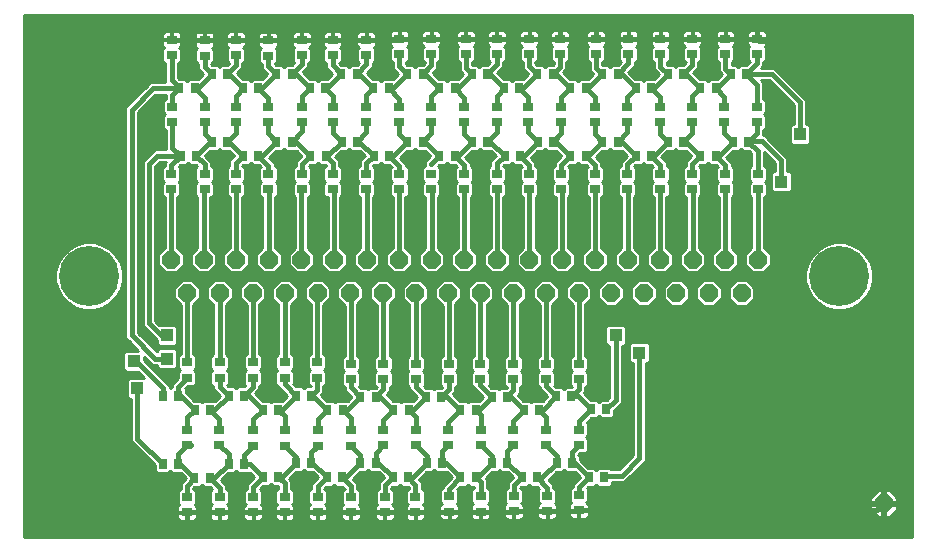
<source format=gtl>
G75*
%MOIN*%
%OFA0B0*%
%FSLAX25Y25*%
%IPPOS*%
%LPD*%
%AMOC8*
5,1,8,0,0,1.08239X$1,22.5*
%
%ADD10OC8,0.06000*%
%ADD11C,0.20000*%
%ADD12R,0.03543X0.02756*%
%ADD13R,0.02756X0.03543*%
%ADD14C,0.01600*%
%ADD15C,0.01000*%
%ADD16R,0.04362X0.04362*%
D10*
X0073188Y0088349D03*
X0084088Y0088349D03*
X0094988Y0088349D03*
X0105788Y0088349D03*
X0116688Y0088349D03*
X0127588Y0088349D03*
X0138388Y0088349D03*
X0149288Y0088349D03*
X0160188Y0088349D03*
X0170988Y0088349D03*
X0181888Y0088349D03*
X0192788Y0088349D03*
X0203688Y0088349D03*
X0214488Y0088349D03*
X0225388Y0088349D03*
X0236288Y0088349D03*
X0247088Y0088349D03*
X0257988Y0088349D03*
X0252588Y0099549D03*
X0263388Y0099549D03*
X0241688Y0099549D03*
X0230788Y0099549D03*
X0219988Y0099549D03*
X0209088Y0099549D03*
X0198188Y0099549D03*
X0187288Y0099549D03*
X0176488Y0099549D03*
X0165588Y0099549D03*
X0154688Y0099549D03*
X0143888Y0099549D03*
X0132988Y0099549D03*
X0122088Y0099549D03*
X0111288Y0099549D03*
X0100388Y0099549D03*
X0089488Y0099549D03*
X0078688Y0099549D03*
X0067788Y0099549D03*
X0305457Y0018351D03*
D11*
X0290588Y0093949D03*
X0040588Y0093949D03*
D12*
X0067920Y0122955D03*
X0067920Y0128073D03*
X0078982Y0128073D03*
X0078982Y0122955D03*
X0089401Y0122955D03*
X0089401Y0128073D03*
X0100272Y0128073D03*
X0100272Y0122955D03*
X0111420Y0122896D03*
X0111420Y0128014D03*
X0121694Y0128014D03*
X0121694Y0122896D03*
X0132901Y0122896D03*
X0132901Y0128014D03*
X0143963Y0128014D03*
X0143963Y0122896D03*
X0154526Y0122896D03*
X0154526Y0128014D03*
X0165588Y0128014D03*
X0165588Y0122896D03*
X0176401Y0122896D03*
X0176401Y0128014D03*
X0187213Y0128014D03*
X0187213Y0122896D03*
X0197882Y0122896D03*
X0197882Y0128014D03*
X0209088Y0128014D03*
X0209088Y0122896D03*
X0219901Y0122896D03*
X0219901Y0128014D03*
X0230963Y0128014D03*
X0230963Y0122896D03*
X0241526Y0122896D03*
X0241526Y0128014D03*
X0252588Y0128014D03*
X0252588Y0122896D03*
X0263401Y0122896D03*
X0263401Y0128014D03*
X0263151Y0145414D03*
X0263151Y0150532D03*
X0252194Y0150532D03*
X0252194Y0145414D03*
X0241526Y0145414D03*
X0241526Y0150532D03*
X0230963Y0150532D03*
X0230963Y0145414D03*
X0219901Y0145414D03*
X0219901Y0150532D03*
X0209088Y0150532D03*
X0209088Y0145414D03*
X0197882Y0145414D03*
X0197882Y0150532D03*
X0186820Y0150532D03*
X0186820Y0145414D03*
X0176401Y0145414D03*
X0176401Y0150532D03*
X0165588Y0150532D03*
X0165588Y0145414D03*
X0154526Y0145414D03*
X0154526Y0150532D03*
X0143963Y0150532D03*
X0143963Y0145414D03*
X0132901Y0145414D03*
X0132901Y0150532D03*
X0121694Y0150532D03*
X0121694Y0145414D03*
X0111420Y0145414D03*
X0111420Y0150532D03*
X0100213Y0150532D03*
X0100213Y0145414D03*
X0089401Y0145414D03*
X0089401Y0150532D03*
X0078982Y0150532D03*
X0078982Y0145414D03*
X0068313Y0145414D03*
X0068313Y0150532D03*
X0068025Y0167683D03*
X0068025Y0172801D03*
X0078982Y0172657D03*
X0089401Y0172801D03*
X0089401Y0167683D03*
X0078982Y0167539D03*
X0100213Y0167539D03*
X0100213Y0172657D03*
X0111420Y0172801D03*
X0111420Y0167683D03*
X0121694Y0167683D03*
X0121694Y0172801D03*
X0132901Y0172801D03*
X0132901Y0167683D03*
X0143963Y0168076D03*
X0143963Y0173194D03*
X0154526Y0173194D03*
X0154526Y0168076D03*
X0166126Y0168076D03*
X0166126Y0173194D03*
X0176401Y0173194D03*
X0176401Y0168076D03*
X0187213Y0168076D03*
X0187213Y0173194D03*
X0197488Y0173194D03*
X0197488Y0168076D03*
X0209482Y0168076D03*
X0209482Y0173194D03*
X0220294Y0173194D03*
X0220294Y0168076D03*
X0230963Y0168076D03*
X0230963Y0173194D03*
X0241526Y0173194D03*
X0241526Y0168076D03*
X0252588Y0168076D03*
X0252588Y0173194D03*
X0263151Y0173194D03*
X0263151Y0168076D03*
X0203789Y0064832D03*
X0203789Y0059714D03*
X0192794Y0059714D03*
X0192794Y0064832D03*
X0181943Y0064832D03*
X0181943Y0059714D03*
X0170947Y0059714D03*
X0170947Y0064832D03*
X0160490Y0064832D03*
X0160490Y0059714D03*
X0149389Y0059714D03*
X0149389Y0064832D03*
X0138643Y0064832D03*
X0138643Y0059714D03*
X0127792Y0059714D03*
X0127792Y0064832D03*
X0116547Y0065226D03*
X0116547Y0060108D03*
X0105696Y0060108D03*
X0105696Y0065226D03*
X0095094Y0065226D03*
X0095094Y0060108D03*
X0083994Y0060108D03*
X0083994Y0065226D03*
X0073143Y0065226D03*
X0073143Y0060108D03*
X0073143Y0042813D03*
X0073143Y0037695D03*
X0083888Y0037695D03*
X0083888Y0042813D03*
X0095239Y0042669D03*
X0095239Y0037551D03*
X0105696Y0037551D03*
X0105696Y0042669D03*
X0116691Y0042669D03*
X0116691Y0037551D03*
X0127792Y0037551D03*
X0127792Y0042669D03*
X0138643Y0042813D03*
X0138643Y0037695D03*
X0149389Y0037695D03*
X0149389Y0042813D03*
X0160135Y0042813D03*
X0160135Y0037695D03*
X0171235Y0037695D03*
X0171235Y0042813D03*
X0181693Y0042813D03*
X0181693Y0037695D03*
X0192794Y0037695D03*
X0192794Y0042813D03*
X0203789Y0042813D03*
X0203789Y0037695D03*
X0203789Y0021044D03*
X0203789Y0015926D03*
X0193187Y0015676D03*
X0193187Y0020794D03*
X0182087Y0020794D03*
X0182087Y0015676D03*
X0170986Y0015532D03*
X0160528Y0015532D03*
X0160528Y0020650D03*
X0170986Y0020650D03*
X0149283Y0020401D03*
X0149283Y0015283D03*
X0139076Y0015283D03*
X0139076Y0020401D03*
X0127792Y0020401D03*
X0127792Y0015283D03*
X0116691Y0015283D03*
X0116691Y0020401D03*
X0105696Y0020401D03*
X0105696Y0015283D03*
X0095239Y0015283D03*
X0095239Y0020401D03*
X0083994Y0020401D03*
X0083994Y0015283D03*
X0073143Y0015283D03*
X0073143Y0020401D03*
D13*
X0075635Y0026686D03*
X0080753Y0026686D03*
X0086985Y0031410D03*
X0092103Y0031410D03*
X0098480Y0027080D03*
X0103598Y0027080D03*
X0109475Y0031660D03*
X0114593Y0031660D03*
X0119683Y0026935D03*
X0124801Y0026935D03*
X0130928Y0031660D03*
X0136046Y0031660D03*
X0141673Y0026935D03*
X0146791Y0026935D03*
X0153062Y0031660D03*
X0158180Y0031660D03*
X0164307Y0026935D03*
X0169425Y0026935D03*
X0174765Y0031660D03*
X0179883Y0031660D03*
X0184684Y0026935D03*
X0189802Y0026935D03*
X0196323Y0031660D03*
X0201441Y0031660D03*
X0207069Y0026935D03*
X0212187Y0026935D03*
X0212974Y0049636D03*
X0207856Y0049636D03*
X0201297Y0053967D03*
X0196179Y0053967D03*
X0190446Y0049492D03*
X0185328Y0049492D03*
X0179844Y0053823D03*
X0174726Y0053823D03*
X0169387Y0049492D03*
X0164269Y0049492D03*
X0157892Y0053823D03*
X0152774Y0053823D03*
X0147041Y0049492D03*
X0141923Y0049492D03*
X0136046Y0053823D03*
X0130928Y0053823D03*
X0125050Y0049492D03*
X0119932Y0049492D03*
X0114593Y0054217D03*
X0109475Y0054217D03*
X0103598Y0049492D03*
X0098480Y0049492D03*
X0092103Y0054217D03*
X0086985Y0054217D03*
X0080858Y0049492D03*
X0075740Y0049492D03*
X0070113Y0054217D03*
X0064994Y0054217D03*
X0064994Y0031410D03*
X0070113Y0031410D03*
X0071017Y0134155D03*
X0076135Y0134155D03*
X0081435Y0138880D03*
X0086554Y0138880D03*
X0091854Y0134155D03*
X0096972Y0134155D03*
X0102917Y0138880D03*
X0108035Y0138880D03*
X0114267Y0134155D03*
X0119385Y0134155D03*
X0124686Y0138880D03*
X0129804Y0138880D03*
X0135354Y0134155D03*
X0140472Y0134155D03*
X0146561Y0138880D03*
X0151679Y0138880D03*
X0157229Y0134155D03*
X0162347Y0134155D03*
X0168186Y0138880D03*
X0173304Y0138880D03*
X0178998Y0134155D03*
X0184117Y0134155D03*
X0190061Y0138880D03*
X0195179Y0138880D03*
X0200873Y0134155D03*
X0205991Y0134155D03*
X0211542Y0138880D03*
X0216660Y0138880D03*
X0222748Y0134155D03*
X0227866Y0134155D03*
X0233417Y0138880D03*
X0238535Y0138880D03*
X0244229Y0134155D03*
X0249347Y0134155D03*
X0255186Y0138880D03*
X0260304Y0138880D03*
X0249347Y0156673D03*
X0244229Y0156673D03*
X0238535Y0161398D03*
X0233417Y0161398D03*
X0227866Y0156673D03*
X0222748Y0156673D03*
X0216660Y0161398D03*
X0211542Y0161398D03*
X0205991Y0156673D03*
X0200873Y0156673D03*
X0195035Y0161398D03*
X0189917Y0161398D03*
X0183972Y0156673D03*
X0178854Y0156673D03*
X0173160Y0161398D03*
X0168042Y0161398D03*
X0162347Y0156673D03*
X0157229Y0156673D03*
X0151679Y0161398D03*
X0146561Y0161398D03*
X0140328Y0156673D03*
X0135210Y0156673D03*
X0129660Y0161398D03*
X0124542Y0161398D03*
X0119241Y0156673D03*
X0114123Y0156673D03*
X0108035Y0161398D03*
X0102917Y0161398D03*
X0096972Y0156673D03*
X0091854Y0156673D03*
X0086554Y0161398D03*
X0081435Y0161398D03*
X0075741Y0156673D03*
X0070623Y0156673D03*
X0254398Y0161398D03*
X0259517Y0161398D03*
D14*
X0259572Y0161343D01*
X0268035Y0161343D01*
X0277484Y0151894D01*
X0277484Y0141264D01*
X0271185Y0132602D02*
X0264886Y0138902D01*
X0260326Y0138902D01*
X0260304Y0138880D01*
X0263401Y0135783D01*
X0263401Y0128014D01*
X0263401Y0122896D02*
X0263388Y0122883D01*
X0263388Y0099549D01*
X0252588Y0099549D02*
X0252588Y0122896D01*
X0252588Y0128014D02*
X0252588Y0130914D01*
X0249347Y0134155D01*
X0250461Y0134155D01*
X0255186Y0138880D01*
X0252194Y0141871D01*
X0252194Y0145414D01*
X0252194Y0150532D02*
X0252194Y0153826D01*
X0249347Y0156673D01*
X0249674Y0156673D01*
X0254398Y0161398D01*
X0252588Y0163208D01*
X0252588Y0168076D01*
X0252588Y0173194D02*
X0263151Y0173194D01*
X0263980Y0172366D01*
X0271579Y0172366D01*
X0281028Y0162917D01*
X0284965Y0158980D01*
X0284965Y0111736D01*
X0277091Y0103862D01*
X0277091Y0071044D01*
X0221972Y0015926D01*
X0203789Y0015926D01*
X0203539Y0015676D01*
X0193187Y0015676D01*
X0182087Y0015676D01*
X0181943Y0015532D01*
X0170986Y0015532D01*
X0160528Y0015532D01*
X0160279Y0015283D01*
X0155043Y0015283D01*
X0149283Y0015283D01*
X0139076Y0015283D01*
X0127792Y0015283D01*
X0116691Y0015283D01*
X0105696Y0015283D01*
X0095239Y0015283D01*
X0083994Y0015283D01*
X0073143Y0015283D01*
X0073139Y0015280D01*
X0073143Y0020401D02*
X0073143Y0024194D01*
X0075635Y0026686D01*
X0070910Y0031410D01*
X0070113Y0031410D01*
X0070113Y0034665D01*
X0073143Y0037695D01*
X0074360Y0037695D01*
X0073143Y0042813D02*
X0073143Y0046894D01*
X0075740Y0049492D01*
X0071016Y0054217D01*
X0070113Y0054217D01*
X0070113Y0057078D01*
X0073143Y0060108D01*
X0073143Y0065226D02*
X0073143Y0088303D01*
X0073188Y0088349D01*
X0083994Y0088254D02*
X0083994Y0065226D01*
X0083994Y0060108D02*
X0083994Y0057208D01*
X0086985Y0054217D01*
X0082261Y0049492D01*
X0080858Y0049492D01*
X0083888Y0046462D01*
X0083888Y0042813D01*
X0083888Y0037695D02*
X0086985Y0034598D01*
X0086985Y0031410D01*
X0082261Y0026686D01*
X0080753Y0026686D01*
X0083994Y0023445D01*
X0083994Y0020401D01*
X0095239Y0020401D02*
X0095239Y0023839D01*
X0098480Y0027080D01*
X0094149Y0031410D01*
X0092103Y0031410D01*
X0092103Y0034416D01*
X0095239Y0037551D01*
X0095239Y0042669D02*
X0095239Y0046251D01*
X0098480Y0049492D01*
X0093755Y0054217D01*
X0092103Y0054217D01*
X0095094Y0057208D01*
X0095094Y0060108D01*
X0095094Y0065226D02*
X0095094Y0088243D01*
X0094988Y0088349D01*
X0105696Y0088257D02*
X0105696Y0065226D01*
X0105696Y0060108D02*
X0105696Y0057995D01*
X0109475Y0054217D01*
X0104750Y0049492D01*
X0103598Y0049492D01*
X0105696Y0047394D01*
X0105696Y0042669D01*
X0105696Y0037551D02*
X0109475Y0033772D01*
X0109475Y0031660D01*
X0104894Y0027080D01*
X0103598Y0027080D01*
X0105696Y0024981D01*
X0105696Y0020401D01*
X0116691Y0020401D02*
X0116691Y0023944D01*
X0119683Y0026935D01*
X0114958Y0031660D01*
X0114593Y0031660D01*
X0114593Y0035453D01*
X0116691Y0037551D01*
X0116691Y0042669D02*
X0116691Y0046251D01*
X0119932Y0049492D01*
X0115208Y0054217D01*
X0114593Y0054217D01*
X0116547Y0056171D01*
X0116547Y0060108D01*
X0116547Y0065226D02*
X0116547Y0088208D01*
X0116688Y0088349D01*
X0105788Y0088349D02*
X0105696Y0088257D01*
X0100388Y0099549D02*
X0100388Y0122839D01*
X0100272Y0122955D01*
X0100272Y0128073D02*
X0100272Y0130855D01*
X0096972Y0134155D01*
X0098192Y0134155D01*
X0102917Y0138880D01*
X0100213Y0141583D01*
X0100213Y0145414D01*
X0100213Y0150532D02*
X0100213Y0153432D01*
X0096972Y0156673D01*
X0098192Y0156673D01*
X0102917Y0161398D01*
X0100213Y0164101D01*
X0100213Y0167539D01*
X0108035Y0161398D02*
X0109398Y0161398D01*
X0114123Y0156673D01*
X0111420Y0153970D01*
X0111420Y0150532D01*
X0111420Y0145414D02*
X0111420Y0142265D01*
X0108035Y0138880D01*
X0109543Y0138880D01*
X0114267Y0134155D01*
X0111420Y0131308D01*
X0111420Y0128014D01*
X0111420Y0122896D02*
X0111288Y0122765D01*
X0111288Y0099549D01*
X0122088Y0099549D02*
X0122088Y0122502D01*
X0121694Y0122896D01*
X0121694Y0128014D02*
X0121694Y0131846D01*
X0119385Y0134155D01*
X0119961Y0134155D01*
X0124686Y0138880D01*
X0121694Y0141871D01*
X0121694Y0145414D01*
X0121694Y0150532D02*
X0121694Y0154220D01*
X0119241Y0156673D01*
X0119817Y0156673D01*
X0124542Y0161398D01*
X0121694Y0164245D01*
X0121694Y0167683D01*
X0129660Y0161398D02*
X0130486Y0161398D01*
X0135210Y0156673D01*
X0132901Y0154364D01*
X0132901Y0150532D01*
X0132901Y0145414D02*
X0132901Y0141976D01*
X0129804Y0138880D01*
X0130630Y0138880D01*
X0135354Y0134155D01*
X0132901Y0131702D01*
X0132901Y0128014D01*
X0132901Y0122896D02*
X0132988Y0122809D01*
X0132988Y0099549D01*
X0143888Y0099549D02*
X0143888Y0122821D01*
X0143963Y0122896D01*
X0143963Y0128014D02*
X0143963Y0130665D01*
X0140472Y0134155D01*
X0141836Y0134155D01*
X0146561Y0138880D01*
X0143963Y0141477D01*
X0143963Y0145414D01*
X0143963Y0150532D02*
X0143963Y0153039D01*
X0140328Y0156673D01*
X0141836Y0156673D01*
X0146561Y0161398D01*
X0143963Y0163995D01*
X0143963Y0168076D01*
X0143569Y0172801D02*
X0143963Y0173194D01*
X0154526Y0173194D01*
X0166126Y0173194D01*
X0176401Y0173194D01*
X0187213Y0173194D01*
X0197488Y0173194D01*
X0209482Y0173194D01*
X0220294Y0173194D01*
X0230963Y0173194D01*
X0241526Y0173194D01*
X0252588Y0173194D01*
X0263151Y0168076D02*
X0263151Y0165032D01*
X0259517Y0161398D01*
X0263151Y0157763D01*
X0263151Y0150532D01*
X0263151Y0145414D02*
X0263151Y0141727D01*
X0260304Y0138880D01*
X0271185Y0132602D02*
X0271185Y0125516D01*
X0244229Y0134155D02*
X0239505Y0138880D01*
X0238535Y0138880D01*
X0241526Y0141871D01*
X0241526Y0145414D01*
X0241526Y0150532D02*
X0241526Y0153970D01*
X0244229Y0156673D01*
X0239505Y0161398D01*
X0238535Y0161398D01*
X0241526Y0164389D01*
X0241526Y0168076D01*
X0233417Y0161398D02*
X0228692Y0156673D01*
X0227866Y0156673D01*
X0230963Y0153576D01*
X0230963Y0150532D01*
X0230963Y0145414D02*
X0230963Y0141333D01*
X0233417Y0138880D01*
X0228692Y0134155D01*
X0227866Y0134155D01*
X0230963Y0131058D01*
X0230963Y0128014D01*
X0230963Y0122896D02*
X0230788Y0122721D01*
X0230788Y0099549D01*
X0219988Y0099549D02*
X0219988Y0122809D01*
X0219901Y0122896D01*
X0219901Y0128014D02*
X0219901Y0131308D01*
X0222748Y0134155D01*
X0218024Y0138880D01*
X0216660Y0138880D01*
X0219901Y0142120D01*
X0219901Y0145414D01*
X0219901Y0150532D02*
X0219901Y0153826D01*
X0222748Y0156673D01*
X0218024Y0161398D01*
X0216660Y0161398D01*
X0220294Y0165032D01*
X0220294Y0168076D01*
X0230963Y0168076D02*
X0230963Y0163851D01*
X0233417Y0161398D01*
X0211542Y0161398D02*
X0206817Y0156673D01*
X0205991Y0156673D01*
X0209088Y0153576D01*
X0209088Y0150532D01*
X0209088Y0145414D02*
X0209088Y0141333D01*
X0211542Y0138880D01*
X0206817Y0134155D01*
X0205991Y0134155D01*
X0209088Y0131058D01*
X0209088Y0128014D01*
X0209088Y0122896D02*
X0209088Y0099549D01*
X0198188Y0099549D02*
X0198188Y0122590D01*
X0197882Y0122896D01*
X0197882Y0128014D02*
X0197882Y0131164D01*
X0200873Y0134155D01*
X0196149Y0138880D01*
X0195179Y0138880D01*
X0197882Y0141583D01*
X0197882Y0145414D01*
X0197882Y0150532D02*
X0197882Y0153682D01*
X0200873Y0156673D01*
X0196149Y0161398D01*
X0195035Y0161398D01*
X0197488Y0163851D01*
X0197488Y0168076D01*
X0189917Y0161398D02*
X0187213Y0164101D01*
X0187213Y0168076D01*
X0189917Y0161398D02*
X0185192Y0156673D01*
X0183972Y0156673D01*
X0186820Y0153826D01*
X0186820Y0150532D01*
X0186820Y0145414D02*
X0186820Y0142120D01*
X0190061Y0138880D01*
X0185336Y0134155D01*
X0184117Y0134155D01*
X0187213Y0131058D01*
X0187213Y0128014D01*
X0187213Y0122896D02*
X0187288Y0122821D01*
X0187288Y0099549D01*
X0176488Y0099549D02*
X0176488Y0122809D01*
X0176401Y0122896D01*
X0176401Y0128014D02*
X0176401Y0131557D01*
X0178998Y0134155D01*
X0174274Y0138880D01*
X0173304Y0138880D01*
X0176401Y0141976D01*
X0176401Y0145414D01*
X0176401Y0150532D02*
X0176401Y0154220D01*
X0178854Y0156673D01*
X0174130Y0161398D01*
X0173160Y0161398D01*
X0176401Y0164639D01*
X0176401Y0168076D01*
X0166126Y0168076D02*
X0166126Y0163313D01*
X0168042Y0161398D01*
X0163317Y0156673D01*
X0162347Y0156673D01*
X0165588Y0153432D01*
X0165588Y0150532D01*
X0165588Y0145414D02*
X0165588Y0141477D01*
X0168186Y0138880D01*
X0163461Y0134155D01*
X0162347Y0134155D01*
X0165588Y0130914D01*
X0165588Y0128014D01*
X0165588Y0122896D02*
X0165588Y0099549D01*
X0154688Y0099549D02*
X0154688Y0122734D01*
X0154526Y0122896D01*
X0154526Y0131452D02*
X0157229Y0134155D01*
X0152505Y0138880D01*
X0151679Y0138880D01*
X0154526Y0141727D01*
X0154526Y0145414D01*
X0154526Y0150532D02*
X0154526Y0153970D01*
X0157229Y0156673D01*
X0152505Y0161398D01*
X0151679Y0161398D01*
X0154526Y0164245D01*
X0154526Y0168076D01*
X0143569Y0172801D02*
X0132901Y0172801D01*
X0121694Y0172801D01*
X0116461Y0172801D01*
X0111420Y0172801D01*
X0111276Y0172657D01*
X0100213Y0172657D01*
X0100069Y0172801D01*
X0089401Y0172801D01*
X0089257Y0172657D01*
X0078982Y0172657D01*
X0078838Y0172801D01*
X0068025Y0172801D01*
X0068025Y0167683D02*
X0068025Y0159271D01*
X0070623Y0156673D01*
X0070568Y0156618D01*
X0061736Y0156618D01*
X0054650Y0149531D01*
X0054650Y0074335D01*
X0062524Y0066461D01*
X0066461Y0066461D01*
X0065280Y0056618D02*
X0056224Y0065673D01*
X0055437Y0065673D01*
X0056618Y0056618D02*
X0056618Y0039787D01*
X0064994Y0031410D01*
X0064994Y0054217D02*
X0065280Y0054502D01*
X0065280Y0056618D01*
X0064492Y0074335D02*
X0060555Y0078272D01*
X0060555Y0131421D01*
X0063311Y0134177D01*
X0070994Y0134177D01*
X0071017Y0134155D01*
X0068313Y0136858D01*
X0068313Y0145414D01*
X0068313Y0150532D02*
X0068313Y0154364D01*
X0070623Y0156673D01*
X0075741Y0156673D02*
X0076711Y0156673D01*
X0081435Y0161398D01*
X0078982Y0163851D01*
X0078982Y0167539D01*
X0086554Y0161398D02*
X0087130Y0161398D01*
X0091854Y0156673D01*
X0089401Y0154220D01*
X0089401Y0150532D01*
X0089401Y0145414D02*
X0089401Y0141727D01*
X0086554Y0138880D01*
X0087130Y0138880D01*
X0091854Y0134155D01*
X0089401Y0131702D01*
X0089401Y0128073D01*
X0089401Y0122955D02*
X0089488Y0122868D01*
X0089488Y0099549D01*
X0078688Y0099549D02*
X0078688Y0122661D01*
X0078982Y0122955D01*
X0078982Y0128073D02*
X0078982Y0131308D01*
X0076135Y0134155D01*
X0080859Y0138880D01*
X0081435Y0138880D01*
X0078982Y0141333D01*
X0078982Y0145414D01*
X0078982Y0150532D02*
X0078982Y0153432D01*
X0075741Y0156673D01*
X0086554Y0161398D02*
X0089401Y0164245D01*
X0089401Y0167683D01*
X0108035Y0161398D02*
X0111420Y0164783D01*
X0111420Y0167683D01*
X0129660Y0161398D02*
X0132901Y0164639D01*
X0132901Y0167683D01*
X0071017Y0134155D02*
X0067920Y0131058D01*
X0067920Y0128073D01*
X0067920Y0122955D02*
X0067788Y0122824D01*
X0067788Y0099549D01*
X0083994Y0088254D02*
X0084088Y0088349D01*
X0066461Y0074335D02*
X0064492Y0074335D01*
X0125050Y0049492D02*
X0127792Y0046750D01*
X0127792Y0042669D01*
X0127792Y0037551D02*
X0130928Y0034416D01*
X0130928Y0031660D01*
X0126203Y0026935D01*
X0124801Y0026935D01*
X0127792Y0023944D01*
X0127792Y0020401D01*
X0139076Y0020401D02*
X0139076Y0024338D01*
X0141673Y0026935D01*
X0136949Y0031660D01*
X0136046Y0031660D01*
X0136046Y0035098D01*
X0138643Y0037695D01*
X0138643Y0042813D02*
X0138643Y0046213D01*
X0141923Y0049492D01*
X0137592Y0053823D01*
X0136046Y0053823D01*
X0138643Y0056420D01*
X0138643Y0059714D01*
X0138643Y0064832D02*
X0138643Y0088094D01*
X0138388Y0088349D01*
X0127792Y0088145D02*
X0127792Y0064832D01*
X0127792Y0059714D02*
X0127792Y0056958D01*
X0130928Y0053823D01*
X0126597Y0049492D01*
X0125050Y0049492D01*
X0147041Y0049492D02*
X0149389Y0047144D01*
X0149389Y0042813D01*
X0149389Y0037695D02*
X0153062Y0034022D01*
X0153062Y0031660D01*
X0148338Y0026935D01*
X0146791Y0026935D01*
X0149283Y0024443D01*
X0149283Y0020401D01*
X0160528Y0020650D02*
X0160528Y0023157D01*
X0164307Y0026935D01*
X0159583Y0031660D01*
X0158180Y0031660D01*
X0158180Y0035741D01*
X0160135Y0037695D01*
X0160135Y0042813D02*
X0160135Y0045358D01*
X0164269Y0049492D01*
X0159938Y0053823D01*
X0157892Y0053823D01*
X0160490Y0056420D01*
X0160490Y0059714D01*
X0160490Y0064832D02*
X0160490Y0088047D01*
X0160188Y0088349D01*
X0149389Y0088248D02*
X0149389Y0064832D01*
X0149389Y0059714D02*
X0149389Y0057208D01*
X0152774Y0053823D01*
X0148443Y0049492D01*
X0147041Y0049492D01*
X0169387Y0049492D02*
X0171235Y0047643D01*
X0171235Y0042813D01*
X0171235Y0037695D02*
X0174765Y0034166D01*
X0174765Y0031660D01*
X0170040Y0026935D01*
X0169425Y0026935D01*
X0170986Y0025375D01*
X0170986Y0020650D01*
X0182087Y0020794D02*
X0182087Y0024338D01*
X0184684Y0026935D01*
X0179960Y0031660D01*
X0179883Y0031660D01*
X0179883Y0035885D01*
X0181693Y0037695D01*
X0181693Y0042813D02*
X0181693Y0045857D01*
X0185328Y0049492D01*
X0180997Y0053823D01*
X0179844Y0053823D01*
X0181943Y0055921D01*
X0181943Y0059714D01*
X0181943Y0064832D02*
X0181943Y0088294D01*
X0181888Y0088349D01*
X0170988Y0088349D02*
X0170947Y0088308D01*
X0170947Y0064832D01*
X0170947Y0059714D02*
X0170947Y0057602D01*
X0174726Y0053823D01*
X0170395Y0049492D01*
X0169387Y0049492D01*
X0190446Y0049492D02*
X0192794Y0047144D01*
X0192794Y0042813D01*
X0192794Y0037695D02*
X0196323Y0034166D01*
X0196323Y0031660D01*
X0191598Y0026935D01*
X0189802Y0026935D01*
X0193187Y0023550D01*
X0193187Y0020794D01*
X0203789Y0021044D02*
X0203789Y0023656D01*
X0207069Y0026935D01*
X0202344Y0031660D01*
X0201441Y0031660D01*
X0201441Y0035347D01*
X0203789Y0037695D01*
X0203789Y0042813D02*
X0203789Y0045569D01*
X0207856Y0049636D01*
X0203525Y0053967D01*
X0201297Y0053967D01*
X0203789Y0056459D01*
X0203789Y0059714D01*
X0203789Y0064832D02*
X0203789Y0088248D01*
X0203688Y0088349D01*
X0192794Y0088343D02*
X0192794Y0064832D01*
X0192794Y0059714D02*
X0192794Y0057352D01*
X0196179Y0053967D01*
X0191704Y0049492D01*
X0190446Y0049492D01*
X0212974Y0049636D02*
X0216067Y0052729D01*
X0216067Y0074335D01*
X0223941Y0068429D02*
X0223941Y0033390D01*
X0218035Y0027484D01*
X0212735Y0027484D01*
X0212187Y0026935D01*
X0221972Y0015926D02*
X0285106Y0015926D01*
X0303032Y0015926D01*
X0305457Y0018351D01*
X0192794Y0088343D02*
X0192788Y0088349D01*
X0149389Y0088248D02*
X0149288Y0088349D01*
X0127792Y0088145D02*
X0127588Y0088349D01*
X0241688Y0099549D02*
X0241688Y0122734D01*
X0241526Y0122896D01*
X0241526Y0128014D02*
X0241526Y0131452D01*
X0244229Y0134155D01*
X0211542Y0161398D02*
X0209482Y0163457D01*
X0209482Y0168076D01*
D15*
X0018748Y0181102D02*
X0018748Y0006937D01*
X0314961Y0006937D01*
X0314961Y0181102D01*
X0018748Y0181102D01*
X0018748Y0180290D02*
X0314961Y0180290D01*
X0314961Y0179291D02*
X0018748Y0179291D01*
X0018748Y0178293D02*
X0314961Y0178293D01*
X0314961Y0177294D02*
X0018748Y0177294D01*
X0018748Y0176296D02*
X0314961Y0176296D01*
X0314961Y0175297D02*
X0266236Y0175297D01*
X0266321Y0175151D02*
X0266123Y0175493D01*
X0265844Y0175773D01*
X0265502Y0175970D01*
X0265120Y0176072D01*
X0263340Y0176072D01*
X0263340Y0173384D01*
X0262962Y0173384D01*
X0262962Y0176072D01*
X0261182Y0176072D01*
X0260801Y0175970D01*
X0260459Y0175773D01*
X0260179Y0175493D01*
X0259982Y0175151D01*
X0259880Y0174770D01*
X0259880Y0173383D01*
X0262962Y0173383D01*
X0262962Y0173005D01*
X0259880Y0173005D01*
X0259880Y0171619D01*
X0259982Y0171238D01*
X0260179Y0170896D01*
X0260459Y0170616D01*
X0260625Y0170520D01*
X0260092Y0169988D01*
X0260092Y0166165D01*
X0260712Y0165545D01*
X0259624Y0164457D01*
X0257605Y0164457D01*
X0256957Y0163809D01*
X0256310Y0164457D01*
X0254676Y0164457D01*
X0254676Y0165411D01*
X0254893Y0165411D01*
X0255647Y0166165D01*
X0255647Y0169988D01*
X0255115Y0170520D01*
X0255281Y0170616D01*
X0255560Y0170896D01*
X0255758Y0171238D01*
X0255860Y0171619D01*
X0255860Y0173005D01*
X0252777Y0173005D01*
X0252777Y0173383D01*
X0255860Y0173383D01*
X0255860Y0174770D01*
X0255758Y0175151D01*
X0255560Y0175493D01*
X0255281Y0175773D01*
X0254939Y0175970D01*
X0254557Y0176072D01*
X0252777Y0176072D01*
X0252777Y0173384D01*
X0252399Y0173384D01*
X0252399Y0176072D01*
X0250619Y0176072D01*
X0250238Y0175970D01*
X0249896Y0175773D01*
X0249616Y0175493D01*
X0249419Y0175151D01*
X0249317Y0174770D01*
X0249317Y0173383D01*
X0252399Y0173383D01*
X0252399Y0173005D01*
X0249317Y0173005D01*
X0249317Y0171619D01*
X0249419Y0171238D01*
X0249616Y0170896D01*
X0249896Y0170616D01*
X0250062Y0170520D01*
X0249529Y0169988D01*
X0249529Y0166165D01*
X0250283Y0165411D01*
X0250501Y0165411D01*
X0250501Y0162343D01*
X0251446Y0161398D01*
X0249781Y0159732D01*
X0247436Y0159732D01*
X0246788Y0159084D01*
X0246140Y0159732D01*
X0244122Y0159732D01*
X0241972Y0161883D01*
X0243613Y0163524D01*
X0243613Y0165411D01*
X0243831Y0165411D01*
X0244585Y0166165D01*
X0244585Y0169988D01*
X0244052Y0170520D01*
X0244219Y0170616D01*
X0244498Y0170896D01*
X0244695Y0171238D01*
X0244798Y0171619D01*
X0244798Y0173005D01*
X0241715Y0173005D01*
X0241715Y0173383D01*
X0244798Y0173383D01*
X0244798Y0174770D01*
X0244695Y0175151D01*
X0244498Y0175493D01*
X0244219Y0175773D01*
X0243877Y0175970D01*
X0243495Y0176072D01*
X0241715Y0176072D01*
X0241715Y0173384D01*
X0241337Y0173384D01*
X0241337Y0176072D01*
X0239557Y0176072D01*
X0239175Y0175970D01*
X0238833Y0175773D01*
X0238554Y0175493D01*
X0238357Y0175151D01*
X0238254Y0174770D01*
X0238254Y0173383D01*
X0241337Y0173383D01*
X0241337Y0173005D01*
X0238254Y0173005D01*
X0238254Y0171619D01*
X0238357Y0171238D01*
X0238554Y0170896D01*
X0238833Y0170616D01*
X0239000Y0170520D01*
X0238467Y0169988D01*
X0238467Y0166165D01*
X0239221Y0165411D01*
X0239439Y0165411D01*
X0239439Y0165254D01*
X0238642Y0164457D01*
X0236623Y0164457D01*
X0235976Y0163809D01*
X0235328Y0164457D01*
X0233310Y0164457D01*
X0233050Y0164716D01*
X0233050Y0165411D01*
X0233268Y0165411D01*
X0234022Y0166165D01*
X0234022Y0169988D01*
X0233489Y0170520D01*
X0233656Y0170616D01*
X0233935Y0170896D01*
X0234132Y0171238D01*
X0234235Y0171619D01*
X0234235Y0173005D01*
X0231152Y0173005D01*
X0231152Y0173383D01*
X0234235Y0173383D01*
X0234235Y0174770D01*
X0234132Y0175151D01*
X0233935Y0175493D01*
X0233656Y0175773D01*
X0233314Y0175970D01*
X0232932Y0176072D01*
X0231152Y0176072D01*
X0231152Y0173384D01*
X0230774Y0173384D01*
X0230774Y0176072D01*
X0228994Y0176072D01*
X0228612Y0175970D01*
X0228270Y0175773D01*
X0227991Y0175493D01*
X0227794Y0175151D01*
X0227691Y0174770D01*
X0227691Y0173383D01*
X0230774Y0173383D01*
X0230774Y0173005D01*
X0227691Y0173005D01*
X0227691Y0171619D01*
X0227794Y0171238D01*
X0227991Y0170896D01*
X0228270Y0170616D01*
X0228437Y0170520D01*
X0227904Y0169988D01*
X0227904Y0166165D01*
X0228658Y0165411D01*
X0228876Y0165411D01*
X0228876Y0162987D01*
X0230465Y0161398D01*
X0228799Y0159732D01*
X0225955Y0159732D01*
X0225307Y0159084D01*
X0224659Y0159732D01*
X0222641Y0159732D01*
X0220294Y0162080D01*
X0222382Y0164168D01*
X0222382Y0165411D01*
X0222599Y0165411D01*
X0223354Y0166165D01*
X0223354Y0169988D01*
X0222821Y0170520D01*
X0222987Y0170616D01*
X0223266Y0170896D01*
X0223464Y0171238D01*
X0223566Y0171619D01*
X0223566Y0173005D01*
X0220484Y0173005D01*
X0220484Y0173383D01*
X0223566Y0173383D01*
X0223566Y0174770D01*
X0223464Y0175151D01*
X0223266Y0175493D01*
X0222987Y0175773D01*
X0222645Y0175970D01*
X0222264Y0176072D01*
X0220483Y0176072D01*
X0220483Y0173384D01*
X0220105Y0173384D01*
X0220105Y0176072D01*
X0218325Y0176072D01*
X0217944Y0175970D01*
X0217602Y0175773D01*
X0217323Y0175493D01*
X0217125Y0175151D01*
X0217023Y0174770D01*
X0217023Y0173383D01*
X0220105Y0173383D01*
X0220105Y0173005D01*
X0217023Y0173005D01*
X0217023Y0171619D01*
X0217125Y0171238D01*
X0217323Y0170896D01*
X0217602Y0170616D01*
X0217768Y0170520D01*
X0217235Y0169988D01*
X0217235Y0166165D01*
X0217855Y0165545D01*
X0216767Y0164457D01*
X0214749Y0164457D01*
X0214101Y0163809D01*
X0213453Y0164457D01*
X0211569Y0164457D01*
X0211569Y0165411D01*
X0211787Y0165411D01*
X0212541Y0166165D01*
X0212541Y0169988D01*
X0212008Y0170520D01*
X0212175Y0170616D01*
X0212454Y0170896D01*
X0212651Y0171238D01*
X0212754Y0171619D01*
X0212754Y0173005D01*
X0209671Y0173005D01*
X0209671Y0173383D01*
X0212754Y0173383D01*
X0212754Y0174770D01*
X0212651Y0175151D01*
X0212454Y0175493D01*
X0212175Y0175773D01*
X0211833Y0175970D01*
X0211451Y0176072D01*
X0209671Y0176072D01*
X0209671Y0173384D01*
X0209293Y0173384D01*
X0209293Y0176072D01*
X0207513Y0176072D01*
X0207131Y0175970D01*
X0206789Y0175773D01*
X0206510Y0175493D01*
X0206312Y0175151D01*
X0206210Y0174770D01*
X0206210Y0173383D01*
X0209293Y0173383D01*
X0209293Y0173005D01*
X0206210Y0173005D01*
X0206210Y0171619D01*
X0206312Y0171238D01*
X0206510Y0170896D01*
X0206789Y0170616D01*
X0206955Y0170520D01*
X0206423Y0169988D01*
X0206423Y0166165D01*
X0207177Y0165411D01*
X0207394Y0165411D01*
X0207394Y0162593D01*
X0208590Y0161398D01*
X0206924Y0159732D01*
X0204080Y0159732D01*
X0203432Y0159084D01*
X0202784Y0159732D01*
X0200766Y0159732D01*
X0198544Y0161955D01*
X0199576Y0162987D01*
X0199576Y0165411D01*
X0199793Y0165411D01*
X0200547Y0166165D01*
X0200547Y0169988D01*
X0200015Y0170520D01*
X0200181Y0170616D01*
X0200460Y0170896D01*
X0200658Y0171238D01*
X0200760Y0171619D01*
X0200760Y0173005D01*
X0197677Y0173005D01*
X0197677Y0173383D01*
X0200760Y0173383D01*
X0200760Y0174770D01*
X0200658Y0175151D01*
X0200460Y0175493D01*
X0200181Y0175773D01*
X0199839Y0175970D01*
X0199457Y0176072D01*
X0197677Y0176072D01*
X0197677Y0173384D01*
X0197299Y0173384D01*
X0197299Y0176072D01*
X0195519Y0176072D01*
X0195138Y0175970D01*
X0194796Y0175773D01*
X0194516Y0175493D01*
X0194319Y0175151D01*
X0194217Y0174770D01*
X0194217Y0173383D01*
X0197299Y0173383D01*
X0197299Y0173005D01*
X0194217Y0173005D01*
X0194217Y0171619D01*
X0194319Y0171238D01*
X0194516Y0170896D01*
X0194796Y0170616D01*
X0194962Y0170520D01*
X0194429Y0169988D01*
X0194429Y0166165D01*
X0195183Y0165411D01*
X0195401Y0165411D01*
X0195401Y0164716D01*
X0195142Y0164457D01*
X0193123Y0164457D01*
X0192476Y0163809D01*
X0191828Y0164457D01*
X0189809Y0164457D01*
X0189301Y0164965D01*
X0189301Y0165411D01*
X0189518Y0165411D01*
X0190272Y0166165D01*
X0190272Y0169988D01*
X0189740Y0170520D01*
X0189906Y0170616D01*
X0190185Y0170896D01*
X0190383Y0171238D01*
X0190485Y0171619D01*
X0190485Y0173005D01*
X0187402Y0173005D01*
X0187402Y0173383D01*
X0190485Y0173383D01*
X0190485Y0174770D01*
X0190383Y0175151D01*
X0190185Y0175493D01*
X0189906Y0175773D01*
X0189564Y0175970D01*
X0189183Y0176072D01*
X0187402Y0176072D01*
X0187402Y0173384D01*
X0187024Y0173384D01*
X0187024Y0176072D01*
X0185244Y0176072D01*
X0184863Y0175970D01*
X0184521Y0175773D01*
X0184241Y0175493D01*
X0184044Y0175151D01*
X0183942Y0174770D01*
X0183942Y0173383D01*
X0187024Y0173383D01*
X0187024Y0173005D01*
X0183942Y0173005D01*
X0183942Y0171619D01*
X0184044Y0171238D01*
X0184241Y0170896D01*
X0184521Y0170616D01*
X0184687Y0170520D01*
X0184154Y0169988D01*
X0184154Y0166165D01*
X0184908Y0165411D01*
X0185126Y0165411D01*
X0185126Y0163236D01*
X0186965Y0161398D01*
X0185299Y0159732D01*
X0182061Y0159732D01*
X0181413Y0159084D01*
X0180766Y0159732D01*
X0178747Y0159732D01*
X0176597Y0161883D01*
X0178488Y0163774D01*
X0178488Y0165411D01*
X0178706Y0165411D01*
X0179460Y0166165D01*
X0179460Y0169988D01*
X0178927Y0170520D01*
X0179093Y0170616D01*
X0179373Y0170896D01*
X0179570Y0171238D01*
X0179672Y0171619D01*
X0179672Y0173005D01*
X0176590Y0173005D01*
X0176590Y0173383D01*
X0179672Y0173383D01*
X0179672Y0174770D01*
X0179570Y0175151D01*
X0179373Y0175493D01*
X0179093Y0175773D01*
X0178751Y0175970D01*
X0178370Y0176072D01*
X0176590Y0176072D01*
X0176590Y0173384D01*
X0176212Y0173384D01*
X0176212Y0176072D01*
X0174432Y0176072D01*
X0174050Y0175970D01*
X0173708Y0175773D01*
X0173429Y0175493D01*
X0173231Y0175151D01*
X0173129Y0174770D01*
X0173129Y0173383D01*
X0176212Y0173383D01*
X0176212Y0173005D01*
X0173129Y0173005D01*
X0173129Y0171619D01*
X0173231Y0171238D01*
X0173429Y0170896D01*
X0173708Y0170616D01*
X0173874Y0170520D01*
X0173342Y0169988D01*
X0173342Y0166165D01*
X0174096Y0165411D01*
X0174221Y0165411D01*
X0173267Y0164457D01*
X0171249Y0164457D01*
X0170601Y0163809D01*
X0169953Y0164457D01*
X0168213Y0164457D01*
X0168213Y0165411D01*
X0168431Y0165411D01*
X0169185Y0166165D01*
X0169185Y0169988D01*
X0168652Y0170520D01*
X0168819Y0170616D01*
X0169098Y0170896D01*
X0169295Y0171238D01*
X0169398Y0171619D01*
X0169398Y0173005D01*
X0166315Y0173005D01*
X0166315Y0173383D01*
X0169398Y0173383D01*
X0169398Y0174770D01*
X0169295Y0175151D01*
X0169098Y0175493D01*
X0168819Y0175773D01*
X0168477Y0175970D01*
X0168095Y0176072D01*
X0166315Y0176072D01*
X0166315Y0173384D01*
X0165937Y0173384D01*
X0165937Y0176072D01*
X0164157Y0176072D01*
X0163775Y0175970D01*
X0163433Y0175773D01*
X0163154Y0175493D01*
X0162957Y0175151D01*
X0162854Y0174770D01*
X0162854Y0173383D01*
X0165937Y0173383D01*
X0165937Y0173005D01*
X0162854Y0173005D01*
X0162854Y0171619D01*
X0162957Y0171238D01*
X0163154Y0170896D01*
X0163433Y0170616D01*
X0163600Y0170520D01*
X0163067Y0169988D01*
X0163067Y0166165D01*
X0163821Y0165411D01*
X0164039Y0165411D01*
X0164039Y0162449D01*
X0165090Y0161398D01*
X0163424Y0159732D01*
X0160436Y0159732D01*
X0159788Y0159084D01*
X0159140Y0159732D01*
X0157122Y0159732D01*
X0155044Y0161811D01*
X0156613Y0163380D01*
X0156613Y0165411D01*
X0156831Y0165411D01*
X0157585Y0166165D01*
X0157585Y0169988D01*
X0157052Y0170520D01*
X0157219Y0170616D01*
X0157498Y0170896D01*
X0157695Y0171238D01*
X0157798Y0171619D01*
X0157798Y0173005D01*
X0154715Y0173005D01*
X0154715Y0173383D01*
X0157798Y0173383D01*
X0157798Y0174770D01*
X0157695Y0175151D01*
X0157498Y0175493D01*
X0157219Y0175773D01*
X0156877Y0175970D01*
X0156495Y0176072D01*
X0154715Y0176072D01*
X0154715Y0173384D01*
X0154337Y0173384D01*
X0154337Y0176072D01*
X0152557Y0176072D01*
X0152175Y0175970D01*
X0151833Y0175773D01*
X0151554Y0175493D01*
X0151357Y0175151D01*
X0151254Y0174770D01*
X0151254Y0173383D01*
X0154337Y0173383D01*
X0154337Y0173005D01*
X0151254Y0173005D01*
X0151254Y0171619D01*
X0151357Y0171238D01*
X0151554Y0170896D01*
X0151833Y0170616D01*
X0152000Y0170520D01*
X0151467Y0169988D01*
X0151467Y0166165D01*
X0152221Y0165411D01*
X0152439Y0165411D01*
X0152439Y0165110D01*
X0151786Y0164457D01*
X0149768Y0164457D01*
X0149120Y0163809D01*
X0148472Y0164457D01*
X0146454Y0164457D01*
X0146050Y0164860D01*
X0146050Y0165411D01*
X0146268Y0165411D01*
X0147022Y0166165D01*
X0147022Y0169988D01*
X0146489Y0170520D01*
X0146656Y0170616D01*
X0146935Y0170896D01*
X0147132Y0171238D01*
X0147235Y0171619D01*
X0147235Y0173005D01*
X0144152Y0173005D01*
X0144152Y0173383D01*
X0147235Y0173383D01*
X0147235Y0174770D01*
X0147132Y0175151D01*
X0146935Y0175493D01*
X0146656Y0175773D01*
X0146314Y0175970D01*
X0145932Y0176072D01*
X0144152Y0176072D01*
X0144152Y0173384D01*
X0143774Y0173384D01*
X0143774Y0176072D01*
X0141994Y0176072D01*
X0141612Y0175970D01*
X0141270Y0175773D01*
X0140991Y0175493D01*
X0140794Y0175151D01*
X0140691Y0174770D01*
X0140691Y0173383D01*
X0143774Y0173383D01*
X0143774Y0173005D01*
X0140691Y0173005D01*
X0140691Y0171619D01*
X0140794Y0171238D01*
X0140991Y0170896D01*
X0141270Y0170616D01*
X0141437Y0170520D01*
X0140904Y0169988D01*
X0140904Y0166165D01*
X0141658Y0165411D01*
X0141876Y0165411D01*
X0141876Y0163131D01*
X0143609Y0161398D01*
X0141943Y0159732D01*
X0138417Y0159732D01*
X0137769Y0159084D01*
X0137121Y0159732D01*
X0135103Y0159732D01*
X0133025Y0161811D01*
X0134988Y0163774D01*
X0134988Y0165017D01*
X0135206Y0165017D01*
X0135960Y0165771D01*
X0135960Y0169594D01*
X0135427Y0170127D01*
X0135593Y0170223D01*
X0135873Y0170502D01*
X0136070Y0170844D01*
X0136172Y0171225D01*
X0136172Y0172612D01*
X0133090Y0172612D01*
X0133090Y0172990D01*
X0132712Y0172990D01*
X0132712Y0175679D01*
X0130932Y0175679D01*
X0130550Y0175577D01*
X0130208Y0175379D01*
X0129929Y0175100D01*
X0129731Y0174758D01*
X0129629Y0174376D01*
X0129629Y0172990D01*
X0132712Y0172990D01*
X0132712Y0172612D01*
X0129629Y0172612D01*
X0129629Y0171225D01*
X0129731Y0170844D01*
X0129929Y0170502D01*
X0130208Y0170223D01*
X0130374Y0170127D01*
X0129842Y0169594D01*
X0129842Y0165771D01*
X0130462Y0165152D01*
X0129767Y0164457D01*
X0127749Y0164457D01*
X0127101Y0163809D01*
X0126453Y0164457D01*
X0124435Y0164457D01*
X0123874Y0165017D01*
X0123999Y0165017D01*
X0124754Y0165771D01*
X0124754Y0169594D01*
X0124221Y0170127D01*
X0124387Y0170223D01*
X0124666Y0170502D01*
X0124864Y0170844D01*
X0124966Y0171225D01*
X0124966Y0172612D01*
X0121884Y0172612D01*
X0121884Y0172990D01*
X0124966Y0172990D01*
X0124966Y0174376D01*
X0124864Y0174758D01*
X0124666Y0175100D01*
X0124387Y0175379D01*
X0124045Y0175577D01*
X0123664Y0175679D01*
X0121883Y0175679D01*
X0121883Y0172990D01*
X0121505Y0172990D01*
X0121505Y0172612D01*
X0118423Y0172612D01*
X0118423Y0171225D01*
X0118525Y0170844D01*
X0118723Y0170502D01*
X0119002Y0170223D01*
X0119168Y0170127D01*
X0118635Y0169594D01*
X0118635Y0165771D01*
X0119390Y0165017D01*
X0119607Y0165017D01*
X0119607Y0163380D01*
X0121590Y0161398D01*
X0119924Y0159732D01*
X0117330Y0159732D01*
X0116682Y0159084D01*
X0116034Y0159732D01*
X0114016Y0159732D01*
X0111669Y0162080D01*
X0113507Y0163918D01*
X0113507Y0165017D01*
X0113725Y0165017D01*
X0114479Y0165771D01*
X0114479Y0169594D01*
X0113946Y0170127D01*
X0114112Y0170223D01*
X0114392Y0170502D01*
X0114589Y0170844D01*
X0114691Y0171225D01*
X0114691Y0172612D01*
X0111609Y0172612D01*
X0111609Y0172990D01*
X0114691Y0172990D01*
X0114691Y0174376D01*
X0114589Y0174758D01*
X0114392Y0175100D01*
X0114112Y0175379D01*
X0113770Y0175577D01*
X0113389Y0175679D01*
X0111609Y0175679D01*
X0111609Y0172990D01*
X0111231Y0172990D01*
X0111231Y0175679D01*
X0109451Y0175679D01*
X0109069Y0175577D01*
X0108727Y0175379D01*
X0108448Y0175100D01*
X0108250Y0174758D01*
X0108148Y0174376D01*
X0108148Y0172990D01*
X0111231Y0172990D01*
X0111231Y0172612D01*
X0108148Y0172612D01*
X0108148Y0171225D01*
X0108250Y0170844D01*
X0108448Y0170502D01*
X0108727Y0170223D01*
X0108893Y0170127D01*
X0108361Y0169594D01*
X0108361Y0165771D01*
X0108909Y0165224D01*
X0108142Y0164457D01*
X0106123Y0164457D01*
X0105476Y0163809D01*
X0104828Y0164457D01*
X0102809Y0164457D01*
X0102393Y0164873D01*
X0102518Y0164873D01*
X0103272Y0165627D01*
X0103272Y0169450D01*
X0102740Y0169982D01*
X0102906Y0170078D01*
X0103185Y0170358D01*
X0103383Y0170700D01*
X0103485Y0171081D01*
X0103485Y0172468D01*
X0100402Y0172468D01*
X0100402Y0172846D01*
X0100024Y0172846D01*
X0100024Y0172468D01*
X0096942Y0172468D01*
X0096942Y0171081D01*
X0097044Y0170700D01*
X0097241Y0170358D01*
X0097521Y0170078D01*
X0097687Y0169982D01*
X0097154Y0169450D01*
X0097154Y0165627D01*
X0097908Y0164873D01*
X0098126Y0164873D01*
X0098126Y0163236D01*
X0099965Y0161398D01*
X0098299Y0159732D01*
X0095061Y0159732D01*
X0094413Y0159084D01*
X0093766Y0159732D01*
X0091747Y0159732D01*
X0089794Y0161686D01*
X0091488Y0163380D01*
X0091488Y0165017D01*
X0091706Y0165017D01*
X0092460Y0165771D01*
X0092460Y0169594D01*
X0091927Y0170127D01*
X0092093Y0170223D01*
X0092373Y0170502D01*
X0092570Y0170844D01*
X0092672Y0171225D01*
X0092672Y0172612D01*
X0089590Y0172612D01*
X0089590Y0172990D01*
X0089212Y0172990D01*
X0089212Y0175679D01*
X0087432Y0175679D01*
X0087050Y0175577D01*
X0086708Y0175379D01*
X0086429Y0175100D01*
X0086231Y0174758D01*
X0086129Y0174376D01*
X0086129Y0172990D01*
X0089212Y0172990D01*
X0089212Y0172612D01*
X0086129Y0172612D01*
X0086129Y0171225D01*
X0086231Y0170844D01*
X0086429Y0170502D01*
X0086708Y0170223D01*
X0086874Y0170127D01*
X0086342Y0169594D01*
X0086342Y0165771D01*
X0087096Y0165017D01*
X0087221Y0165017D01*
X0086661Y0164457D01*
X0084642Y0164457D01*
X0083994Y0163809D01*
X0083347Y0164457D01*
X0081328Y0164457D01*
X0081069Y0164716D01*
X0081069Y0164873D01*
X0081287Y0164873D01*
X0082041Y0165627D01*
X0082041Y0169450D01*
X0081508Y0169982D01*
X0081675Y0170078D01*
X0081954Y0170358D01*
X0082151Y0170700D01*
X0082254Y0171081D01*
X0082254Y0172468D01*
X0079171Y0172468D01*
X0079171Y0172846D01*
X0078793Y0172846D01*
X0078793Y0175535D01*
X0077013Y0175535D01*
X0076631Y0175432D01*
X0076289Y0175235D01*
X0076010Y0174956D01*
X0075812Y0174614D01*
X0075710Y0174232D01*
X0075710Y0172846D01*
X0078793Y0172846D01*
X0078793Y0172468D01*
X0075710Y0172468D01*
X0075710Y0171081D01*
X0075812Y0170700D01*
X0076010Y0170358D01*
X0076289Y0170078D01*
X0076455Y0169982D01*
X0075923Y0169450D01*
X0075923Y0165627D01*
X0076677Y0164873D01*
X0076894Y0164873D01*
X0076894Y0162987D01*
X0078483Y0161398D01*
X0076818Y0159732D01*
X0073830Y0159732D01*
X0073182Y0159084D01*
X0072534Y0159732D01*
X0070516Y0159732D01*
X0070113Y0160135D01*
X0070113Y0165017D01*
X0070330Y0165017D01*
X0071084Y0165771D01*
X0071084Y0169594D01*
X0070552Y0170127D01*
X0070718Y0170223D01*
X0070997Y0170502D01*
X0071195Y0170844D01*
X0071297Y0171225D01*
X0071297Y0172612D01*
X0068214Y0172612D01*
X0068214Y0172990D01*
X0067836Y0172990D01*
X0067836Y0175679D01*
X0066056Y0175679D01*
X0065675Y0175577D01*
X0065333Y0175379D01*
X0065053Y0175100D01*
X0064856Y0174758D01*
X0064754Y0174376D01*
X0064754Y0172990D01*
X0067836Y0172990D01*
X0067836Y0172612D01*
X0064754Y0172612D01*
X0064754Y0171225D01*
X0064856Y0170844D01*
X0065053Y0170502D01*
X0065333Y0170223D01*
X0065499Y0170127D01*
X0064966Y0169594D01*
X0064966Y0165771D01*
X0065720Y0165017D01*
X0065938Y0165017D01*
X0065938Y0158705D01*
X0060872Y0158705D01*
X0059649Y0157483D01*
X0052562Y0150396D01*
X0052562Y0073470D01*
X0053785Y0072247D01*
X0056891Y0069142D01*
X0052723Y0069142D01*
X0051969Y0068388D01*
X0051969Y0062959D01*
X0052723Y0062205D01*
X0056741Y0062205D01*
X0058859Y0060087D01*
X0053904Y0060087D01*
X0053150Y0059332D01*
X0053150Y0053904D01*
X0053904Y0053150D01*
X0054531Y0053150D01*
X0054531Y0038922D01*
X0062329Y0031124D01*
X0062329Y0029105D01*
X0063083Y0028351D01*
X0066906Y0028351D01*
X0067554Y0028999D01*
X0068201Y0028351D01*
X0071017Y0028351D01*
X0072683Y0026686D01*
X0071055Y0025058D01*
X0071055Y0023066D01*
X0070838Y0023066D01*
X0070083Y0022312D01*
X0070083Y0018490D01*
X0070616Y0017957D01*
X0070450Y0017861D01*
X0070171Y0017582D01*
X0069973Y0017240D01*
X0069871Y0016858D01*
X0069871Y0015472D01*
X0072953Y0015472D01*
X0072953Y0015094D01*
X0069871Y0015094D01*
X0069871Y0013707D01*
X0069973Y0013326D01*
X0070171Y0012984D01*
X0070450Y0012704D01*
X0070792Y0012507D01*
X0071173Y0012405D01*
X0072954Y0012405D01*
X0072954Y0015094D01*
X0073331Y0015094D01*
X0073331Y0012405D01*
X0075112Y0012405D01*
X0075493Y0012507D01*
X0075835Y0012704D01*
X0076114Y0012984D01*
X0076312Y0013326D01*
X0076414Y0013707D01*
X0076414Y0015094D01*
X0073332Y0015094D01*
X0073332Y0015472D01*
X0076414Y0015472D01*
X0076414Y0016858D01*
X0076312Y0017240D01*
X0076114Y0017582D01*
X0075835Y0017861D01*
X0075669Y0017957D01*
X0076202Y0018490D01*
X0076202Y0022312D01*
X0075447Y0023066D01*
X0075230Y0023066D01*
X0075230Y0023329D01*
X0075528Y0023627D01*
X0077546Y0023627D01*
X0078194Y0024275D01*
X0078842Y0023627D01*
X0080860Y0023627D01*
X0081555Y0022932D01*
X0080935Y0022312D01*
X0080935Y0018490D01*
X0081467Y0017957D01*
X0081301Y0017861D01*
X0081022Y0017582D01*
X0080824Y0017240D01*
X0080722Y0016858D01*
X0080722Y0015472D01*
X0083805Y0015472D01*
X0083805Y0015094D01*
X0080722Y0015094D01*
X0080722Y0013707D01*
X0080824Y0013326D01*
X0081022Y0012984D01*
X0081301Y0012704D01*
X0081643Y0012507D01*
X0082025Y0012405D01*
X0083805Y0012405D01*
X0083805Y0015094D01*
X0084183Y0015094D01*
X0084183Y0015472D01*
X0087265Y0015472D01*
X0087265Y0016858D01*
X0087163Y0017240D01*
X0086966Y0017582D01*
X0086686Y0017861D01*
X0086520Y0017957D01*
X0087053Y0018490D01*
X0087053Y0022312D01*
X0086299Y0023066D01*
X0086081Y0023066D01*
X0086081Y0024310D01*
X0084459Y0025932D01*
X0086878Y0028351D01*
X0088896Y0028351D01*
X0089544Y0028999D01*
X0090192Y0028351D01*
X0094014Y0028351D01*
X0094135Y0028472D01*
X0095527Y0027080D01*
X0093151Y0024703D01*
X0093151Y0023066D01*
X0092934Y0023066D01*
X0092180Y0022312D01*
X0092180Y0018490D01*
X0092712Y0017957D01*
X0092546Y0017861D01*
X0092267Y0017582D01*
X0092069Y0017240D01*
X0091967Y0016858D01*
X0091967Y0015472D01*
X0095050Y0015472D01*
X0095050Y0015094D01*
X0095428Y0015094D01*
X0095428Y0015472D01*
X0098510Y0015472D01*
X0098510Y0016858D01*
X0098408Y0017240D01*
X0098211Y0017582D01*
X0097931Y0017861D01*
X0097765Y0017957D01*
X0098298Y0018490D01*
X0098298Y0022312D01*
X0097543Y0023066D01*
X0097418Y0023066D01*
X0098373Y0024020D01*
X0100391Y0024020D01*
X0101039Y0024668D01*
X0101686Y0024020D01*
X0103609Y0024020D01*
X0103609Y0023066D01*
X0103391Y0023066D01*
X0102637Y0022312D01*
X0102637Y0018490D01*
X0103170Y0017957D01*
X0103003Y0017861D01*
X0102724Y0017582D01*
X0102527Y0017240D01*
X0102424Y0016858D01*
X0102424Y0015472D01*
X0105507Y0015472D01*
X0105507Y0015094D01*
X0102424Y0015094D01*
X0102424Y0013707D01*
X0102527Y0013326D01*
X0102724Y0012984D01*
X0103003Y0012704D01*
X0103345Y0012507D01*
X0103727Y0012405D01*
X0105507Y0012405D01*
X0105507Y0015094D01*
X0105885Y0015094D01*
X0105885Y0015472D01*
X0108968Y0015472D01*
X0108968Y0016858D01*
X0108865Y0017240D01*
X0108668Y0017582D01*
X0108389Y0017861D01*
X0108222Y0017957D01*
X0108755Y0018490D01*
X0108755Y0022312D01*
X0108001Y0023066D01*
X0107783Y0023066D01*
X0107783Y0025846D01*
X0107198Y0026431D01*
X0109368Y0028601D01*
X0111386Y0028601D01*
X0112034Y0029249D01*
X0112682Y0028601D01*
X0115065Y0028601D01*
X0116731Y0026935D01*
X0114604Y0024809D01*
X0114604Y0023066D01*
X0114386Y0023066D01*
X0113632Y0022312D01*
X0113632Y0018490D01*
X0114165Y0017957D01*
X0113999Y0017861D01*
X0113719Y0017582D01*
X0113522Y0017240D01*
X0113420Y0016858D01*
X0113420Y0015472D01*
X0116502Y0015472D01*
X0116502Y0015094D01*
X0113420Y0015094D01*
X0113420Y0013707D01*
X0113522Y0013326D01*
X0113719Y0012984D01*
X0113999Y0012704D01*
X0114341Y0012507D01*
X0114722Y0012405D01*
X0116502Y0012405D01*
X0116502Y0015094D01*
X0116880Y0015094D01*
X0116880Y0012405D01*
X0118660Y0012405D01*
X0119042Y0012507D01*
X0119384Y0012704D01*
X0119663Y0012984D01*
X0119861Y0013326D01*
X0119963Y0013707D01*
X0119963Y0015094D01*
X0116880Y0015094D01*
X0116880Y0015472D01*
X0119963Y0015472D01*
X0119963Y0016858D01*
X0119861Y0017240D01*
X0119663Y0017582D01*
X0119384Y0017861D01*
X0119218Y0017957D01*
X0119750Y0018490D01*
X0119750Y0022312D01*
X0118996Y0023066D01*
X0118779Y0023066D01*
X0118779Y0023079D01*
X0119576Y0023876D01*
X0121594Y0023876D01*
X0122242Y0024524D01*
X0122890Y0023876D01*
X0124908Y0023876D01*
X0125705Y0023079D01*
X0125705Y0023066D01*
X0125487Y0023066D01*
X0124733Y0022312D01*
X0124733Y0018490D01*
X0125266Y0017957D01*
X0125099Y0017861D01*
X0124820Y0017582D01*
X0124623Y0017240D01*
X0124520Y0016858D01*
X0124520Y0015472D01*
X0127603Y0015472D01*
X0127603Y0015094D01*
X0124520Y0015094D01*
X0124520Y0013707D01*
X0124623Y0013326D01*
X0124820Y0012984D01*
X0125099Y0012704D01*
X0125441Y0012507D01*
X0125823Y0012405D01*
X0127603Y0012405D01*
X0127603Y0015094D01*
X0127981Y0015094D01*
X0127981Y0015472D01*
X0131064Y0015472D01*
X0131064Y0016858D01*
X0130962Y0017240D01*
X0130764Y0017582D01*
X0130485Y0017861D01*
X0130319Y0017957D01*
X0130851Y0018490D01*
X0130851Y0022312D01*
X0130097Y0023066D01*
X0129880Y0023066D01*
X0129880Y0024809D01*
X0128454Y0026234D01*
X0130821Y0028601D01*
X0132839Y0028601D01*
X0133487Y0029249D01*
X0134134Y0028601D01*
X0137056Y0028601D01*
X0138721Y0026935D01*
X0136988Y0025202D01*
X0136988Y0023066D01*
X0136771Y0023066D01*
X0136017Y0022312D01*
X0136017Y0018490D01*
X0136549Y0017957D01*
X0136383Y0017861D01*
X0136104Y0017582D01*
X0135906Y0017240D01*
X0135804Y0016858D01*
X0135804Y0015472D01*
X0138887Y0015472D01*
X0138887Y0015094D01*
X0139265Y0015094D01*
X0139265Y0015472D01*
X0142347Y0015472D01*
X0142347Y0016858D01*
X0142245Y0017240D01*
X0142048Y0017582D01*
X0141768Y0017861D01*
X0141602Y0017957D01*
X0142135Y0018490D01*
X0142135Y0022312D01*
X0141380Y0023066D01*
X0141163Y0023066D01*
X0141163Y0023473D01*
X0141566Y0023876D01*
X0143584Y0023876D01*
X0144232Y0024524D01*
X0144880Y0023876D01*
X0146898Y0023876D01*
X0147196Y0023579D01*
X0147196Y0023066D01*
X0146979Y0023066D01*
X0146224Y0022312D01*
X0146224Y0018490D01*
X0146757Y0017957D01*
X0146591Y0017861D01*
X0146312Y0017582D01*
X0146114Y0017240D01*
X0146012Y0016858D01*
X0146012Y0015472D01*
X0149094Y0015472D01*
X0149094Y0015094D01*
X0146012Y0015094D01*
X0146012Y0013707D01*
X0146114Y0013326D01*
X0146312Y0012984D01*
X0146591Y0012704D01*
X0146933Y0012507D01*
X0147314Y0012405D01*
X0149094Y0012405D01*
X0149094Y0015094D01*
X0149472Y0015094D01*
X0149472Y0012405D01*
X0151253Y0012405D01*
X0151634Y0012507D01*
X0151976Y0012704D01*
X0152255Y0012984D01*
X0152453Y0013326D01*
X0152555Y0013707D01*
X0152555Y0015094D01*
X0149473Y0015094D01*
X0149473Y0015472D01*
X0152555Y0015472D01*
X0152555Y0016858D01*
X0152453Y0017240D01*
X0152255Y0017582D01*
X0151976Y0017861D01*
X0151810Y0017957D01*
X0152343Y0018490D01*
X0152343Y0022312D01*
X0151588Y0023066D01*
X0151371Y0023066D01*
X0151371Y0025308D01*
X0150517Y0026162D01*
X0152955Y0028601D01*
X0154973Y0028601D01*
X0155621Y0029249D01*
X0156269Y0028601D01*
X0159690Y0028601D01*
X0161355Y0026935D01*
X0158441Y0024021D01*
X0158441Y0023316D01*
X0158223Y0023316D01*
X0157469Y0022562D01*
X0157469Y0018739D01*
X0158002Y0018207D01*
X0157836Y0018111D01*
X0157556Y0017831D01*
X0157359Y0017489D01*
X0157257Y0017108D01*
X0157257Y0015721D01*
X0160339Y0015721D01*
X0160339Y0015343D01*
X0157257Y0015343D01*
X0157257Y0013957D01*
X0157359Y0013575D01*
X0157556Y0013233D01*
X0157836Y0012954D01*
X0158178Y0012757D01*
X0158559Y0012654D01*
X0160339Y0012654D01*
X0160339Y0015343D01*
X0160717Y0015343D01*
X0160717Y0012654D01*
X0162497Y0012654D01*
X0162879Y0012757D01*
X0163221Y0012954D01*
X0163500Y0013233D01*
X0163698Y0013575D01*
X0163800Y0013957D01*
X0163800Y0015343D01*
X0160717Y0015343D01*
X0160717Y0015721D01*
X0163800Y0015721D01*
X0163800Y0017108D01*
X0163698Y0017489D01*
X0163500Y0017831D01*
X0163221Y0018111D01*
X0163055Y0018207D01*
X0163587Y0018739D01*
X0163587Y0022562D01*
X0163236Y0022913D01*
X0164200Y0023876D01*
X0166218Y0023876D01*
X0166866Y0024524D01*
X0167514Y0023876D01*
X0168898Y0023876D01*
X0168898Y0023316D01*
X0168681Y0023316D01*
X0167927Y0022562D01*
X0167927Y0018739D01*
X0168459Y0018207D01*
X0168293Y0018111D01*
X0168014Y0017831D01*
X0167816Y0017489D01*
X0167714Y0017108D01*
X0167714Y0015721D01*
X0170797Y0015721D01*
X0170797Y0015343D01*
X0171175Y0015343D01*
X0171175Y0012654D01*
X0172955Y0012654D01*
X0173336Y0012757D01*
X0173678Y0012954D01*
X0173958Y0013233D01*
X0174155Y0013575D01*
X0174257Y0013957D01*
X0174257Y0015343D01*
X0171175Y0015343D01*
X0171175Y0015721D01*
X0174257Y0015721D01*
X0174257Y0017108D01*
X0174155Y0017489D01*
X0173958Y0017831D01*
X0173678Y0018111D01*
X0173512Y0018207D01*
X0174045Y0018739D01*
X0174045Y0022562D01*
X0173291Y0023316D01*
X0173073Y0023316D01*
X0173073Y0026239D01*
X0172685Y0026628D01*
X0174658Y0028601D01*
X0176676Y0028601D01*
X0177324Y0029249D01*
X0177971Y0028601D01*
X0180067Y0028601D01*
X0181732Y0026935D01*
X0179999Y0025202D01*
X0179999Y0023460D01*
X0179782Y0023460D01*
X0179028Y0022706D01*
X0179028Y0018883D01*
X0179560Y0018351D01*
X0179394Y0018255D01*
X0179115Y0017975D01*
X0178917Y0017633D01*
X0178815Y0017252D01*
X0178815Y0015865D01*
X0181898Y0015865D01*
X0181898Y0015487D01*
X0182276Y0015487D01*
X0182276Y0015865D01*
X0185358Y0015865D01*
X0185358Y0017252D01*
X0185256Y0017633D01*
X0185059Y0017975D01*
X0184779Y0018255D01*
X0184613Y0018351D01*
X0185146Y0018883D01*
X0185146Y0022706D01*
X0184392Y0023460D01*
X0184174Y0023460D01*
X0184174Y0023473D01*
X0184577Y0023876D01*
X0186595Y0023876D01*
X0187243Y0024524D01*
X0187891Y0023876D01*
X0189909Y0023876D01*
X0190604Y0023182D01*
X0190128Y0022706D01*
X0190128Y0018883D01*
X0190661Y0018351D01*
X0190495Y0018255D01*
X0190215Y0017975D01*
X0190018Y0017633D01*
X0189916Y0017252D01*
X0189916Y0015865D01*
X0192998Y0015865D01*
X0192998Y0015487D01*
X0189916Y0015487D01*
X0189916Y0014101D01*
X0190018Y0013719D01*
X0190215Y0013377D01*
X0190495Y0013098D01*
X0190837Y0012901D01*
X0191218Y0012798D01*
X0192998Y0012798D01*
X0192998Y0015487D01*
X0193376Y0015487D01*
X0193376Y0012798D01*
X0195157Y0012798D01*
X0195538Y0012901D01*
X0195880Y0013098D01*
X0196159Y0013377D01*
X0196357Y0013719D01*
X0196459Y0014101D01*
X0196459Y0015487D01*
X0193376Y0015487D01*
X0193376Y0015865D01*
X0196459Y0015865D01*
X0196459Y0017252D01*
X0196357Y0017633D01*
X0196159Y0017975D01*
X0195880Y0018255D01*
X0195714Y0018351D01*
X0196246Y0018883D01*
X0196246Y0022706D01*
X0195492Y0023460D01*
X0195275Y0023460D01*
X0195275Y0024415D01*
X0193652Y0026037D01*
X0196216Y0028601D01*
X0198234Y0028601D01*
X0198882Y0029249D01*
X0199530Y0028601D01*
X0202451Y0028601D01*
X0204116Y0026935D01*
X0201702Y0024521D01*
X0201702Y0023709D01*
X0201484Y0023709D01*
X0200730Y0022955D01*
X0200730Y0019133D01*
X0201263Y0018600D01*
X0201096Y0018504D01*
X0200817Y0018225D01*
X0200620Y0017883D01*
X0200517Y0017501D01*
X0200517Y0016115D01*
X0203600Y0016115D01*
X0203600Y0015737D01*
X0203978Y0015737D01*
X0203978Y0016115D01*
X0207061Y0016115D01*
X0207061Y0017501D01*
X0206958Y0017883D01*
X0206761Y0018225D01*
X0206482Y0018504D01*
X0206315Y0018600D01*
X0206848Y0019133D01*
X0206848Y0022955D01*
X0206444Y0023359D01*
X0206961Y0023876D01*
X0208980Y0023876D01*
X0209628Y0024524D01*
X0210275Y0023876D01*
X0214098Y0023876D01*
X0214852Y0024631D01*
X0214852Y0025397D01*
X0218900Y0025397D01*
X0220123Y0026620D01*
X0226028Y0032525D01*
X0226028Y0064961D01*
X0226655Y0064961D01*
X0227409Y0065715D01*
X0227409Y0071143D01*
X0226655Y0071898D01*
X0221227Y0071898D01*
X0220472Y0071143D01*
X0220472Y0065715D01*
X0221227Y0064961D01*
X0221854Y0064961D01*
X0221854Y0034254D01*
X0217171Y0029572D01*
X0214521Y0029572D01*
X0214098Y0029994D01*
X0210275Y0029994D01*
X0209628Y0029347D01*
X0208980Y0029994D01*
X0206961Y0029994D01*
X0204106Y0032850D01*
X0204106Y0033965D01*
X0203558Y0034513D01*
X0204076Y0035030D01*
X0206094Y0035030D01*
X0206848Y0035784D01*
X0206848Y0039606D01*
X0206200Y0040254D01*
X0206848Y0040902D01*
X0206848Y0044725D01*
X0206372Y0045200D01*
X0207749Y0046577D01*
X0209767Y0046577D01*
X0210415Y0047225D01*
X0211063Y0046577D01*
X0214885Y0046577D01*
X0215639Y0047331D01*
X0215639Y0049350D01*
X0218154Y0051864D01*
X0218154Y0070866D01*
X0218781Y0070866D01*
X0219535Y0071620D01*
X0219535Y0077049D01*
X0218781Y0077803D01*
X0213353Y0077803D01*
X0212598Y0077049D01*
X0212598Y0071620D01*
X0213353Y0070866D01*
X0213980Y0070866D01*
X0213980Y0053594D01*
X0213081Y0052695D01*
X0211063Y0052695D01*
X0210415Y0052047D01*
X0209767Y0052695D01*
X0207749Y0052695D01*
X0205363Y0055081D01*
X0205876Y0055594D01*
X0205876Y0057049D01*
X0206094Y0057049D01*
X0206848Y0057803D01*
X0206848Y0061625D01*
X0206200Y0062273D01*
X0206848Y0062921D01*
X0206848Y0066743D01*
X0206094Y0067498D01*
X0205876Y0067498D01*
X0205876Y0084474D01*
X0207976Y0086573D01*
X0207976Y0090125D01*
X0205464Y0092636D01*
X0201912Y0092636D01*
X0199401Y0090125D01*
X0199401Y0086573D01*
X0201702Y0084272D01*
X0201702Y0067498D01*
X0201484Y0067498D01*
X0200730Y0066743D01*
X0200730Y0062921D01*
X0201378Y0062273D01*
X0200730Y0061625D01*
X0200730Y0057803D01*
X0201455Y0057077D01*
X0201404Y0057026D01*
X0199386Y0057026D01*
X0198738Y0056378D01*
X0198090Y0057026D01*
X0196072Y0057026D01*
X0195574Y0057524D01*
X0195853Y0057803D01*
X0195853Y0061625D01*
X0195205Y0062273D01*
X0195853Y0062921D01*
X0195853Y0066743D01*
X0195099Y0067498D01*
X0194881Y0067498D01*
X0194881Y0084378D01*
X0197076Y0086573D01*
X0197076Y0090125D01*
X0194564Y0092636D01*
X0191012Y0092636D01*
X0188501Y0090125D01*
X0188501Y0086573D01*
X0190706Y0084367D01*
X0190706Y0067498D01*
X0190489Y0067498D01*
X0189735Y0066743D01*
X0189735Y0062921D01*
X0190382Y0062273D01*
X0189735Y0061625D01*
X0189735Y0057803D01*
X0190489Y0057049D01*
X0190706Y0057049D01*
X0190706Y0056487D01*
X0193227Y0053967D01*
X0191811Y0052551D01*
X0188534Y0052551D01*
X0187887Y0051903D01*
X0187239Y0052551D01*
X0185221Y0052551D01*
X0183372Y0054399D01*
X0184030Y0055057D01*
X0184030Y0057049D01*
X0184247Y0057049D01*
X0185002Y0057803D01*
X0185002Y0061625D01*
X0184354Y0062273D01*
X0185002Y0062921D01*
X0185002Y0066743D01*
X0184247Y0067498D01*
X0184030Y0067498D01*
X0184030Y0084427D01*
X0186176Y0086573D01*
X0186176Y0090125D01*
X0183664Y0092636D01*
X0180112Y0092636D01*
X0177601Y0090125D01*
X0177601Y0086573D01*
X0179855Y0084319D01*
X0179855Y0067498D01*
X0179638Y0067498D01*
X0178883Y0066743D01*
X0178883Y0062921D01*
X0179531Y0062273D01*
X0178883Y0061625D01*
X0178883Y0057803D01*
X0179638Y0057049D01*
X0179855Y0057049D01*
X0179855Y0056882D01*
X0177933Y0056882D01*
X0177285Y0056234D01*
X0176637Y0056882D01*
X0174619Y0056882D01*
X0173852Y0057649D01*
X0174006Y0057803D01*
X0174006Y0061625D01*
X0173358Y0062273D01*
X0174006Y0062921D01*
X0174006Y0066743D01*
X0173252Y0067498D01*
X0173035Y0067498D01*
X0173035Y0084332D01*
X0175276Y0086573D01*
X0175276Y0090125D01*
X0172764Y0092636D01*
X0169212Y0092636D01*
X0166701Y0090125D01*
X0166701Y0086573D01*
X0168860Y0084414D01*
X0168860Y0067498D01*
X0168642Y0067498D01*
X0167888Y0066743D01*
X0167888Y0062921D01*
X0168536Y0062273D01*
X0167888Y0061625D01*
X0167888Y0057803D01*
X0168642Y0057049D01*
X0168860Y0057049D01*
X0168860Y0056737D01*
X0171774Y0053823D01*
X0170502Y0052551D01*
X0167475Y0052551D01*
X0166828Y0051903D01*
X0166180Y0052551D01*
X0164161Y0052551D01*
X0161867Y0054846D01*
X0162577Y0055556D01*
X0162577Y0057049D01*
X0162795Y0057049D01*
X0163549Y0057803D01*
X0163549Y0061625D01*
X0162901Y0062273D01*
X0163549Y0062921D01*
X0163549Y0066743D01*
X0162795Y0067498D01*
X0162577Y0067498D01*
X0162577Y0084674D01*
X0164476Y0086573D01*
X0164476Y0090125D01*
X0161964Y0092636D01*
X0158412Y0092636D01*
X0155901Y0090125D01*
X0155901Y0086573D01*
X0158402Y0084071D01*
X0158402Y0067498D01*
X0158185Y0067498D01*
X0157431Y0066743D01*
X0157431Y0062921D01*
X0158079Y0062273D01*
X0157431Y0061625D01*
X0157431Y0057803D01*
X0158175Y0057058D01*
X0157999Y0056882D01*
X0155981Y0056882D01*
X0155333Y0056234D01*
X0154685Y0056882D01*
X0152667Y0056882D01*
X0152097Y0057452D01*
X0152448Y0057803D01*
X0152448Y0061625D01*
X0151800Y0062273D01*
X0152448Y0062921D01*
X0152448Y0066743D01*
X0151694Y0067498D01*
X0151476Y0067498D01*
X0151476Y0084474D01*
X0153576Y0086573D01*
X0153576Y0090125D01*
X0151064Y0092636D01*
X0147512Y0092636D01*
X0145001Y0090125D01*
X0145001Y0086573D01*
X0147302Y0084272D01*
X0147302Y0067498D01*
X0147084Y0067498D01*
X0146330Y0066743D01*
X0146330Y0062921D01*
X0146978Y0062273D01*
X0146330Y0061625D01*
X0146330Y0057803D01*
X0147084Y0057049D01*
X0147302Y0057049D01*
X0147302Y0056343D01*
X0149822Y0053823D01*
X0148550Y0052551D01*
X0145130Y0052551D01*
X0144482Y0051903D01*
X0143834Y0052551D01*
X0141816Y0052551D01*
X0139771Y0054596D01*
X0140731Y0055556D01*
X0140731Y0057049D01*
X0140948Y0057049D01*
X0141702Y0057803D01*
X0141702Y0061625D01*
X0141055Y0062273D01*
X0141702Y0062921D01*
X0141702Y0066743D01*
X0140948Y0067498D01*
X0140731Y0067498D01*
X0140731Y0084628D01*
X0142676Y0086573D01*
X0142676Y0090125D01*
X0140164Y0092636D01*
X0136612Y0092636D01*
X0134101Y0090125D01*
X0134101Y0086573D01*
X0136556Y0084118D01*
X0136556Y0067498D01*
X0136338Y0067498D01*
X0135584Y0066743D01*
X0135584Y0062921D01*
X0136232Y0062273D01*
X0135584Y0061625D01*
X0135584Y0057803D01*
X0136329Y0057058D01*
X0136153Y0056882D01*
X0134134Y0056882D01*
X0133487Y0056234D01*
X0132839Y0056882D01*
X0130821Y0056882D01*
X0130375Y0057327D01*
X0130851Y0057803D01*
X0130851Y0061625D01*
X0130203Y0062273D01*
X0130851Y0062921D01*
X0130851Y0066743D01*
X0130097Y0067498D01*
X0129880Y0067498D01*
X0129880Y0084577D01*
X0131876Y0086573D01*
X0131876Y0090125D01*
X0129364Y0092636D01*
X0125812Y0092636D01*
X0123301Y0090125D01*
X0123301Y0086573D01*
X0125705Y0084169D01*
X0125705Y0067498D01*
X0125487Y0067498D01*
X0124733Y0066743D01*
X0124733Y0062921D01*
X0125381Y0062273D01*
X0124733Y0061625D01*
X0124733Y0057803D01*
X0125487Y0057049D01*
X0125705Y0057049D01*
X0125705Y0056094D01*
X0127976Y0053823D01*
X0126704Y0052551D01*
X0123139Y0052551D01*
X0122491Y0051903D01*
X0121843Y0052551D01*
X0119825Y0052551D01*
X0117852Y0054524D01*
X0118635Y0055306D01*
X0118635Y0057443D01*
X0118852Y0057443D01*
X0119606Y0058197D01*
X0119606Y0062019D01*
X0118958Y0062667D01*
X0119606Y0063315D01*
X0119606Y0067137D01*
X0118852Y0067891D01*
X0118635Y0067891D01*
X0118635Y0084232D01*
X0120976Y0086573D01*
X0120976Y0090125D01*
X0118464Y0092636D01*
X0114912Y0092636D01*
X0112401Y0090125D01*
X0112401Y0086573D01*
X0114460Y0084514D01*
X0114460Y0067891D01*
X0114242Y0067891D01*
X0113488Y0067137D01*
X0113488Y0063315D01*
X0114136Y0062667D01*
X0113488Y0062019D01*
X0113488Y0058197D01*
X0114242Y0057443D01*
X0114460Y0057443D01*
X0114460Y0057276D01*
X0112682Y0057276D01*
X0112034Y0056628D01*
X0111386Y0057276D01*
X0109368Y0057276D01*
X0108601Y0058042D01*
X0108755Y0058197D01*
X0108755Y0062019D01*
X0108107Y0062667D01*
X0108755Y0063315D01*
X0108755Y0067137D01*
X0108001Y0067891D01*
X0107783Y0067891D01*
X0107783Y0084281D01*
X0110076Y0086573D01*
X0110076Y0090125D01*
X0107564Y0092636D01*
X0104012Y0092636D01*
X0101501Y0090125D01*
X0101501Y0086573D01*
X0103609Y0084465D01*
X0103609Y0067891D01*
X0103391Y0067891D01*
X0102637Y0067137D01*
X0102637Y0063315D01*
X0103285Y0062667D01*
X0102637Y0062019D01*
X0102637Y0058197D01*
X0103391Y0057443D01*
X0103609Y0057443D01*
X0103609Y0057131D01*
X0106523Y0054217D01*
X0104857Y0052551D01*
X0101686Y0052551D01*
X0101039Y0051903D01*
X0100391Y0052551D01*
X0098373Y0052551D01*
X0095881Y0055043D01*
X0097182Y0056343D01*
X0097182Y0057443D01*
X0097399Y0057443D01*
X0098154Y0058197D01*
X0098154Y0062019D01*
X0097506Y0062667D01*
X0098154Y0063315D01*
X0098154Y0067137D01*
X0097399Y0067891D01*
X0097182Y0067891D01*
X0097182Y0084479D01*
X0099276Y0086573D01*
X0099276Y0090125D01*
X0096764Y0092636D01*
X0093212Y0092636D01*
X0090701Y0090125D01*
X0090701Y0086573D01*
X0093007Y0084267D01*
X0093007Y0067891D01*
X0092790Y0067891D01*
X0092035Y0067137D01*
X0092035Y0063315D01*
X0092683Y0062667D01*
X0092035Y0062019D01*
X0092035Y0058197D01*
X0092583Y0057649D01*
X0092210Y0057276D01*
X0090192Y0057276D01*
X0089544Y0056628D01*
X0088896Y0057276D01*
X0086878Y0057276D01*
X0086505Y0057649D01*
X0087053Y0058197D01*
X0087053Y0062019D01*
X0086405Y0062667D01*
X0087053Y0063315D01*
X0087053Y0067137D01*
X0086299Y0067891D01*
X0086081Y0067891D01*
X0086081Y0084278D01*
X0088376Y0086573D01*
X0088376Y0090125D01*
X0085864Y0092636D01*
X0082312Y0092636D01*
X0079801Y0090125D01*
X0079801Y0086573D01*
X0081906Y0084467D01*
X0081906Y0067891D01*
X0081689Y0067891D01*
X0080935Y0067137D01*
X0080935Y0063315D01*
X0081582Y0062667D01*
X0080935Y0062019D01*
X0080935Y0058197D01*
X0081689Y0057443D01*
X0081906Y0057443D01*
X0081906Y0056343D01*
X0084033Y0054217D01*
X0082368Y0052551D01*
X0078947Y0052551D01*
X0078299Y0051903D01*
X0077651Y0052551D01*
X0075633Y0052551D01*
X0072778Y0055406D01*
X0072778Y0056521D01*
X0072643Y0056656D01*
X0073429Y0057443D01*
X0075447Y0057443D01*
X0076202Y0058197D01*
X0076202Y0062019D01*
X0075554Y0062667D01*
X0076202Y0063315D01*
X0076202Y0067137D01*
X0075447Y0067891D01*
X0075230Y0067891D01*
X0075230Y0084327D01*
X0077476Y0086573D01*
X0077476Y0090125D01*
X0074964Y0092636D01*
X0071412Y0092636D01*
X0068901Y0090125D01*
X0068901Y0086573D01*
X0071055Y0084419D01*
X0071055Y0067891D01*
X0070838Y0067891D01*
X0070083Y0067137D01*
X0070083Y0063315D01*
X0070731Y0062667D01*
X0070083Y0062019D01*
X0070083Y0060001D01*
X0068025Y0057943D01*
X0068025Y0057099D01*
X0067554Y0056628D01*
X0067367Y0056814D01*
X0067367Y0057483D01*
X0066144Y0058705D01*
X0058905Y0065944D01*
X0058905Y0067127D01*
X0061659Y0064373D01*
X0062992Y0064373D01*
X0062992Y0063746D01*
X0063746Y0062992D01*
X0069175Y0062992D01*
X0069929Y0063746D01*
X0069929Y0069175D01*
X0069175Y0069929D01*
X0063746Y0069929D01*
X0062992Y0069175D01*
X0062992Y0068944D01*
X0056737Y0075199D01*
X0056737Y0148667D01*
X0062601Y0154531D01*
X0066226Y0154531D01*
X0066226Y0153198D01*
X0066008Y0153198D01*
X0065254Y0152443D01*
X0065254Y0148621D01*
X0065902Y0147973D01*
X0065254Y0147325D01*
X0065254Y0143503D01*
X0066008Y0142749D01*
X0066226Y0142749D01*
X0066226Y0136265D01*
X0062446Y0136265D01*
X0061224Y0135042D01*
X0058468Y0132286D01*
X0058468Y0077407D01*
X0059690Y0076184D01*
X0062992Y0072883D01*
X0062992Y0071620D01*
X0063746Y0070866D01*
X0069175Y0070866D01*
X0069929Y0071620D01*
X0069929Y0077049D01*
X0069175Y0077803D01*
X0063976Y0077803D01*
X0062643Y0079136D01*
X0062643Y0130557D01*
X0064176Y0132090D01*
X0065999Y0132090D01*
X0065832Y0131923D01*
X0065832Y0130739D01*
X0065615Y0130739D01*
X0064861Y0129984D01*
X0064861Y0126162D01*
X0065508Y0125514D01*
X0064861Y0124866D01*
X0064861Y0121044D01*
X0065615Y0120290D01*
X0065701Y0120290D01*
X0065701Y0103525D01*
X0063501Y0101325D01*
X0063501Y0097773D01*
X0066012Y0095261D01*
X0069564Y0095261D01*
X0072076Y0097773D01*
X0072076Y0101325D01*
X0069876Y0103525D01*
X0069876Y0120290D01*
X0070225Y0120290D01*
X0070979Y0121044D01*
X0070979Y0124866D01*
X0070331Y0125514D01*
X0070979Y0126162D01*
X0070979Y0129984D01*
X0070388Y0130575D01*
X0070910Y0131096D01*
X0072928Y0131096D01*
X0073576Y0131744D01*
X0074223Y0131096D01*
X0076242Y0131096D01*
X0076638Y0130700D01*
X0075923Y0129984D01*
X0075923Y0126162D01*
X0076571Y0125514D01*
X0075923Y0124866D01*
X0075923Y0121044D01*
X0076601Y0120366D01*
X0076601Y0103525D01*
X0074401Y0101325D01*
X0074401Y0097773D01*
X0076912Y0095261D01*
X0080464Y0095261D01*
X0082976Y0097773D01*
X0082976Y0101325D01*
X0080776Y0103525D01*
X0080776Y0120290D01*
X0081287Y0120290D01*
X0082041Y0121044D01*
X0082041Y0124866D01*
X0081393Y0125514D01*
X0082041Y0126162D01*
X0082041Y0129984D01*
X0081287Y0130739D01*
X0081069Y0130739D01*
X0081069Y0132173D01*
X0079087Y0134155D01*
X0080752Y0135820D01*
X0083347Y0135820D01*
X0083994Y0136468D01*
X0084642Y0135820D01*
X0087237Y0135820D01*
X0088902Y0134155D01*
X0087313Y0132566D01*
X0087313Y0130739D01*
X0087096Y0130739D01*
X0086342Y0129984D01*
X0086342Y0126162D01*
X0086990Y0125514D01*
X0086342Y0124866D01*
X0086342Y0121044D01*
X0087096Y0120290D01*
X0087401Y0120290D01*
X0087401Y0103525D01*
X0085201Y0101325D01*
X0085201Y0097773D01*
X0087712Y0095261D01*
X0091264Y0095261D01*
X0093776Y0097773D01*
X0093776Y0101325D01*
X0091576Y0103525D01*
X0091576Y0120290D01*
X0091706Y0120290D01*
X0092460Y0121044D01*
X0092460Y0124866D01*
X0091812Y0125514D01*
X0092460Y0126162D01*
X0092460Y0129984D01*
X0091706Y0130739D01*
X0091488Y0130739D01*
X0091488Y0130837D01*
X0091747Y0131096D01*
X0093766Y0131096D01*
X0094413Y0131744D01*
X0095061Y0131096D01*
X0097079Y0131096D01*
X0097702Y0130473D01*
X0097213Y0129984D01*
X0097213Y0126162D01*
X0097861Y0125514D01*
X0097213Y0124866D01*
X0097213Y0121044D01*
X0097968Y0120290D01*
X0098301Y0120290D01*
X0098301Y0103525D01*
X0096101Y0101325D01*
X0096101Y0097773D01*
X0098612Y0095261D01*
X0102164Y0095261D01*
X0104676Y0097773D01*
X0104676Y0101325D01*
X0102476Y0103525D01*
X0102476Y0120290D01*
X0102577Y0120290D01*
X0103331Y0121044D01*
X0103331Y0124866D01*
X0102684Y0125514D01*
X0103331Y0126162D01*
X0103331Y0129984D01*
X0102577Y0130739D01*
X0102360Y0130739D01*
X0102360Y0131720D01*
X0100534Y0133545D01*
X0102810Y0135820D01*
X0104828Y0135820D01*
X0105476Y0136468D01*
X0106123Y0135820D01*
X0109650Y0135820D01*
X0111315Y0134155D01*
X0109332Y0132173D01*
X0109332Y0130680D01*
X0109115Y0130680D01*
X0108361Y0129925D01*
X0108361Y0126103D01*
X0109008Y0125455D01*
X0108361Y0124807D01*
X0108361Y0120985D01*
X0109115Y0120231D01*
X0109201Y0120231D01*
X0109201Y0103525D01*
X0107001Y0101325D01*
X0107001Y0097773D01*
X0109512Y0095261D01*
X0113064Y0095261D01*
X0115576Y0097773D01*
X0115576Y0101325D01*
X0113376Y0103525D01*
X0113376Y0120231D01*
X0113725Y0120231D01*
X0114479Y0120985D01*
X0114479Y0124807D01*
X0113831Y0125455D01*
X0114479Y0126103D01*
X0114479Y0129925D01*
X0113734Y0130670D01*
X0114160Y0131096D01*
X0116178Y0131096D01*
X0116826Y0131744D01*
X0117474Y0131096D01*
X0119492Y0131096D01*
X0119607Y0130981D01*
X0119607Y0130680D01*
X0119390Y0130680D01*
X0118635Y0129925D01*
X0118635Y0126103D01*
X0119283Y0125455D01*
X0118635Y0124807D01*
X0118635Y0120985D01*
X0119390Y0120231D01*
X0120001Y0120231D01*
X0120001Y0103525D01*
X0117801Y0101325D01*
X0117801Y0097773D01*
X0120312Y0095261D01*
X0123864Y0095261D01*
X0126376Y0097773D01*
X0126376Y0101325D01*
X0124176Y0103525D01*
X0124176Y0120407D01*
X0124754Y0120985D01*
X0124754Y0124807D01*
X0124106Y0125455D01*
X0124754Y0126103D01*
X0124754Y0129925D01*
X0123999Y0130680D01*
X0123782Y0130680D01*
X0123782Y0132710D01*
X0122625Y0133867D01*
X0124579Y0135820D01*
X0126597Y0135820D01*
X0127245Y0136468D01*
X0127893Y0135820D01*
X0130737Y0135820D01*
X0132402Y0134155D01*
X0130813Y0132566D01*
X0130813Y0130680D01*
X0130596Y0130680D01*
X0129842Y0129925D01*
X0129842Y0126103D01*
X0130490Y0125455D01*
X0129842Y0124807D01*
X0129842Y0120985D01*
X0130596Y0120231D01*
X0130901Y0120231D01*
X0130901Y0103525D01*
X0128701Y0101325D01*
X0128701Y0097773D01*
X0131212Y0095261D01*
X0134764Y0095261D01*
X0137276Y0097773D01*
X0137276Y0101325D01*
X0135076Y0103525D01*
X0135076Y0120231D01*
X0135206Y0120231D01*
X0135960Y0120985D01*
X0135960Y0124807D01*
X0135312Y0125455D01*
X0135960Y0126103D01*
X0135960Y0129925D01*
X0135206Y0130680D01*
X0134988Y0130680D01*
X0134988Y0130837D01*
X0135247Y0131096D01*
X0137266Y0131096D01*
X0137913Y0131744D01*
X0138561Y0131096D01*
X0140579Y0131096D01*
X0141327Y0130348D01*
X0140904Y0129925D01*
X0140904Y0126103D01*
X0141552Y0125455D01*
X0140904Y0124807D01*
X0140904Y0120985D01*
X0141658Y0120231D01*
X0141801Y0120231D01*
X0141801Y0103525D01*
X0139601Y0101325D01*
X0139601Y0097773D01*
X0142112Y0095261D01*
X0145664Y0095261D01*
X0148176Y0097773D01*
X0148176Y0101325D01*
X0145976Y0103525D01*
X0145976Y0120231D01*
X0146268Y0120231D01*
X0147022Y0120985D01*
X0147022Y0124807D01*
X0146374Y0125455D01*
X0147022Y0126103D01*
X0147022Y0129925D01*
X0146268Y0130680D01*
X0146050Y0130680D01*
X0146050Y0131529D01*
X0144106Y0133473D01*
X0146454Y0135820D01*
X0148472Y0135820D01*
X0149120Y0136468D01*
X0149768Y0135820D01*
X0152612Y0135820D01*
X0154277Y0134155D01*
X0152439Y0132317D01*
X0152439Y0130680D01*
X0152221Y0130680D01*
X0151467Y0129925D01*
X0151467Y0126103D01*
X0152115Y0125455D01*
X0151467Y0124807D01*
X0151467Y0120985D01*
X0152221Y0120231D01*
X0152601Y0120231D01*
X0152601Y0103525D01*
X0150401Y0101325D01*
X0150401Y0097773D01*
X0152912Y0095261D01*
X0156464Y0095261D01*
X0158976Y0097773D01*
X0158976Y0101325D01*
X0156776Y0103525D01*
X0156776Y0120231D01*
X0156831Y0120231D01*
X0157585Y0120985D01*
X0157585Y0124807D01*
X0156937Y0125455D01*
X0157585Y0126103D01*
X0157585Y0129925D01*
X0156831Y0130680D01*
X0156706Y0130680D01*
X0157122Y0131096D01*
X0159140Y0131096D01*
X0159788Y0131744D01*
X0160436Y0131096D01*
X0162454Y0131096D01*
X0163077Y0130473D01*
X0162529Y0129925D01*
X0162529Y0126103D01*
X0163177Y0125455D01*
X0162529Y0124807D01*
X0162529Y0120985D01*
X0163283Y0120231D01*
X0163501Y0120231D01*
X0163501Y0103525D01*
X0161301Y0101325D01*
X0161301Y0097773D01*
X0163812Y0095261D01*
X0167364Y0095261D01*
X0169876Y0097773D01*
X0169876Y0101325D01*
X0167676Y0103525D01*
X0167676Y0120231D01*
X0167893Y0120231D01*
X0168647Y0120985D01*
X0168647Y0124807D01*
X0167999Y0125455D01*
X0168647Y0126103D01*
X0168647Y0129925D01*
X0167893Y0130680D01*
X0167676Y0130680D01*
X0167676Y0131779D01*
X0165856Y0133598D01*
X0168079Y0135820D01*
X0170097Y0135820D01*
X0170745Y0136468D01*
X0171393Y0135820D01*
X0174381Y0135820D01*
X0176046Y0134155D01*
X0174313Y0132422D01*
X0174313Y0130680D01*
X0174096Y0130680D01*
X0173342Y0129925D01*
X0173342Y0126103D01*
X0173990Y0125455D01*
X0173342Y0124807D01*
X0173342Y0120985D01*
X0174096Y0120231D01*
X0174401Y0120231D01*
X0174401Y0103525D01*
X0172201Y0101325D01*
X0172201Y0097773D01*
X0174712Y0095261D01*
X0178264Y0095261D01*
X0180776Y0097773D01*
X0180776Y0101325D01*
X0178576Y0103525D01*
X0178576Y0120231D01*
X0178706Y0120231D01*
X0179460Y0120985D01*
X0179460Y0124807D01*
X0178812Y0125455D01*
X0179460Y0126103D01*
X0179460Y0129925D01*
X0178706Y0130680D01*
X0178488Y0130680D01*
X0178488Y0130693D01*
X0178891Y0131096D01*
X0180910Y0131096D01*
X0181557Y0131744D01*
X0182205Y0131096D01*
X0184224Y0131096D01*
X0184774Y0130545D01*
X0184154Y0129925D01*
X0184154Y0126103D01*
X0184802Y0125455D01*
X0184154Y0124807D01*
X0184154Y0120985D01*
X0184908Y0120231D01*
X0185201Y0120231D01*
X0185201Y0103525D01*
X0183001Y0101325D01*
X0183001Y0097773D01*
X0185512Y0095261D01*
X0189064Y0095261D01*
X0191576Y0097773D01*
X0191576Y0101325D01*
X0189376Y0103525D01*
X0189376Y0120231D01*
X0189518Y0120231D01*
X0190272Y0120985D01*
X0190272Y0124807D01*
X0189625Y0125455D01*
X0190272Y0126103D01*
X0190272Y0129925D01*
X0189518Y0130680D01*
X0189301Y0130680D01*
X0189301Y0131923D01*
X0187678Y0133545D01*
X0189954Y0135820D01*
X0191972Y0135820D01*
X0192620Y0136468D01*
X0193268Y0135820D01*
X0196256Y0135820D01*
X0197921Y0134155D01*
X0195794Y0132028D01*
X0195794Y0130680D01*
X0195577Y0130680D01*
X0194823Y0129925D01*
X0194823Y0126103D01*
X0195471Y0125455D01*
X0194823Y0124807D01*
X0194823Y0120985D01*
X0195577Y0120231D01*
X0196101Y0120231D01*
X0196101Y0103525D01*
X0193901Y0101325D01*
X0193901Y0097773D01*
X0196412Y0095261D01*
X0199964Y0095261D01*
X0202476Y0097773D01*
X0202476Y0101325D01*
X0200276Y0103525D01*
X0200276Y0120319D01*
X0200941Y0120985D01*
X0200941Y0124807D01*
X0200293Y0125455D01*
X0200941Y0126103D01*
X0200941Y0129925D01*
X0200268Y0130598D01*
X0200766Y0131096D01*
X0202784Y0131096D01*
X0203432Y0131744D01*
X0204080Y0131096D01*
X0206098Y0131096D01*
X0206649Y0130545D01*
X0206029Y0129925D01*
X0206029Y0126103D01*
X0206677Y0125455D01*
X0206029Y0124807D01*
X0206029Y0120985D01*
X0206783Y0120231D01*
X0207001Y0120231D01*
X0207001Y0103525D01*
X0204801Y0101325D01*
X0204801Y0097773D01*
X0207312Y0095261D01*
X0210864Y0095261D01*
X0213376Y0097773D01*
X0213376Y0101325D01*
X0211176Y0103525D01*
X0211176Y0120231D01*
X0211393Y0120231D01*
X0212147Y0120985D01*
X0212147Y0124807D01*
X0211499Y0125455D01*
X0212147Y0126103D01*
X0212147Y0129925D01*
X0211393Y0130680D01*
X0211176Y0130680D01*
X0211176Y0131923D01*
X0209356Y0133742D01*
X0211435Y0135820D01*
X0213453Y0135820D01*
X0214101Y0136468D01*
X0214749Y0135820D01*
X0218131Y0135820D01*
X0219796Y0134155D01*
X0219036Y0133395D01*
X0217813Y0132173D01*
X0217813Y0130680D01*
X0217596Y0130680D01*
X0216842Y0129925D01*
X0216842Y0126103D01*
X0217490Y0125455D01*
X0216842Y0124807D01*
X0216842Y0120985D01*
X0217596Y0120231D01*
X0217901Y0120231D01*
X0217901Y0103525D01*
X0215701Y0101325D01*
X0215701Y0097773D01*
X0218212Y0095261D01*
X0221764Y0095261D01*
X0224276Y0097773D01*
X0224276Y0101325D01*
X0222076Y0103525D01*
X0222076Y0120231D01*
X0222206Y0120231D01*
X0222960Y0120985D01*
X0222960Y0124807D01*
X0222312Y0125455D01*
X0222960Y0126103D01*
X0222960Y0129925D01*
X0222215Y0130670D01*
X0222641Y0131096D01*
X0224659Y0131096D01*
X0225307Y0131744D01*
X0225955Y0131096D01*
X0227973Y0131096D01*
X0228524Y0130545D01*
X0227904Y0129925D01*
X0227904Y0126103D01*
X0228552Y0125455D01*
X0227904Y0124807D01*
X0227904Y0120985D01*
X0228658Y0120231D01*
X0228701Y0120231D01*
X0228701Y0103525D01*
X0226501Y0101325D01*
X0226501Y0097773D01*
X0229012Y0095261D01*
X0232564Y0095261D01*
X0235076Y0097773D01*
X0235076Y0101325D01*
X0232876Y0103525D01*
X0232876Y0120231D01*
X0233268Y0120231D01*
X0234022Y0120985D01*
X0234022Y0124807D01*
X0233374Y0125455D01*
X0234022Y0126103D01*
X0234022Y0129925D01*
X0233268Y0130680D01*
X0233050Y0130680D01*
X0233050Y0131923D01*
X0231231Y0133742D01*
X0233309Y0135820D01*
X0235328Y0135820D01*
X0235976Y0136468D01*
X0236623Y0135820D01*
X0239612Y0135820D01*
X0241277Y0134155D01*
X0239439Y0132317D01*
X0239439Y0130680D01*
X0239221Y0130680D01*
X0238467Y0129925D01*
X0238467Y0126103D01*
X0239115Y0125455D01*
X0238467Y0124807D01*
X0238467Y0120985D01*
X0239221Y0120231D01*
X0239601Y0120231D01*
X0239601Y0103525D01*
X0237401Y0101325D01*
X0237401Y0097773D01*
X0239912Y0095261D01*
X0243464Y0095261D01*
X0245976Y0097773D01*
X0245976Y0101325D01*
X0243776Y0103525D01*
X0243776Y0120231D01*
X0243831Y0120231D01*
X0244585Y0120985D01*
X0244585Y0124807D01*
X0243937Y0125455D01*
X0244585Y0126103D01*
X0244585Y0129925D01*
X0243831Y0130680D01*
X0243706Y0130680D01*
X0244122Y0131096D01*
X0246140Y0131096D01*
X0246788Y0131744D01*
X0247436Y0131096D01*
X0249454Y0131096D01*
X0250077Y0130473D01*
X0249529Y0129925D01*
X0249529Y0126103D01*
X0250177Y0125455D01*
X0249529Y0124807D01*
X0249529Y0120985D01*
X0250283Y0120231D01*
X0250501Y0120231D01*
X0250501Y0103525D01*
X0248301Y0101325D01*
X0248301Y0097773D01*
X0250812Y0095261D01*
X0254364Y0095261D01*
X0256876Y0097773D01*
X0256876Y0101325D01*
X0254676Y0103525D01*
X0254676Y0120231D01*
X0254893Y0120231D01*
X0255647Y0120985D01*
X0255647Y0124807D01*
X0254999Y0125455D01*
X0255647Y0126103D01*
X0255647Y0129925D01*
X0254893Y0130680D01*
X0254676Y0130680D01*
X0254676Y0131779D01*
X0252856Y0133598D01*
X0255079Y0135820D01*
X0257097Y0135820D01*
X0257745Y0136468D01*
X0258393Y0135820D01*
X0260411Y0135820D01*
X0261313Y0134918D01*
X0261313Y0130680D01*
X0261096Y0130680D01*
X0260342Y0129925D01*
X0260342Y0126103D01*
X0260990Y0125455D01*
X0260342Y0124807D01*
X0260342Y0120985D01*
X0261096Y0120231D01*
X0261301Y0120231D01*
X0261301Y0103525D01*
X0259101Y0101325D01*
X0259101Y0097773D01*
X0261612Y0095261D01*
X0265164Y0095261D01*
X0267676Y0097773D01*
X0267676Y0101325D01*
X0265476Y0103525D01*
X0265476Y0120231D01*
X0265706Y0120231D01*
X0266460Y0120985D01*
X0266460Y0124807D01*
X0265812Y0125455D01*
X0266460Y0126103D01*
X0266460Y0129925D01*
X0265706Y0130680D01*
X0265488Y0130680D01*
X0265488Y0135347D01*
X0269098Y0131738D01*
X0269098Y0128984D01*
X0268471Y0128984D01*
X0267717Y0128230D01*
X0267717Y0122801D01*
X0268471Y0122047D01*
X0273899Y0122047D01*
X0274654Y0122801D01*
X0274654Y0128230D01*
X0273899Y0128984D01*
X0273272Y0128984D01*
X0273272Y0133467D01*
X0266973Y0139766D01*
X0265750Y0140989D01*
X0265239Y0140989D01*
X0265239Y0142749D01*
X0265456Y0142749D01*
X0266210Y0143503D01*
X0266210Y0147325D01*
X0265562Y0147973D01*
X0266210Y0148621D01*
X0266210Y0152443D01*
X0265456Y0153198D01*
X0265239Y0153198D01*
X0265239Y0158628D01*
X0264611Y0159255D01*
X0267171Y0159255D01*
X0275397Y0151029D01*
X0275397Y0144732D01*
X0274770Y0144732D01*
X0274016Y0143978D01*
X0274016Y0138549D01*
X0274770Y0137795D01*
X0280199Y0137795D01*
X0280953Y0138549D01*
X0280953Y0143978D01*
X0280199Y0144732D01*
X0279572Y0144732D01*
X0279572Y0152758D01*
X0270123Y0162207D01*
X0268900Y0163430D01*
X0264501Y0163430D01*
X0265239Y0164168D01*
X0265239Y0165411D01*
X0265456Y0165411D01*
X0266210Y0166165D01*
X0266210Y0169988D01*
X0265678Y0170520D01*
X0265844Y0170616D01*
X0266123Y0170896D01*
X0266321Y0171238D01*
X0266423Y0171619D01*
X0266423Y0173005D01*
X0263340Y0173005D01*
X0263340Y0173383D01*
X0266423Y0173383D01*
X0266423Y0174770D01*
X0266321Y0175151D01*
X0266423Y0174299D02*
X0314961Y0174299D01*
X0314961Y0173300D02*
X0263340Y0173300D01*
X0262962Y0173300D02*
X0252777Y0173300D01*
X0252399Y0173300D02*
X0241715Y0173300D01*
X0241337Y0173300D02*
X0231152Y0173300D01*
X0230774Y0173300D02*
X0220484Y0173300D01*
X0220105Y0173300D02*
X0209671Y0173300D01*
X0209293Y0173300D02*
X0197677Y0173300D01*
X0197299Y0173300D02*
X0187402Y0173300D01*
X0187024Y0173300D02*
X0176590Y0173300D01*
X0176212Y0173300D02*
X0166315Y0173300D01*
X0165937Y0173300D02*
X0154715Y0173300D01*
X0154337Y0173300D02*
X0144152Y0173300D01*
X0143774Y0173300D02*
X0136172Y0173300D01*
X0136172Y0172990D02*
X0136172Y0174376D01*
X0136070Y0174758D01*
X0135873Y0175100D01*
X0135593Y0175379D01*
X0135251Y0175577D01*
X0134870Y0175679D01*
X0133090Y0175679D01*
X0133090Y0172990D01*
X0136172Y0172990D01*
X0136172Y0172302D02*
X0140691Y0172302D01*
X0140776Y0171303D02*
X0136172Y0171303D01*
X0135676Y0170305D02*
X0141221Y0170305D01*
X0140904Y0169306D02*
X0135960Y0169306D01*
X0135960Y0168308D02*
X0140904Y0168308D01*
X0140904Y0167309D02*
X0135960Y0167309D01*
X0135960Y0166311D02*
X0140904Y0166311D01*
X0141876Y0165312D02*
X0135501Y0165312D01*
X0134988Y0164314D02*
X0141876Y0164314D01*
X0141876Y0163315D02*
X0134529Y0163315D01*
X0133531Y0162317D02*
X0142690Y0162317D01*
X0143529Y0161318D02*
X0133517Y0161318D01*
X0134516Y0160320D02*
X0142531Y0160320D01*
X0138006Y0159321D02*
X0137533Y0159321D01*
X0130301Y0165312D02*
X0124294Y0165312D01*
X0124754Y0166311D02*
X0129842Y0166311D01*
X0129842Y0167309D02*
X0124754Y0167309D01*
X0124754Y0168308D02*
X0129842Y0168308D01*
X0129842Y0169306D02*
X0124754Y0169306D01*
X0124469Y0170305D02*
X0130126Y0170305D01*
X0129629Y0171303D02*
X0124966Y0171303D01*
X0124966Y0172302D02*
X0129629Y0172302D01*
X0129629Y0173300D02*
X0124966Y0173300D01*
X0124966Y0174299D02*
X0129629Y0174299D01*
X0130126Y0175297D02*
X0124469Y0175297D01*
X0121883Y0175297D02*
X0121505Y0175297D01*
X0121505Y0175679D02*
X0119725Y0175679D01*
X0119344Y0175577D01*
X0119002Y0175379D01*
X0118723Y0175100D01*
X0118525Y0174758D01*
X0118423Y0174376D01*
X0118423Y0172990D01*
X0121505Y0172990D01*
X0121505Y0175679D01*
X0121505Y0174299D02*
X0121883Y0174299D01*
X0121883Y0173300D02*
X0121505Y0173300D01*
X0118423Y0173300D02*
X0114691Y0173300D01*
X0114691Y0172302D02*
X0118423Y0172302D01*
X0118423Y0171303D02*
X0114691Y0171303D01*
X0114195Y0170305D02*
X0118920Y0170305D01*
X0118635Y0169306D02*
X0114479Y0169306D01*
X0114479Y0168308D02*
X0118635Y0168308D01*
X0118635Y0167309D02*
X0114479Y0167309D01*
X0114479Y0166311D02*
X0118635Y0166311D01*
X0119095Y0165312D02*
X0114019Y0165312D01*
X0113507Y0164314D02*
X0119607Y0164314D01*
X0119672Y0163315D02*
X0112904Y0163315D01*
X0111906Y0162317D02*
X0120671Y0162317D01*
X0121510Y0161318D02*
X0112430Y0161318D01*
X0113428Y0160320D02*
X0120512Y0160320D01*
X0116919Y0159321D02*
X0116445Y0159321D01*
X0108820Y0165312D02*
X0102957Y0165312D01*
X0103272Y0166311D02*
X0108361Y0166311D01*
X0108361Y0167309D02*
X0103272Y0167309D01*
X0103272Y0168308D02*
X0108361Y0168308D01*
X0108361Y0169306D02*
X0103272Y0169306D01*
X0103132Y0170305D02*
X0108645Y0170305D01*
X0108148Y0171303D02*
X0103485Y0171303D01*
X0103485Y0172302D02*
X0108148Y0172302D01*
X0108148Y0173300D02*
X0103485Y0173300D01*
X0103485Y0172846D02*
X0103485Y0174232D01*
X0103383Y0174614D01*
X0103185Y0174956D01*
X0102906Y0175235D01*
X0102564Y0175432D01*
X0102183Y0175535D01*
X0100402Y0175535D01*
X0100402Y0172846D01*
X0103485Y0172846D01*
X0103467Y0174299D02*
X0108148Y0174299D01*
X0108645Y0175297D02*
X0102798Y0175297D01*
X0100402Y0175297D02*
X0100024Y0175297D01*
X0100024Y0175535D02*
X0098244Y0175535D01*
X0097863Y0175432D01*
X0097521Y0175235D01*
X0097241Y0174956D01*
X0097044Y0174614D01*
X0096942Y0174232D01*
X0096942Y0172846D01*
X0100024Y0172846D01*
X0100024Y0175535D01*
X0100024Y0174299D02*
X0100402Y0174299D01*
X0100402Y0173300D02*
X0100024Y0173300D01*
X0096942Y0173300D02*
X0092672Y0173300D01*
X0092672Y0172990D02*
X0092672Y0174376D01*
X0092570Y0174758D01*
X0092373Y0175100D01*
X0092093Y0175379D01*
X0091751Y0175577D01*
X0091370Y0175679D01*
X0089590Y0175679D01*
X0089590Y0172990D01*
X0092672Y0172990D01*
X0092672Y0172302D02*
X0096942Y0172302D01*
X0096942Y0171303D02*
X0092672Y0171303D01*
X0092176Y0170305D02*
X0097294Y0170305D01*
X0097154Y0169306D02*
X0092460Y0169306D01*
X0092460Y0168308D02*
X0097154Y0168308D01*
X0097154Y0167309D02*
X0092460Y0167309D01*
X0092460Y0166311D02*
X0097154Y0166311D01*
X0097470Y0165312D02*
X0092001Y0165312D01*
X0091488Y0164314D02*
X0098126Y0164314D01*
X0098126Y0163315D02*
X0091423Y0163315D01*
X0090425Y0162317D02*
X0099045Y0162317D01*
X0099885Y0161318D02*
X0090161Y0161318D01*
X0091160Y0160320D02*
X0098887Y0160320D01*
X0094650Y0159321D02*
X0094177Y0159321D01*
X0086801Y0165312D02*
X0081726Y0165312D01*
X0082041Y0166311D02*
X0086342Y0166311D01*
X0086342Y0167309D02*
X0082041Y0167309D01*
X0082041Y0168308D02*
X0086342Y0168308D01*
X0086342Y0169306D02*
X0082041Y0169306D01*
X0081901Y0170305D02*
X0086626Y0170305D01*
X0086129Y0171303D02*
X0082254Y0171303D01*
X0082254Y0172302D02*
X0086129Y0172302D01*
X0086129Y0173300D02*
X0082254Y0173300D01*
X0082254Y0172846D02*
X0082254Y0174232D01*
X0082151Y0174614D01*
X0081954Y0174956D01*
X0081675Y0175235D01*
X0081333Y0175432D01*
X0080951Y0175535D01*
X0079171Y0175535D01*
X0079171Y0172846D01*
X0082254Y0172846D01*
X0082236Y0174299D02*
X0086129Y0174299D01*
X0086626Y0175297D02*
X0081567Y0175297D01*
X0079171Y0175297D02*
X0078793Y0175297D01*
X0078793Y0174299D02*
X0079171Y0174299D01*
X0079171Y0173300D02*
X0078793Y0173300D01*
X0075710Y0173300D02*
X0071297Y0173300D01*
X0071297Y0172990D02*
X0071297Y0174376D01*
X0071195Y0174758D01*
X0070997Y0175100D01*
X0070718Y0175379D01*
X0070376Y0175577D01*
X0069994Y0175679D01*
X0068214Y0175679D01*
X0068214Y0172990D01*
X0071297Y0172990D01*
X0071297Y0172302D02*
X0075710Y0172302D01*
X0075710Y0171303D02*
X0071297Y0171303D01*
X0070800Y0170305D02*
X0076063Y0170305D01*
X0075923Y0169306D02*
X0071084Y0169306D01*
X0071084Y0168308D02*
X0075923Y0168308D01*
X0075923Y0167309D02*
X0071084Y0167309D01*
X0071084Y0166311D02*
X0075923Y0166311D01*
X0076238Y0165312D02*
X0070625Y0165312D01*
X0070113Y0164314D02*
X0076894Y0164314D01*
X0076894Y0163315D02*
X0070113Y0163315D01*
X0070113Y0162317D02*
X0077564Y0162317D01*
X0078404Y0161318D02*
X0070113Y0161318D01*
X0070113Y0160320D02*
X0077405Y0160320D01*
X0073419Y0159321D02*
X0072945Y0159321D01*
X0065938Y0159321D02*
X0018748Y0159321D01*
X0018748Y0158323D02*
X0060489Y0158323D01*
X0059490Y0157324D02*
X0018748Y0157324D01*
X0018748Y0156326D02*
X0058492Y0156326D01*
X0057493Y0155327D02*
X0018748Y0155327D01*
X0018748Y0154329D02*
X0056495Y0154329D01*
X0055496Y0153330D02*
X0018748Y0153330D01*
X0018748Y0152332D02*
X0054498Y0152332D01*
X0053499Y0151333D02*
X0018748Y0151333D01*
X0018748Y0150335D02*
X0052562Y0150335D01*
X0052562Y0149336D02*
X0018748Y0149336D01*
X0018748Y0148337D02*
X0052562Y0148337D01*
X0052562Y0147339D02*
X0018748Y0147339D01*
X0018748Y0146340D02*
X0052562Y0146340D01*
X0052562Y0145342D02*
X0018748Y0145342D01*
X0018748Y0144343D02*
X0052562Y0144343D01*
X0052562Y0143345D02*
X0018748Y0143345D01*
X0018748Y0142346D02*
X0052562Y0142346D01*
X0052562Y0141348D02*
X0018748Y0141348D01*
X0018748Y0140349D02*
X0052562Y0140349D01*
X0052562Y0139351D02*
X0018748Y0139351D01*
X0018748Y0138352D02*
X0052562Y0138352D01*
X0052562Y0137354D02*
X0018748Y0137354D01*
X0018748Y0136355D02*
X0052562Y0136355D01*
X0052562Y0135357D02*
X0018748Y0135357D01*
X0018748Y0134358D02*
X0052562Y0134358D01*
X0052562Y0133360D02*
X0018748Y0133360D01*
X0018748Y0132361D02*
X0052562Y0132361D01*
X0052562Y0131363D02*
X0018748Y0131363D01*
X0018748Y0130364D02*
X0052562Y0130364D01*
X0052562Y0129366D02*
X0018748Y0129366D01*
X0018748Y0128367D02*
X0052562Y0128367D01*
X0052562Y0127369D02*
X0018748Y0127369D01*
X0018748Y0126370D02*
X0052562Y0126370D01*
X0052562Y0125372D02*
X0018748Y0125372D01*
X0018748Y0124373D02*
X0052562Y0124373D01*
X0052562Y0123375D02*
X0018748Y0123375D01*
X0018748Y0122376D02*
X0052562Y0122376D01*
X0052562Y0121378D02*
X0018748Y0121378D01*
X0018748Y0120379D02*
X0052562Y0120379D01*
X0052562Y0119381D02*
X0018748Y0119381D01*
X0018748Y0118382D02*
X0052562Y0118382D01*
X0052562Y0117384D02*
X0018748Y0117384D01*
X0018748Y0116385D02*
X0052562Y0116385D01*
X0052562Y0115387D02*
X0018748Y0115387D01*
X0018748Y0114388D02*
X0052562Y0114388D01*
X0052562Y0113390D02*
X0018748Y0113390D01*
X0018748Y0112391D02*
X0052562Y0112391D01*
X0052562Y0111393D02*
X0018748Y0111393D01*
X0018748Y0110394D02*
X0052562Y0110394D01*
X0052562Y0109396D02*
X0018748Y0109396D01*
X0018748Y0108397D02*
X0052562Y0108397D01*
X0052562Y0107399D02*
X0018748Y0107399D01*
X0018748Y0106400D02*
X0052562Y0106400D01*
X0052562Y0105402D02*
X0018748Y0105402D01*
X0018748Y0104403D02*
X0036121Y0104403D01*
X0036231Y0104467D02*
X0033658Y0102981D01*
X0031556Y0100879D01*
X0030070Y0098306D01*
X0029301Y0095435D01*
X0029301Y0092463D01*
X0030070Y0089592D01*
X0031556Y0087018D01*
X0033658Y0084917D01*
X0036231Y0083431D01*
X0039102Y0082661D01*
X0042074Y0082661D01*
X0044945Y0083431D01*
X0047519Y0084917D01*
X0049620Y0087018D01*
X0051106Y0089592D01*
X0051876Y0092463D01*
X0051876Y0095435D01*
X0051106Y0098306D01*
X0049620Y0100879D01*
X0047519Y0102981D01*
X0044945Y0104467D01*
X0042074Y0105236D01*
X0039102Y0105236D01*
X0036231Y0104467D01*
X0034391Y0103404D02*
X0018748Y0103404D01*
X0018748Y0102406D02*
X0033083Y0102406D01*
X0032084Y0101407D02*
X0018748Y0101407D01*
X0018748Y0100409D02*
X0031284Y0100409D01*
X0030708Y0099410D02*
X0018748Y0099410D01*
X0018748Y0098412D02*
X0030131Y0098412D01*
X0029831Y0097413D02*
X0018748Y0097413D01*
X0018748Y0096415D02*
X0029563Y0096415D01*
X0029301Y0095416D02*
X0018748Y0095416D01*
X0018748Y0094418D02*
X0029301Y0094418D01*
X0029301Y0093419D02*
X0018748Y0093419D01*
X0018748Y0092421D02*
X0029312Y0092421D01*
X0029580Y0091422D02*
X0018748Y0091422D01*
X0018748Y0090424D02*
X0029847Y0090424D01*
X0030166Y0089425D02*
X0018748Y0089425D01*
X0018748Y0088427D02*
X0030743Y0088427D01*
X0031319Y0087428D02*
X0018748Y0087428D01*
X0018748Y0086430D02*
X0032144Y0086430D01*
X0033143Y0085431D02*
X0018748Y0085431D01*
X0018748Y0084433D02*
X0034496Y0084433D01*
X0036225Y0083434D02*
X0018748Y0083434D01*
X0018748Y0082436D02*
X0052562Y0082436D01*
X0052562Y0083434D02*
X0044951Y0083434D01*
X0046681Y0084433D02*
X0052562Y0084433D01*
X0052562Y0085431D02*
X0048033Y0085431D01*
X0049032Y0086430D02*
X0052562Y0086430D01*
X0052562Y0087428D02*
X0049857Y0087428D01*
X0050434Y0088427D02*
X0052562Y0088427D01*
X0052562Y0089425D02*
X0051010Y0089425D01*
X0051329Y0090424D02*
X0052562Y0090424D01*
X0052562Y0091422D02*
X0051597Y0091422D01*
X0051864Y0092421D02*
X0052562Y0092421D01*
X0052562Y0093419D02*
X0051876Y0093419D01*
X0051876Y0094418D02*
X0052562Y0094418D01*
X0052562Y0095416D02*
X0051876Y0095416D01*
X0051613Y0096415D02*
X0052562Y0096415D01*
X0052562Y0097413D02*
X0051345Y0097413D01*
X0051045Y0098412D02*
X0052562Y0098412D01*
X0052562Y0099410D02*
X0050468Y0099410D01*
X0049892Y0100409D02*
X0052562Y0100409D01*
X0052562Y0101407D02*
X0049092Y0101407D01*
X0048094Y0102406D02*
X0052562Y0102406D01*
X0052562Y0103404D02*
X0046785Y0103404D01*
X0045056Y0104403D02*
X0052562Y0104403D01*
X0056737Y0104403D02*
X0058468Y0104403D01*
X0058468Y0105402D02*
X0056737Y0105402D01*
X0056737Y0106400D02*
X0058468Y0106400D01*
X0058468Y0107399D02*
X0056737Y0107399D01*
X0056737Y0108397D02*
X0058468Y0108397D01*
X0058468Y0109396D02*
X0056737Y0109396D01*
X0056737Y0110394D02*
X0058468Y0110394D01*
X0058468Y0111393D02*
X0056737Y0111393D01*
X0056737Y0112391D02*
X0058468Y0112391D01*
X0058468Y0113390D02*
X0056737Y0113390D01*
X0056737Y0114388D02*
X0058468Y0114388D01*
X0058468Y0115387D02*
X0056737Y0115387D01*
X0056737Y0116385D02*
X0058468Y0116385D01*
X0058468Y0117384D02*
X0056737Y0117384D01*
X0056737Y0118382D02*
X0058468Y0118382D01*
X0058468Y0119381D02*
X0056737Y0119381D01*
X0056737Y0120379D02*
X0058468Y0120379D01*
X0058468Y0121378D02*
X0056737Y0121378D01*
X0056737Y0122376D02*
X0058468Y0122376D01*
X0058468Y0123375D02*
X0056737Y0123375D01*
X0056737Y0124373D02*
X0058468Y0124373D01*
X0058468Y0125372D02*
X0056737Y0125372D01*
X0056737Y0126370D02*
X0058468Y0126370D01*
X0058468Y0127369D02*
X0056737Y0127369D01*
X0056737Y0128367D02*
X0058468Y0128367D01*
X0058468Y0129366D02*
X0056737Y0129366D01*
X0056737Y0130364D02*
X0058468Y0130364D01*
X0058468Y0131363D02*
X0056737Y0131363D01*
X0056737Y0132361D02*
X0058543Y0132361D01*
X0059542Y0133360D02*
X0056737Y0133360D01*
X0056737Y0134358D02*
X0060540Y0134358D01*
X0061539Y0135357D02*
X0056737Y0135357D01*
X0056737Y0136355D02*
X0066226Y0136355D01*
X0066226Y0137354D02*
X0056737Y0137354D01*
X0056737Y0138352D02*
X0066226Y0138352D01*
X0066226Y0139351D02*
X0056737Y0139351D01*
X0056737Y0140349D02*
X0066226Y0140349D01*
X0066226Y0141348D02*
X0056737Y0141348D01*
X0056737Y0142346D02*
X0066226Y0142346D01*
X0065412Y0143345D02*
X0056737Y0143345D01*
X0056737Y0144343D02*
X0065254Y0144343D01*
X0065254Y0145342D02*
X0056737Y0145342D01*
X0056737Y0146340D02*
X0065254Y0146340D01*
X0065268Y0147339D02*
X0056737Y0147339D01*
X0056737Y0148337D02*
X0065538Y0148337D01*
X0065254Y0149336D02*
X0057406Y0149336D01*
X0058405Y0150335D02*
X0065254Y0150335D01*
X0065254Y0151333D02*
X0059403Y0151333D01*
X0060402Y0152332D02*
X0065254Y0152332D01*
X0066226Y0153330D02*
X0061400Y0153330D01*
X0062399Y0154329D02*
X0066226Y0154329D01*
X0065938Y0160320D02*
X0018748Y0160320D01*
X0018748Y0161318D02*
X0065938Y0161318D01*
X0065938Y0162317D02*
X0018748Y0162317D01*
X0018748Y0163315D02*
X0065938Y0163315D01*
X0065938Y0164314D02*
X0018748Y0164314D01*
X0018748Y0165312D02*
X0065425Y0165312D01*
X0064966Y0166311D02*
X0018748Y0166311D01*
X0018748Y0167309D02*
X0064966Y0167309D01*
X0064966Y0168308D02*
X0018748Y0168308D01*
X0018748Y0169306D02*
X0064966Y0169306D01*
X0065250Y0170305D02*
X0018748Y0170305D01*
X0018748Y0171303D02*
X0064754Y0171303D01*
X0064754Y0172302D02*
X0018748Y0172302D01*
X0018748Y0173300D02*
X0064754Y0173300D01*
X0064754Y0174299D02*
X0018748Y0174299D01*
X0018748Y0175297D02*
X0065251Y0175297D01*
X0067836Y0175297D02*
X0068214Y0175297D01*
X0068214Y0174299D02*
X0067836Y0174299D01*
X0067836Y0173300D02*
X0068214Y0173300D01*
X0071297Y0174299D02*
X0075728Y0174299D01*
X0076397Y0175297D02*
X0070800Y0175297D01*
X0083490Y0164314D02*
X0084499Y0164314D01*
X0089212Y0173300D02*
X0089590Y0173300D01*
X0089590Y0174299D02*
X0089212Y0174299D01*
X0089212Y0175297D02*
X0089590Y0175297D01*
X0092175Y0175297D02*
X0097629Y0175297D01*
X0096960Y0174299D02*
X0092672Y0174299D01*
X0104971Y0164314D02*
X0105980Y0164314D01*
X0111231Y0173300D02*
X0111609Y0173300D01*
X0111609Y0174299D02*
X0111231Y0174299D01*
X0111231Y0175297D02*
X0111609Y0175297D01*
X0114194Y0175297D02*
X0118920Y0175297D01*
X0118423Y0174299D02*
X0114691Y0174299D01*
X0126596Y0164314D02*
X0127606Y0164314D01*
X0132712Y0173300D02*
X0133090Y0173300D01*
X0133090Y0174299D02*
X0132712Y0174299D01*
X0132712Y0175297D02*
X0133090Y0175297D01*
X0135675Y0175297D02*
X0140878Y0175297D01*
X0140691Y0174299D02*
X0136172Y0174299D01*
X0143774Y0174299D02*
X0144152Y0174299D01*
X0144152Y0175297D02*
X0143774Y0175297D01*
X0147048Y0175297D02*
X0151441Y0175297D01*
X0151254Y0174299D02*
X0147235Y0174299D01*
X0147235Y0172302D02*
X0151254Y0172302D01*
X0151339Y0171303D02*
X0147150Y0171303D01*
X0146705Y0170305D02*
X0151784Y0170305D01*
X0151467Y0169306D02*
X0147022Y0169306D01*
X0147022Y0168308D02*
X0151467Y0168308D01*
X0151467Y0167309D02*
X0147022Y0167309D01*
X0147022Y0166311D02*
X0151467Y0166311D01*
X0152439Y0165312D02*
X0146050Y0165312D01*
X0148615Y0164314D02*
X0149625Y0164314D01*
X0155550Y0162317D02*
X0164171Y0162317D01*
X0164039Y0163315D02*
X0156548Y0163315D01*
X0156613Y0164314D02*
X0164039Y0164314D01*
X0164039Y0165312D02*
X0156613Y0165312D01*
X0157585Y0166311D02*
X0163067Y0166311D01*
X0163067Y0167309D02*
X0157585Y0167309D01*
X0157585Y0168308D02*
X0163067Y0168308D01*
X0163067Y0169306D02*
X0157585Y0169306D01*
X0157268Y0170305D02*
X0163384Y0170305D01*
X0162939Y0171303D02*
X0157713Y0171303D01*
X0157798Y0172302D02*
X0162854Y0172302D01*
X0162854Y0174299D02*
X0157798Y0174299D01*
X0157611Y0175297D02*
X0163041Y0175297D01*
X0165937Y0175297D02*
X0166315Y0175297D01*
X0166315Y0174299D02*
X0165937Y0174299D01*
X0169211Y0175297D02*
X0173316Y0175297D01*
X0173129Y0174299D02*
X0169398Y0174299D01*
X0169398Y0172302D02*
X0173129Y0172302D01*
X0173214Y0171303D02*
X0169313Y0171303D01*
X0168868Y0170305D02*
X0173659Y0170305D01*
X0173342Y0169306D02*
X0169185Y0169306D01*
X0169185Y0168308D02*
X0173342Y0168308D01*
X0173342Y0167309D02*
X0169185Y0167309D01*
X0169185Y0166311D02*
X0173342Y0166311D01*
X0174122Y0165312D02*
X0168213Y0165312D01*
X0170096Y0164314D02*
X0171106Y0164314D01*
X0165010Y0161318D02*
X0155536Y0161318D01*
X0156535Y0160320D02*
X0164012Y0160320D01*
X0160025Y0159321D02*
X0159552Y0159321D01*
X0177161Y0161318D02*
X0186885Y0161318D01*
X0186045Y0162317D02*
X0177031Y0162317D01*
X0178029Y0163315D02*
X0185126Y0163315D01*
X0185126Y0164314D02*
X0178488Y0164314D01*
X0178488Y0165312D02*
X0185126Y0165312D01*
X0184154Y0166311D02*
X0179460Y0166311D01*
X0179460Y0167309D02*
X0184154Y0167309D01*
X0184154Y0168308D02*
X0179460Y0168308D01*
X0179460Y0169306D02*
X0184154Y0169306D01*
X0184471Y0170305D02*
X0179143Y0170305D01*
X0179588Y0171303D02*
X0184026Y0171303D01*
X0183942Y0172302D02*
X0179672Y0172302D01*
X0179672Y0174299D02*
X0183942Y0174299D01*
X0184128Y0175297D02*
X0179486Y0175297D01*
X0176590Y0175297D02*
X0176212Y0175297D01*
X0176212Y0174299D02*
X0176590Y0174299D01*
X0187024Y0174299D02*
X0187402Y0174299D01*
X0187402Y0175297D02*
X0187024Y0175297D01*
X0190299Y0175297D02*
X0194403Y0175297D01*
X0194217Y0174299D02*
X0190485Y0174299D01*
X0190485Y0172302D02*
X0194217Y0172302D01*
X0194301Y0171303D02*
X0190400Y0171303D01*
X0189955Y0170305D02*
X0194746Y0170305D01*
X0194429Y0169306D02*
X0190272Y0169306D01*
X0190272Y0168308D02*
X0194429Y0168308D01*
X0194429Y0167309D02*
X0190272Y0167309D01*
X0190272Y0166311D02*
X0194429Y0166311D01*
X0195401Y0165312D02*
X0189301Y0165312D01*
X0191971Y0164314D02*
X0192980Y0164314D01*
X0198906Y0162317D02*
X0207671Y0162317D01*
X0207394Y0163315D02*
X0199576Y0163315D01*
X0199576Y0164314D02*
X0207394Y0164314D01*
X0207394Y0165312D02*
X0199576Y0165312D01*
X0200547Y0166311D02*
X0206423Y0166311D01*
X0206423Y0167309D02*
X0200547Y0167309D01*
X0200547Y0168308D02*
X0206423Y0168308D01*
X0206423Y0169306D02*
X0200547Y0169306D01*
X0200230Y0170305D02*
X0206740Y0170305D01*
X0206295Y0171303D02*
X0200675Y0171303D01*
X0200760Y0172302D02*
X0206210Y0172302D01*
X0206210Y0174299D02*
X0200760Y0174299D01*
X0200573Y0175297D02*
X0206397Y0175297D01*
X0209293Y0175297D02*
X0209671Y0175297D01*
X0209671Y0174299D02*
X0209293Y0174299D01*
X0212567Y0175297D02*
X0217209Y0175297D01*
X0217023Y0174299D02*
X0212754Y0174299D01*
X0212754Y0172302D02*
X0217023Y0172302D01*
X0217107Y0171303D02*
X0212669Y0171303D01*
X0212224Y0170305D02*
X0217553Y0170305D01*
X0217235Y0169306D02*
X0212541Y0169306D01*
X0212541Y0168308D02*
X0217235Y0168308D01*
X0217235Y0167309D02*
X0212541Y0167309D01*
X0212541Y0166311D02*
X0217235Y0166311D01*
X0217622Y0165312D02*
X0211569Y0165312D01*
X0213596Y0164314D02*
X0214606Y0164314D01*
X0220531Y0162317D02*
X0229545Y0162317D01*
X0228876Y0163315D02*
X0221529Y0163315D01*
X0222382Y0164314D02*
X0228876Y0164314D01*
X0228876Y0165312D02*
X0222382Y0165312D01*
X0223354Y0166311D02*
X0227904Y0166311D01*
X0227904Y0167309D02*
X0223354Y0167309D01*
X0223354Y0168308D02*
X0227904Y0168308D01*
X0227904Y0169306D02*
X0223354Y0169306D01*
X0223036Y0170305D02*
X0228221Y0170305D01*
X0227776Y0171303D02*
X0223481Y0171303D01*
X0223566Y0172302D02*
X0227691Y0172302D01*
X0227691Y0174299D02*
X0223566Y0174299D01*
X0223380Y0175297D02*
X0227878Y0175297D01*
X0230774Y0175297D02*
X0231152Y0175297D01*
X0231152Y0174299D02*
X0230774Y0174299D01*
X0234048Y0175297D02*
X0238441Y0175297D01*
X0238254Y0174299D02*
X0234235Y0174299D01*
X0234235Y0172302D02*
X0238254Y0172302D01*
X0238339Y0171303D02*
X0234150Y0171303D01*
X0233705Y0170305D02*
X0238784Y0170305D01*
X0238467Y0169306D02*
X0234022Y0169306D01*
X0234022Y0168308D02*
X0238467Y0168308D01*
X0238467Y0167309D02*
X0234022Y0167309D01*
X0234022Y0166311D02*
X0238467Y0166311D01*
X0239439Y0165312D02*
X0233050Y0165312D01*
X0235471Y0164314D02*
X0236480Y0164314D01*
X0242406Y0162317D02*
X0250527Y0162317D01*
X0250501Y0163315D02*
X0243404Y0163315D01*
X0243613Y0164314D02*
X0250501Y0164314D01*
X0250501Y0165312D02*
X0243613Y0165312D01*
X0244585Y0166311D02*
X0249529Y0166311D01*
X0249529Y0167309D02*
X0244585Y0167309D01*
X0244585Y0168308D02*
X0249529Y0168308D01*
X0249529Y0169306D02*
X0244585Y0169306D01*
X0244268Y0170305D02*
X0249846Y0170305D01*
X0249401Y0171303D02*
X0244713Y0171303D01*
X0244798Y0172302D02*
X0249317Y0172302D01*
X0249317Y0174299D02*
X0244798Y0174299D01*
X0244611Y0175297D02*
X0249503Y0175297D01*
X0252399Y0175297D02*
X0252777Y0175297D01*
X0252777Y0174299D02*
X0252399Y0174299D01*
X0255673Y0175297D02*
X0260066Y0175297D01*
X0259880Y0174299D02*
X0255860Y0174299D01*
X0255860Y0172302D02*
X0259880Y0172302D01*
X0259964Y0171303D02*
X0255775Y0171303D01*
X0255330Y0170305D02*
X0260409Y0170305D01*
X0260092Y0169306D02*
X0255647Y0169306D01*
X0255647Y0168308D02*
X0260092Y0168308D01*
X0260092Y0167309D02*
X0255647Y0167309D01*
X0255647Y0166311D02*
X0260092Y0166311D01*
X0260479Y0165312D02*
X0254676Y0165312D01*
X0256453Y0164314D02*
X0257462Y0164314D01*
X0251367Y0161318D02*
X0242536Y0161318D01*
X0243535Y0160320D02*
X0250368Y0160320D01*
X0247025Y0159321D02*
X0246552Y0159321D01*
X0230385Y0161318D02*
X0221055Y0161318D01*
X0222054Y0160320D02*
X0229386Y0160320D01*
X0225544Y0159321D02*
X0225070Y0159321D01*
X0208510Y0161318D02*
X0199180Y0161318D01*
X0200179Y0160320D02*
X0207512Y0160320D01*
X0203669Y0159321D02*
X0203196Y0159321D01*
X0185887Y0160320D02*
X0178160Y0160320D01*
X0181177Y0159321D02*
X0181650Y0159321D01*
X0197299Y0174299D02*
X0197677Y0174299D01*
X0197677Y0175297D02*
X0197299Y0175297D01*
X0220105Y0175297D02*
X0220483Y0175297D01*
X0220483Y0174299D02*
X0220105Y0174299D01*
X0241337Y0174299D02*
X0241715Y0174299D01*
X0241715Y0175297D02*
X0241337Y0175297D01*
X0262962Y0175297D02*
X0263340Y0175297D01*
X0263340Y0174299D02*
X0262962Y0174299D01*
X0266423Y0172302D02*
X0314961Y0172302D01*
X0314961Y0171303D02*
X0266338Y0171303D01*
X0265893Y0170305D02*
X0314961Y0170305D01*
X0314961Y0169306D02*
X0266210Y0169306D01*
X0266210Y0168308D02*
X0314961Y0168308D01*
X0314961Y0167309D02*
X0266210Y0167309D01*
X0266210Y0166311D02*
X0314961Y0166311D01*
X0314961Y0165312D02*
X0265239Y0165312D01*
X0265239Y0164314D02*
X0314961Y0164314D01*
X0314961Y0163315D02*
X0269015Y0163315D01*
X0270013Y0162317D02*
X0314961Y0162317D01*
X0314961Y0161318D02*
X0271012Y0161318D01*
X0272010Y0160320D02*
X0314961Y0160320D01*
X0314961Y0159321D02*
X0273009Y0159321D01*
X0274007Y0158323D02*
X0314961Y0158323D01*
X0314961Y0157324D02*
X0275006Y0157324D01*
X0276004Y0156326D02*
X0314961Y0156326D01*
X0314961Y0155327D02*
X0277003Y0155327D01*
X0278001Y0154329D02*
X0314961Y0154329D01*
X0314961Y0153330D02*
X0279000Y0153330D01*
X0279572Y0152332D02*
X0314961Y0152332D01*
X0314961Y0151333D02*
X0279572Y0151333D01*
X0279572Y0150335D02*
X0314961Y0150335D01*
X0314961Y0149336D02*
X0279572Y0149336D01*
X0279572Y0148337D02*
X0314961Y0148337D01*
X0314961Y0147339D02*
X0279572Y0147339D01*
X0279572Y0146340D02*
X0314961Y0146340D01*
X0314961Y0145342D02*
X0279572Y0145342D01*
X0280587Y0144343D02*
X0314961Y0144343D01*
X0314961Y0143345D02*
X0280953Y0143345D01*
X0280953Y0142346D02*
X0314961Y0142346D01*
X0314961Y0141348D02*
X0280953Y0141348D01*
X0280953Y0140349D02*
X0314961Y0140349D01*
X0314961Y0139351D02*
X0280953Y0139351D01*
X0280756Y0138352D02*
X0314961Y0138352D01*
X0314961Y0137354D02*
X0269386Y0137354D01*
X0270384Y0136355D02*
X0314961Y0136355D01*
X0314961Y0135357D02*
X0271383Y0135357D01*
X0272381Y0134358D02*
X0314961Y0134358D01*
X0314961Y0133360D02*
X0273272Y0133360D01*
X0273272Y0132361D02*
X0314961Y0132361D01*
X0314961Y0131363D02*
X0273272Y0131363D01*
X0273272Y0130364D02*
X0314961Y0130364D01*
X0314961Y0129366D02*
X0273272Y0129366D01*
X0274516Y0128367D02*
X0314961Y0128367D01*
X0314961Y0127369D02*
X0274654Y0127369D01*
X0274654Y0126370D02*
X0314961Y0126370D01*
X0314961Y0125372D02*
X0274654Y0125372D01*
X0274654Y0124373D02*
X0314961Y0124373D01*
X0314961Y0123375D02*
X0274654Y0123375D01*
X0274228Y0122376D02*
X0314961Y0122376D01*
X0314961Y0121378D02*
X0266460Y0121378D01*
X0266460Y0122376D02*
X0268142Y0122376D01*
X0267717Y0123375D02*
X0266460Y0123375D01*
X0266460Y0124373D02*
X0267717Y0124373D01*
X0267717Y0125372D02*
X0265895Y0125372D01*
X0266460Y0126370D02*
X0267717Y0126370D01*
X0267717Y0127369D02*
X0266460Y0127369D01*
X0266460Y0128367D02*
X0267854Y0128367D01*
X0269098Y0129366D02*
X0266460Y0129366D01*
X0266021Y0130364D02*
X0269098Y0130364D01*
X0269098Y0131363D02*
X0265488Y0131363D01*
X0265488Y0132361D02*
X0268474Y0132361D01*
X0267476Y0133360D02*
X0265488Y0133360D01*
X0265488Y0134358D02*
X0266477Y0134358D01*
X0261313Y0134358D02*
X0253617Y0134358D01*
X0253095Y0133360D02*
X0261313Y0133360D01*
X0261313Y0132361D02*
X0254093Y0132361D01*
X0254676Y0131363D02*
X0261313Y0131363D01*
X0260781Y0130364D02*
X0255208Y0130364D01*
X0255647Y0129366D02*
X0260342Y0129366D01*
X0260342Y0128367D02*
X0255647Y0128367D01*
X0255647Y0127369D02*
X0260342Y0127369D01*
X0260342Y0126370D02*
X0255647Y0126370D01*
X0255083Y0125372D02*
X0260906Y0125372D01*
X0260342Y0124373D02*
X0255647Y0124373D01*
X0255647Y0123375D02*
X0260342Y0123375D01*
X0260342Y0122376D02*
X0255647Y0122376D01*
X0255647Y0121378D02*
X0260342Y0121378D01*
X0260947Y0120379D02*
X0255042Y0120379D01*
X0254676Y0119381D02*
X0261301Y0119381D01*
X0261301Y0118382D02*
X0254676Y0118382D01*
X0254676Y0117384D02*
X0261301Y0117384D01*
X0261301Y0116385D02*
X0254676Y0116385D01*
X0254676Y0115387D02*
X0261301Y0115387D01*
X0261301Y0114388D02*
X0254676Y0114388D01*
X0254676Y0113390D02*
X0261301Y0113390D01*
X0261301Y0112391D02*
X0254676Y0112391D01*
X0254676Y0111393D02*
X0261301Y0111393D01*
X0261301Y0110394D02*
X0254676Y0110394D01*
X0254676Y0109396D02*
X0261301Y0109396D01*
X0261301Y0108397D02*
X0254676Y0108397D01*
X0254676Y0107399D02*
X0261301Y0107399D01*
X0261301Y0106400D02*
X0254676Y0106400D01*
X0254676Y0105402D02*
X0261301Y0105402D01*
X0261301Y0104403D02*
X0254676Y0104403D01*
X0254796Y0103404D02*
X0261181Y0103404D01*
X0260182Y0102406D02*
X0255794Y0102406D01*
X0256793Y0101407D02*
X0259184Y0101407D01*
X0259101Y0100409D02*
X0256876Y0100409D01*
X0256876Y0099410D02*
X0259101Y0099410D01*
X0259101Y0098412D02*
X0256876Y0098412D01*
X0256516Y0097413D02*
X0259460Y0097413D01*
X0260459Y0096415D02*
X0255518Y0096415D01*
X0254519Y0095416D02*
X0261457Y0095416D01*
X0265319Y0095416D02*
X0279301Y0095416D01*
X0279301Y0095435D02*
X0279301Y0092463D01*
X0280070Y0089592D01*
X0281556Y0087018D01*
X0283658Y0084917D01*
X0286231Y0083431D01*
X0289102Y0082661D01*
X0292074Y0082661D01*
X0294945Y0083431D01*
X0297519Y0084917D01*
X0299620Y0087018D01*
X0301106Y0089592D01*
X0301876Y0092463D01*
X0301876Y0095435D01*
X0301106Y0098306D01*
X0299620Y0100879D01*
X0297519Y0102981D01*
X0294945Y0104467D01*
X0292074Y0105236D01*
X0289102Y0105236D01*
X0286231Y0104467D01*
X0283658Y0102981D01*
X0281556Y0100879D01*
X0280070Y0098306D01*
X0279301Y0095435D01*
X0279563Y0096415D02*
X0266318Y0096415D01*
X0267316Y0097413D02*
X0279831Y0097413D01*
X0280131Y0098412D02*
X0267676Y0098412D01*
X0267676Y0099410D02*
X0280708Y0099410D01*
X0281284Y0100409D02*
X0267676Y0100409D01*
X0267593Y0101407D02*
X0282084Y0101407D01*
X0283083Y0102406D02*
X0266594Y0102406D01*
X0265596Y0103404D02*
X0284391Y0103404D01*
X0286121Y0104403D02*
X0265476Y0104403D01*
X0265476Y0105402D02*
X0314961Y0105402D01*
X0314961Y0106400D02*
X0265476Y0106400D01*
X0265476Y0107399D02*
X0314961Y0107399D01*
X0314961Y0108397D02*
X0265476Y0108397D01*
X0265476Y0109396D02*
X0314961Y0109396D01*
X0314961Y0110394D02*
X0265476Y0110394D01*
X0265476Y0111393D02*
X0314961Y0111393D01*
X0314961Y0112391D02*
X0265476Y0112391D01*
X0265476Y0113390D02*
X0314961Y0113390D01*
X0314961Y0114388D02*
X0265476Y0114388D01*
X0265476Y0115387D02*
X0314961Y0115387D01*
X0314961Y0116385D02*
X0265476Y0116385D01*
X0265476Y0117384D02*
X0314961Y0117384D01*
X0314961Y0118382D02*
X0265476Y0118382D01*
X0265476Y0119381D02*
X0314961Y0119381D01*
X0314961Y0120379D02*
X0265854Y0120379D01*
X0250501Y0119381D02*
X0243776Y0119381D01*
X0243776Y0118382D02*
X0250501Y0118382D01*
X0250501Y0117384D02*
X0243776Y0117384D01*
X0243776Y0116385D02*
X0250501Y0116385D01*
X0250501Y0115387D02*
X0243776Y0115387D01*
X0243776Y0114388D02*
X0250501Y0114388D01*
X0250501Y0113390D02*
X0243776Y0113390D01*
X0243776Y0112391D02*
X0250501Y0112391D01*
X0250501Y0111393D02*
X0243776Y0111393D01*
X0243776Y0110394D02*
X0250501Y0110394D01*
X0250501Y0109396D02*
X0243776Y0109396D01*
X0243776Y0108397D02*
X0250501Y0108397D01*
X0250501Y0107399D02*
X0243776Y0107399D01*
X0243776Y0106400D02*
X0250501Y0106400D01*
X0250501Y0105402D02*
X0243776Y0105402D01*
X0243776Y0104403D02*
X0250501Y0104403D01*
X0250381Y0103404D02*
X0243896Y0103404D01*
X0244894Y0102406D02*
X0249382Y0102406D01*
X0248384Y0101407D02*
X0245893Y0101407D01*
X0245976Y0100409D02*
X0248301Y0100409D01*
X0248301Y0099410D02*
X0245976Y0099410D01*
X0245976Y0098412D02*
X0248301Y0098412D01*
X0248660Y0097413D02*
X0245616Y0097413D01*
X0244618Y0096415D02*
X0249659Y0096415D01*
X0250657Y0095416D02*
X0243619Y0095416D01*
X0239757Y0095416D02*
X0232719Y0095416D01*
X0233718Y0096415D02*
X0238759Y0096415D01*
X0237760Y0097413D02*
X0234716Y0097413D01*
X0235076Y0098412D02*
X0237401Y0098412D01*
X0237401Y0099410D02*
X0235076Y0099410D01*
X0235076Y0100409D02*
X0237401Y0100409D01*
X0237484Y0101407D02*
X0234993Y0101407D01*
X0233994Y0102406D02*
X0238482Y0102406D01*
X0239481Y0103404D02*
X0232996Y0103404D01*
X0232876Y0104403D02*
X0239601Y0104403D01*
X0239601Y0105402D02*
X0232876Y0105402D01*
X0232876Y0106400D02*
X0239601Y0106400D01*
X0239601Y0107399D02*
X0232876Y0107399D01*
X0232876Y0108397D02*
X0239601Y0108397D01*
X0239601Y0109396D02*
X0232876Y0109396D01*
X0232876Y0110394D02*
X0239601Y0110394D01*
X0239601Y0111393D02*
X0232876Y0111393D01*
X0232876Y0112391D02*
X0239601Y0112391D01*
X0239601Y0113390D02*
X0232876Y0113390D01*
X0232876Y0114388D02*
X0239601Y0114388D01*
X0239601Y0115387D02*
X0232876Y0115387D01*
X0232876Y0116385D02*
X0239601Y0116385D01*
X0239601Y0117384D02*
X0232876Y0117384D01*
X0232876Y0118382D02*
X0239601Y0118382D01*
X0239601Y0119381D02*
X0232876Y0119381D01*
X0233416Y0120379D02*
X0239073Y0120379D01*
X0238467Y0121378D02*
X0234022Y0121378D01*
X0234022Y0122376D02*
X0238467Y0122376D01*
X0238467Y0123375D02*
X0234022Y0123375D01*
X0234022Y0124373D02*
X0238467Y0124373D01*
X0239031Y0125372D02*
X0233458Y0125372D01*
X0234022Y0126370D02*
X0238467Y0126370D01*
X0238467Y0127369D02*
X0234022Y0127369D01*
X0234022Y0128367D02*
X0238467Y0128367D01*
X0238467Y0129366D02*
X0234022Y0129366D01*
X0233583Y0130364D02*
X0238906Y0130364D01*
X0239439Y0131363D02*
X0233050Y0131363D01*
X0232612Y0132361D02*
X0239483Y0132361D01*
X0240482Y0133360D02*
X0231613Y0133360D01*
X0231847Y0134358D02*
X0241074Y0134358D01*
X0240075Y0135357D02*
X0232846Y0135357D01*
X0235863Y0136355D02*
X0236089Y0136355D01*
X0228343Y0130364D02*
X0222521Y0130364D01*
X0222960Y0129366D02*
X0227904Y0129366D01*
X0227904Y0128367D02*
X0222960Y0128367D01*
X0222960Y0127369D02*
X0227904Y0127369D01*
X0227904Y0126370D02*
X0222960Y0126370D01*
X0222395Y0125372D02*
X0228468Y0125372D01*
X0227904Y0124373D02*
X0222960Y0124373D01*
X0222960Y0123375D02*
X0227904Y0123375D01*
X0227904Y0122376D02*
X0222960Y0122376D01*
X0222960Y0121378D02*
X0227904Y0121378D01*
X0228510Y0120379D02*
X0222354Y0120379D01*
X0222076Y0119381D02*
X0228701Y0119381D01*
X0228701Y0118382D02*
X0222076Y0118382D01*
X0222076Y0117384D02*
X0228701Y0117384D01*
X0228701Y0116385D02*
X0222076Y0116385D01*
X0222076Y0115387D02*
X0228701Y0115387D01*
X0228701Y0114388D02*
X0222076Y0114388D01*
X0222076Y0113390D02*
X0228701Y0113390D01*
X0228701Y0112391D02*
X0222076Y0112391D01*
X0222076Y0111393D02*
X0228701Y0111393D01*
X0228701Y0110394D02*
X0222076Y0110394D01*
X0222076Y0109396D02*
X0228701Y0109396D01*
X0228701Y0108397D02*
X0222076Y0108397D01*
X0222076Y0107399D02*
X0228701Y0107399D01*
X0228701Y0106400D02*
X0222076Y0106400D01*
X0222076Y0105402D02*
X0228701Y0105402D01*
X0228701Y0104403D02*
X0222076Y0104403D01*
X0222196Y0103404D02*
X0228581Y0103404D01*
X0227582Y0102406D02*
X0223194Y0102406D01*
X0224193Y0101407D02*
X0226584Y0101407D01*
X0226501Y0100409D02*
X0224276Y0100409D01*
X0224276Y0099410D02*
X0226501Y0099410D01*
X0226501Y0098412D02*
X0224276Y0098412D01*
X0223916Y0097413D02*
X0226860Y0097413D01*
X0227859Y0096415D02*
X0222918Y0096415D01*
X0221919Y0095416D02*
X0228857Y0095416D01*
X0227164Y0092636D02*
X0223612Y0092636D01*
X0221101Y0090125D01*
X0221101Y0086573D01*
X0223612Y0084061D01*
X0227164Y0084061D01*
X0229676Y0086573D01*
X0229676Y0090125D01*
X0227164Y0092636D01*
X0227379Y0092421D02*
X0234297Y0092421D01*
X0234512Y0092636D02*
X0232001Y0090125D01*
X0232001Y0086573D01*
X0234512Y0084061D01*
X0238064Y0084061D01*
X0240576Y0086573D01*
X0240576Y0090125D01*
X0238064Y0092636D01*
X0234512Y0092636D01*
X0233298Y0091422D02*
X0228378Y0091422D01*
X0229376Y0090424D02*
X0232300Y0090424D01*
X0232001Y0089425D02*
X0229676Y0089425D01*
X0229676Y0088427D02*
X0232001Y0088427D01*
X0232001Y0087428D02*
X0229676Y0087428D01*
X0229532Y0086430D02*
X0232144Y0086430D01*
X0233142Y0085431D02*
X0228534Y0085431D01*
X0227535Y0084433D02*
X0234141Y0084433D01*
X0238435Y0084433D02*
X0244941Y0084433D01*
X0245312Y0084061D02*
X0248864Y0084061D01*
X0251376Y0086573D01*
X0251376Y0090125D01*
X0248864Y0092636D01*
X0245312Y0092636D01*
X0242801Y0090125D01*
X0242801Y0086573D01*
X0245312Y0084061D01*
X0243942Y0085431D02*
X0239434Y0085431D01*
X0240432Y0086430D02*
X0242944Y0086430D01*
X0242801Y0087428D02*
X0240576Y0087428D01*
X0240576Y0088427D02*
X0242801Y0088427D01*
X0242801Y0089425D02*
X0240576Y0089425D01*
X0240276Y0090424D02*
X0243100Y0090424D01*
X0244098Y0091422D02*
X0239278Y0091422D01*
X0238279Y0092421D02*
X0245097Y0092421D01*
X0249079Y0092421D02*
X0255997Y0092421D01*
X0256212Y0092636D02*
X0253701Y0090125D01*
X0253701Y0086573D01*
X0256212Y0084061D01*
X0259764Y0084061D01*
X0262276Y0086573D01*
X0262276Y0090125D01*
X0259764Y0092636D01*
X0256212Y0092636D01*
X0254998Y0091422D02*
X0250078Y0091422D01*
X0251076Y0090424D02*
X0254000Y0090424D01*
X0253701Y0089425D02*
X0251376Y0089425D01*
X0251376Y0088427D02*
X0253701Y0088427D01*
X0253701Y0087428D02*
X0251376Y0087428D01*
X0251232Y0086430D02*
X0253844Y0086430D01*
X0254842Y0085431D02*
X0250234Y0085431D01*
X0249235Y0084433D02*
X0255841Y0084433D01*
X0260135Y0084433D02*
X0284496Y0084433D01*
X0283143Y0085431D02*
X0261134Y0085431D01*
X0262132Y0086430D02*
X0282144Y0086430D01*
X0281319Y0087428D02*
X0262276Y0087428D01*
X0262276Y0088427D02*
X0280743Y0088427D01*
X0280166Y0089425D02*
X0262276Y0089425D01*
X0261976Y0090424D02*
X0279847Y0090424D01*
X0279580Y0091422D02*
X0260978Y0091422D01*
X0259979Y0092421D02*
X0279312Y0092421D01*
X0279301Y0093419D02*
X0062643Y0093419D01*
X0062643Y0092421D02*
X0071197Y0092421D01*
X0070198Y0091422D02*
X0062643Y0091422D01*
X0062643Y0090424D02*
X0069200Y0090424D01*
X0068901Y0089425D02*
X0062643Y0089425D01*
X0062643Y0088427D02*
X0068901Y0088427D01*
X0068901Y0087428D02*
X0062643Y0087428D01*
X0062643Y0086430D02*
X0069044Y0086430D01*
X0070042Y0085431D02*
X0062643Y0085431D01*
X0062643Y0084433D02*
X0071041Y0084433D01*
X0071055Y0083434D02*
X0062643Y0083434D01*
X0062643Y0082436D02*
X0071055Y0082436D01*
X0071055Y0081437D02*
X0062643Y0081437D01*
X0062643Y0080439D02*
X0071055Y0080439D01*
X0071055Y0079440D02*
X0062643Y0079440D01*
X0063337Y0078442D02*
X0071055Y0078442D01*
X0071055Y0077443D02*
X0069535Y0077443D01*
X0069929Y0076445D02*
X0071055Y0076445D01*
X0071055Y0075446D02*
X0069929Y0075446D01*
X0069929Y0074448D02*
X0071055Y0074448D01*
X0071055Y0073449D02*
X0069929Y0073449D01*
X0069929Y0072451D02*
X0071055Y0072451D01*
X0071055Y0071452D02*
X0069761Y0071452D01*
X0071055Y0070454D02*
X0061483Y0070454D01*
X0060484Y0071452D02*
X0063160Y0071452D01*
X0062992Y0072451D02*
X0059486Y0072451D01*
X0058487Y0073449D02*
X0062426Y0073449D01*
X0061427Y0074448D02*
X0057489Y0074448D01*
X0056737Y0075446D02*
X0060429Y0075446D01*
X0059430Y0076445D02*
X0056737Y0076445D01*
X0056737Y0077443D02*
X0058468Y0077443D01*
X0058468Y0078442D02*
X0056737Y0078442D01*
X0056737Y0079440D02*
X0058468Y0079440D01*
X0058468Y0080439D02*
X0056737Y0080439D01*
X0056737Y0081437D02*
X0058468Y0081437D01*
X0058468Y0082436D02*
X0056737Y0082436D01*
X0056737Y0083434D02*
X0058468Y0083434D01*
X0058468Y0084433D02*
X0056737Y0084433D01*
X0056737Y0085431D02*
X0058468Y0085431D01*
X0058468Y0086430D02*
X0056737Y0086430D01*
X0056737Y0087428D02*
X0058468Y0087428D01*
X0058468Y0088427D02*
X0056737Y0088427D01*
X0056737Y0089425D02*
X0058468Y0089425D01*
X0058468Y0090424D02*
X0056737Y0090424D01*
X0056737Y0091422D02*
X0058468Y0091422D01*
X0058468Y0092421D02*
X0056737Y0092421D01*
X0056737Y0093419D02*
X0058468Y0093419D01*
X0058468Y0094418D02*
X0056737Y0094418D01*
X0056737Y0095416D02*
X0058468Y0095416D01*
X0058468Y0096415D02*
X0056737Y0096415D01*
X0056737Y0097413D02*
X0058468Y0097413D01*
X0058468Y0098412D02*
X0056737Y0098412D01*
X0056737Y0099410D02*
X0058468Y0099410D01*
X0058468Y0100409D02*
X0056737Y0100409D01*
X0056737Y0101407D02*
X0058468Y0101407D01*
X0058468Y0102406D02*
X0056737Y0102406D01*
X0056737Y0103404D02*
X0058468Y0103404D01*
X0062643Y0103404D02*
X0065581Y0103404D01*
X0065701Y0104403D02*
X0062643Y0104403D01*
X0062643Y0105402D02*
X0065701Y0105402D01*
X0065701Y0106400D02*
X0062643Y0106400D01*
X0062643Y0107399D02*
X0065701Y0107399D01*
X0065701Y0108397D02*
X0062643Y0108397D01*
X0062643Y0109396D02*
X0065701Y0109396D01*
X0065701Y0110394D02*
X0062643Y0110394D01*
X0062643Y0111393D02*
X0065701Y0111393D01*
X0065701Y0112391D02*
X0062643Y0112391D01*
X0062643Y0113390D02*
X0065701Y0113390D01*
X0065701Y0114388D02*
X0062643Y0114388D01*
X0062643Y0115387D02*
X0065701Y0115387D01*
X0065701Y0116385D02*
X0062643Y0116385D01*
X0062643Y0117384D02*
X0065701Y0117384D01*
X0065701Y0118382D02*
X0062643Y0118382D01*
X0062643Y0119381D02*
X0065701Y0119381D01*
X0065525Y0120379D02*
X0062643Y0120379D01*
X0062643Y0121378D02*
X0064861Y0121378D01*
X0064861Y0122376D02*
X0062643Y0122376D01*
X0062643Y0123375D02*
X0064861Y0123375D01*
X0064861Y0124373D02*
X0062643Y0124373D01*
X0062643Y0125372D02*
X0065366Y0125372D01*
X0064861Y0126370D02*
X0062643Y0126370D01*
X0062643Y0127369D02*
X0064861Y0127369D01*
X0064861Y0128367D02*
X0062643Y0128367D01*
X0062643Y0129366D02*
X0064861Y0129366D01*
X0065240Y0130364D02*
X0062643Y0130364D01*
X0063449Y0131363D02*
X0065832Y0131363D01*
X0070599Y0130364D02*
X0076303Y0130364D01*
X0075923Y0129366D02*
X0070979Y0129366D01*
X0070979Y0128367D02*
X0075923Y0128367D01*
X0075923Y0127369D02*
X0070979Y0127369D01*
X0070979Y0126370D02*
X0075923Y0126370D01*
X0076428Y0125372D02*
X0070473Y0125372D01*
X0070979Y0124373D02*
X0075923Y0124373D01*
X0075923Y0123375D02*
X0070979Y0123375D01*
X0070979Y0122376D02*
X0075923Y0122376D01*
X0075923Y0121378D02*
X0070979Y0121378D01*
X0070314Y0120379D02*
X0076588Y0120379D01*
X0076601Y0119381D02*
X0069876Y0119381D01*
X0069876Y0118382D02*
X0076601Y0118382D01*
X0076601Y0117384D02*
X0069876Y0117384D01*
X0069876Y0116385D02*
X0076601Y0116385D01*
X0076601Y0115387D02*
X0069876Y0115387D01*
X0069876Y0114388D02*
X0076601Y0114388D01*
X0076601Y0113390D02*
X0069876Y0113390D01*
X0069876Y0112391D02*
X0076601Y0112391D01*
X0076601Y0111393D02*
X0069876Y0111393D01*
X0069876Y0110394D02*
X0076601Y0110394D01*
X0076601Y0109396D02*
X0069876Y0109396D01*
X0069876Y0108397D02*
X0076601Y0108397D01*
X0076601Y0107399D02*
X0069876Y0107399D01*
X0069876Y0106400D02*
X0076601Y0106400D01*
X0076601Y0105402D02*
X0069876Y0105402D01*
X0069876Y0104403D02*
X0076601Y0104403D01*
X0076481Y0103404D02*
X0069996Y0103404D01*
X0070994Y0102406D02*
X0075482Y0102406D01*
X0074484Y0101407D02*
X0071993Y0101407D01*
X0072076Y0100409D02*
X0074401Y0100409D01*
X0074401Y0099410D02*
X0072076Y0099410D01*
X0072076Y0098412D02*
X0074401Y0098412D01*
X0074760Y0097413D02*
X0071716Y0097413D01*
X0070718Y0096415D02*
X0075759Y0096415D01*
X0076757Y0095416D02*
X0069719Y0095416D01*
X0065857Y0095416D02*
X0062643Y0095416D01*
X0062643Y0094418D02*
X0279301Y0094418D01*
X0286225Y0083434D02*
X0205876Y0083434D01*
X0205876Y0082436D02*
X0314961Y0082436D01*
X0314961Y0083434D02*
X0294951Y0083434D01*
X0296681Y0084433D02*
X0314961Y0084433D01*
X0314961Y0085431D02*
X0298033Y0085431D01*
X0299032Y0086430D02*
X0314961Y0086430D01*
X0314961Y0087428D02*
X0299857Y0087428D01*
X0300434Y0088427D02*
X0314961Y0088427D01*
X0314961Y0089425D02*
X0301010Y0089425D01*
X0301329Y0090424D02*
X0314961Y0090424D01*
X0314961Y0091422D02*
X0301597Y0091422D01*
X0301864Y0092421D02*
X0314961Y0092421D01*
X0314961Y0093419D02*
X0301876Y0093419D01*
X0301876Y0094418D02*
X0314961Y0094418D01*
X0314961Y0095416D02*
X0301876Y0095416D01*
X0301613Y0096415D02*
X0314961Y0096415D01*
X0314961Y0097413D02*
X0301345Y0097413D01*
X0301045Y0098412D02*
X0314961Y0098412D01*
X0314961Y0099410D02*
X0300468Y0099410D01*
X0299892Y0100409D02*
X0314961Y0100409D01*
X0314961Y0101407D02*
X0299092Y0101407D01*
X0298094Y0102406D02*
X0314961Y0102406D01*
X0314961Y0103404D02*
X0296785Y0103404D01*
X0295056Y0104403D02*
X0314961Y0104403D01*
X0314961Y0081437D02*
X0205876Y0081437D01*
X0205876Y0080439D02*
X0314961Y0080439D01*
X0314961Y0079440D02*
X0205876Y0079440D01*
X0205876Y0078442D02*
X0314961Y0078442D01*
X0314961Y0077443D02*
X0219141Y0077443D01*
X0219535Y0076445D02*
X0314961Y0076445D01*
X0314961Y0075446D02*
X0219535Y0075446D01*
X0219535Y0074448D02*
X0314961Y0074448D01*
X0314961Y0073449D02*
X0219535Y0073449D01*
X0219535Y0072451D02*
X0314961Y0072451D01*
X0314961Y0071452D02*
X0227101Y0071452D01*
X0227409Y0070454D02*
X0314961Y0070454D01*
X0314961Y0069455D02*
X0227409Y0069455D01*
X0227409Y0068457D02*
X0314961Y0068457D01*
X0314961Y0067458D02*
X0227409Y0067458D01*
X0227409Y0066460D02*
X0314961Y0066460D01*
X0314961Y0065461D02*
X0227156Y0065461D01*
X0226028Y0064463D02*
X0314961Y0064463D01*
X0314961Y0063464D02*
X0226028Y0063464D01*
X0226028Y0062466D02*
X0314961Y0062466D01*
X0314961Y0061467D02*
X0226028Y0061467D01*
X0226028Y0060468D02*
X0314961Y0060468D01*
X0314961Y0059470D02*
X0226028Y0059470D01*
X0226028Y0058471D02*
X0314961Y0058471D01*
X0314961Y0057473D02*
X0226028Y0057473D01*
X0226028Y0056474D02*
X0314961Y0056474D01*
X0314961Y0055476D02*
X0226028Y0055476D01*
X0226028Y0054477D02*
X0314961Y0054477D01*
X0314961Y0053479D02*
X0226028Y0053479D01*
X0226028Y0052480D02*
X0314961Y0052480D01*
X0314961Y0051482D02*
X0226028Y0051482D01*
X0226028Y0050483D02*
X0314961Y0050483D01*
X0314961Y0049485D02*
X0226028Y0049485D01*
X0226028Y0048486D02*
X0314961Y0048486D01*
X0314961Y0047488D02*
X0226028Y0047488D01*
X0226028Y0046489D02*
X0314961Y0046489D01*
X0314961Y0045491D02*
X0226028Y0045491D01*
X0226028Y0044492D02*
X0314961Y0044492D01*
X0314961Y0043494D02*
X0226028Y0043494D01*
X0226028Y0042495D02*
X0314961Y0042495D01*
X0314961Y0041497D02*
X0226028Y0041497D01*
X0226028Y0040498D02*
X0314961Y0040498D01*
X0314961Y0039500D02*
X0226028Y0039500D01*
X0226028Y0038501D02*
X0314961Y0038501D01*
X0314961Y0037503D02*
X0226028Y0037503D01*
X0226028Y0036504D02*
X0314961Y0036504D01*
X0314961Y0035506D02*
X0226028Y0035506D01*
X0226028Y0034507D02*
X0314961Y0034507D01*
X0314961Y0033509D02*
X0226028Y0033509D01*
X0226013Y0032510D02*
X0314961Y0032510D01*
X0314961Y0031512D02*
X0225015Y0031512D01*
X0224016Y0030513D02*
X0314961Y0030513D01*
X0314961Y0029515D02*
X0223018Y0029515D01*
X0222019Y0028516D02*
X0314961Y0028516D01*
X0314961Y0027518D02*
X0221021Y0027518D01*
X0220022Y0026519D02*
X0314961Y0026519D01*
X0314961Y0025521D02*
X0219024Y0025521D01*
X0214744Y0024522D02*
X0314961Y0024522D01*
X0314961Y0023524D02*
X0206609Y0023524D01*
X0206848Y0022525D02*
X0303267Y0022525D01*
X0303594Y0022851D02*
X0300957Y0020215D01*
X0300957Y0018851D01*
X0304957Y0018851D01*
X0304957Y0017851D01*
X0300957Y0017851D01*
X0300957Y0016487D01*
X0303594Y0013851D01*
X0304957Y0013851D01*
X0304957Y0017851D01*
X0305957Y0017851D01*
X0305957Y0013851D01*
X0307321Y0013851D01*
X0309957Y0016487D01*
X0309957Y0017851D01*
X0305958Y0017851D01*
X0305958Y0018851D01*
X0309957Y0018851D01*
X0309957Y0020215D01*
X0307321Y0022851D01*
X0305957Y0022851D01*
X0305957Y0018851D01*
X0304957Y0018851D01*
X0304957Y0022851D01*
X0303594Y0022851D01*
X0304957Y0022525D02*
X0305957Y0022525D01*
X0305957Y0021527D02*
X0304957Y0021527D01*
X0304957Y0020528D02*
X0305957Y0020528D01*
X0305957Y0019530D02*
X0304957Y0019530D01*
X0304957Y0018531D02*
X0206435Y0018531D01*
X0206848Y0019530D02*
X0300957Y0019530D01*
X0301270Y0020528D02*
X0206848Y0020528D01*
X0206848Y0021527D02*
X0302269Y0021527D01*
X0305958Y0018531D02*
X0314961Y0018531D01*
X0314961Y0017533D02*
X0309957Y0017533D01*
X0309957Y0016534D02*
X0314961Y0016534D01*
X0314961Y0015535D02*
X0309006Y0015535D01*
X0308007Y0014537D02*
X0314961Y0014537D01*
X0314961Y0013538D02*
X0206672Y0013538D01*
X0206761Y0013627D02*
X0206482Y0013348D01*
X0206140Y0013150D01*
X0205758Y0013048D01*
X0203978Y0013048D01*
X0203978Y0015737D01*
X0207061Y0015737D01*
X0207061Y0014351D01*
X0206958Y0013969D01*
X0206761Y0013627D01*
X0207061Y0014537D02*
X0302908Y0014537D01*
X0301909Y0015535D02*
X0207061Y0015535D01*
X0207061Y0016534D02*
X0300957Y0016534D01*
X0300957Y0017533D02*
X0207052Y0017533D01*
X0203978Y0015535D02*
X0203600Y0015535D01*
X0203600Y0015737D02*
X0203600Y0013048D01*
X0201820Y0013048D01*
X0201438Y0013150D01*
X0201096Y0013348D01*
X0200817Y0013627D01*
X0200620Y0013969D01*
X0200517Y0014351D01*
X0200517Y0015737D01*
X0203600Y0015737D01*
X0203600Y0014537D02*
X0203978Y0014537D01*
X0203978Y0013538D02*
X0203600Y0013538D01*
X0200906Y0013538D02*
X0196252Y0013538D01*
X0196459Y0014537D02*
X0200517Y0014537D01*
X0200517Y0015535D02*
X0193376Y0015535D01*
X0192998Y0015535D02*
X0182276Y0015535D01*
X0182276Y0015487D02*
X0185358Y0015487D01*
X0185358Y0014101D01*
X0185256Y0013719D01*
X0185059Y0013377D01*
X0184779Y0013098D01*
X0184437Y0012901D01*
X0184056Y0012798D01*
X0182276Y0012798D01*
X0182276Y0015487D01*
X0181898Y0015487D02*
X0181898Y0012798D01*
X0180117Y0012798D01*
X0179736Y0012901D01*
X0179394Y0013098D01*
X0179115Y0013377D01*
X0178917Y0013719D01*
X0178815Y0014101D01*
X0178815Y0015487D01*
X0181898Y0015487D01*
X0181898Y0015535D02*
X0171175Y0015535D01*
X0170797Y0015535D02*
X0160717Y0015535D01*
X0160339Y0015535D02*
X0152555Y0015535D01*
X0152555Y0014537D02*
X0157257Y0014537D01*
X0157380Y0013538D02*
X0152510Y0013538D01*
X0151691Y0012540D02*
X0314961Y0012540D01*
X0314961Y0011541D02*
X0018748Y0011541D01*
X0018748Y0010543D02*
X0314961Y0010543D01*
X0314961Y0009544D02*
X0018748Y0009544D01*
X0018748Y0008546D02*
X0314961Y0008546D01*
X0314961Y0007547D02*
X0018748Y0007547D01*
X0018748Y0012540D02*
X0070735Y0012540D01*
X0069916Y0013538D02*
X0018748Y0013538D01*
X0018748Y0014537D02*
X0069871Y0014537D01*
X0069871Y0015535D02*
X0018748Y0015535D01*
X0018748Y0016534D02*
X0069871Y0016534D01*
X0070142Y0017533D02*
X0018748Y0017533D01*
X0018748Y0018531D02*
X0070083Y0018531D01*
X0070083Y0019530D02*
X0018748Y0019530D01*
X0018748Y0020528D02*
X0070083Y0020528D01*
X0070083Y0021527D02*
X0018748Y0021527D01*
X0018748Y0022525D02*
X0070297Y0022525D01*
X0071055Y0023524D02*
X0018748Y0023524D01*
X0018748Y0024522D02*
X0071055Y0024522D01*
X0071517Y0025521D02*
X0018748Y0025521D01*
X0018748Y0026519D02*
X0072516Y0026519D01*
X0071851Y0027518D02*
X0018748Y0027518D01*
X0018748Y0028516D02*
X0062918Y0028516D01*
X0062329Y0029515D02*
X0018748Y0029515D01*
X0018748Y0030513D02*
X0062329Y0030513D01*
X0061941Y0031512D02*
X0018748Y0031512D01*
X0018748Y0032510D02*
X0060943Y0032510D01*
X0059944Y0033509D02*
X0018748Y0033509D01*
X0018748Y0034507D02*
X0058945Y0034507D01*
X0057947Y0035506D02*
X0018748Y0035506D01*
X0018748Y0036504D02*
X0056948Y0036504D01*
X0055950Y0037503D02*
X0018748Y0037503D01*
X0018748Y0038501D02*
X0054951Y0038501D01*
X0054531Y0039500D02*
X0018748Y0039500D01*
X0018748Y0040498D02*
X0054531Y0040498D01*
X0054531Y0041497D02*
X0018748Y0041497D01*
X0018748Y0042495D02*
X0054531Y0042495D01*
X0054531Y0043494D02*
X0018748Y0043494D01*
X0018748Y0044492D02*
X0054531Y0044492D01*
X0054531Y0045491D02*
X0018748Y0045491D01*
X0018748Y0046489D02*
X0054531Y0046489D01*
X0054531Y0047488D02*
X0018748Y0047488D01*
X0018748Y0048486D02*
X0054531Y0048486D01*
X0054531Y0049485D02*
X0018748Y0049485D01*
X0018748Y0050483D02*
X0054531Y0050483D01*
X0054531Y0051482D02*
X0018748Y0051482D01*
X0018748Y0052480D02*
X0054531Y0052480D01*
X0053574Y0053479D02*
X0018748Y0053479D01*
X0018748Y0054477D02*
X0053150Y0054477D01*
X0053150Y0055476D02*
X0018748Y0055476D01*
X0018748Y0056474D02*
X0053150Y0056474D01*
X0053150Y0057473D02*
X0018748Y0057473D01*
X0018748Y0058471D02*
X0053150Y0058471D01*
X0053287Y0059470D02*
X0018748Y0059470D01*
X0018748Y0060468D02*
X0058477Y0060468D01*
X0057479Y0061467D02*
X0018748Y0061467D01*
X0018748Y0062466D02*
X0052462Y0062466D01*
X0051969Y0063464D02*
X0018748Y0063464D01*
X0018748Y0064463D02*
X0051969Y0064463D01*
X0051969Y0065461D02*
X0018748Y0065461D01*
X0018748Y0066460D02*
X0051969Y0066460D01*
X0051969Y0067458D02*
X0018748Y0067458D01*
X0018748Y0068457D02*
X0052037Y0068457D01*
X0054580Y0071452D02*
X0018748Y0071452D01*
X0018748Y0070454D02*
X0055579Y0070454D01*
X0056577Y0069455D02*
X0018748Y0069455D01*
X0018748Y0072451D02*
X0053582Y0072451D01*
X0052583Y0073449D02*
X0018748Y0073449D01*
X0018748Y0074448D02*
X0052562Y0074448D01*
X0052562Y0075446D02*
X0018748Y0075446D01*
X0018748Y0076445D02*
X0052562Y0076445D01*
X0052562Y0077443D02*
X0018748Y0077443D01*
X0018748Y0078442D02*
X0052562Y0078442D01*
X0052562Y0079440D02*
X0018748Y0079440D01*
X0018748Y0080439D02*
X0052562Y0080439D01*
X0052562Y0081437D02*
X0018748Y0081437D01*
X0058905Y0066460D02*
X0059573Y0066460D01*
X0059389Y0065461D02*
X0060571Y0065461D01*
X0060387Y0064463D02*
X0061570Y0064463D01*
X0061386Y0063464D02*
X0063274Y0063464D01*
X0062384Y0062466D02*
X0070530Y0062466D01*
X0070083Y0063464D02*
X0069647Y0063464D01*
X0069929Y0064463D02*
X0070083Y0064463D01*
X0070083Y0065461D02*
X0069929Y0065461D01*
X0069929Y0066460D02*
X0070083Y0066460D01*
X0069929Y0067458D02*
X0070404Y0067458D01*
X0069929Y0068457D02*
X0071055Y0068457D01*
X0071055Y0069455D02*
X0069649Y0069455D01*
X0075230Y0069455D02*
X0081906Y0069455D01*
X0081906Y0068457D02*
X0075230Y0068457D01*
X0075881Y0067458D02*
X0081256Y0067458D01*
X0080935Y0066460D02*
X0076202Y0066460D01*
X0076202Y0065461D02*
X0080935Y0065461D01*
X0080935Y0064463D02*
X0076202Y0064463D01*
X0076202Y0063464D02*
X0080935Y0063464D01*
X0081381Y0062466D02*
X0075755Y0062466D01*
X0076202Y0061467D02*
X0080935Y0061467D01*
X0080935Y0060468D02*
X0076202Y0060468D01*
X0076202Y0059470D02*
X0080935Y0059470D01*
X0080935Y0058471D02*
X0076202Y0058471D01*
X0075478Y0057473D02*
X0081658Y0057473D01*
X0081906Y0056474D02*
X0072778Y0056474D01*
X0072778Y0055476D02*
X0082774Y0055476D01*
X0083772Y0054477D02*
X0073707Y0054477D01*
X0074705Y0053479D02*
X0083295Y0053479D01*
X0078876Y0052480D02*
X0077722Y0052480D01*
X0068025Y0057473D02*
X0067367Y0057473D01*
X0066378Y0058471D02*
X0068554Y0058471D01*
X0069553Y0059470D02*
X0065380Y0059470D01*
X0064381Y0060468D02*
X0070083Y0060468D01*
X0070083Y0061467D02*
X0063383Y0061467D01*
X0063272Y0069455D02*
X0062481Y0069455D01*
X0075230Y0070454D02*
X0081906Y0070454D01*
X0081906Y0071452D02*
X0075230Y0071452D01*
X0075230Y0072451D02*
X0081906Y0072451D01*
X0081906Y0073449D02*
X0075230Y0073449D01*
X0075230Y0074448D02*
X0081906Y0074448D01*
X0081906Y0075446D02*
X0075230Y0075446D01*
X0075230Y0076445D02*
X0081906Y0076445D01*
X0081906Y0077443D02*
X0075230Y0077443D01*
X0075230Y0078442D02*
X0081906Y0078442D01*
X0081906Y0079440D02*
X0075230Y0079440D01*
X0075230Y0080439D02*
X0081906Y0080439D01*
X0081906Y0081437D02*
X0075230Y0081437D01*
X0075230Y0082436D02*
X0081906Y0082436D01*
X0081906Y0083434D02*
X0075230Y0083434D01*
X0075335Y0084433D02*
X0081906Y0084433D01*
X0080942Y0085431D02*
X0076334Y0085431D01*
X0077332Y0086430D02*
X0079944Y0086430D01*
X0079801Y0087428D02*
X0077476Y0087428D01*
X0077476Y0088427D02*
X0079801Y0088427D01*
X0079801Y0089425D02*
X0077476Y0089425D01*
X0077176Y0090424D02*
X0080100Y0090424D01*
X0081098Y0091422D02*
X0076178Y0091422D01*
X0075179Y0092421D02*
X0082097Y0092421D01*
X0086079Y0092421D02*
X0092997Y0092421D01*
X0091998Y0091422D02*
X0087078Y0091422D01*
X0088076Y0090424D02*
X0091000Y0090424D01*
X0090701Y0089425D02*
X0088376Y0089425D01*
X0088376Y0088427D02*
X0090701Y0088427D01*
X0090701Y0087428D02*
X0088376Y0087428D01*
X0088232Y0086430D02*
X0090844Y0086430D01*
X0091842Y0085431D02*
X0087234Y0085431D01*
X0086235Y0084433D02*
X0092841Y0084433D01*
X0093007Y0083434D02*
X0086081Y0083434D01*
X0086081Y0082436D02*
X0093007Y0082436D01*
X0093007Y0081437D02*
X0086081Y0081437D01*
X0086081Y0080439D02*
X0093007Y0080439D01*
X0093007Y0079440D02*
X0086081Y0079440D01*
X0086081Y0078442D02*
X0093007Y0078442D01*
X0093007Y0077443D02*
X0086081Y0077443D01*
X0086081Y0076445D02*
X0093007Y0076445D01*
X0093007Y0075446D02*
X0086081Y0075446D01*
X0086081Y0074448D02*
X0093007Y0074448D01*
X0093007Y0073449D02*
X0086081Y0073449D01*
X0086081Y0072451D02*
X0093007Y0072451D01*
X0093007Y0071452D02*
X0086081Y0071452D01*
X0086081Y0070454D02*
X0093007Y0070454D01*
X0093007Y0069455D02*
X0086081Y0069455D01*
X0086081Y0068457D02*
X0093007Y0068457D01*
X0092356Y0067458D02*
X0086732Y0067458D01*
X0087053Y0066460D02*
X0092035Y0066460D01*
X0092035Y0065461D02*
X0087053Y0065461D01*
X0087053Y0064463D02*
X0092035Y0064463D01*
X0092035Y0063464D02*
X0087053Y0063464D01*
X0086606Y0062466D02*
X0092482Y0062466D01*
X0092035Y0061467D02*
X0087053Y0061467D01*
X0087053Y0060468D02*
X0092035Y0060468D01*
X0092035Y0059470D02*
X0087053Y0059470D01*
X0087053Y0058471D02*
X0092035Y0058471D01*
X0092408Y0057473D02*
X0086681Y0057473D01*
X0096315Y0055476D02*
X0105263Y0055476D01*
X0104265Y0056474D02*
X0097182Y0056474D01*
X0097430Y0057473D02*
X0103361Y0057473D01*
X0102637Y0058471D02*
X0098154Y0058471D01*
X0098154Y0059470D02*
X0102637Y0059470D01*
X0102637Y0060468D02*
X0098154Y0060468D01*
X0098154Y0061467D02*
X0102637Y0061467D01*
X0103083Y0062466D02*
X0097707Y0062466D01*
X0098154Y0063464D02*
X0102637Y0063464D01*
X0102637Y0064463D02*
X0098154Y0064463D01*
X0098154Y0065461D02*
X0102637Y0065461D01*
X0102637Y0066460D02*
X0098154Y0066460D01*
X0097833Y0067458D02*
X0102958Y0067458D01*
X0103609Y0068457D02*
X0097182Y0068457D01*
X0097182Y0069455D02*
X0103609Y0069455D01*
X0103609Y0070454D02*
X0097182Y0070454D01*
X0097182Y0071452D02*
X0103609Y0071452D01*
X0103609Y0072451D02*
X0097182Y0072451D01*
X0097182Y0073449D02*
X0103609Y0073449D01*
X0103609Y0074448D02*
X0097182Y0074448D01*
X0097182Y0075446D02*
X0103609Y0075446D01*
X0103609Y0076445D02*
X0097182Y0076445D01*
X0097182Y0077443D02*
X0103609Y0077443D01*
X0103609Y0078442D02*
X0097182Y0078442D01*
X0097182Y0079440D02*
X0103609Y0079440D01*
X0103609Y0080439D02*
X0097182Y0080439D01*
X0097182Y0081437D02*
X0103609Y0081437D01*
X0103609Y0082436D02*
X0097182Y0082436D01*
X0097182Y0083434D02*
X0103609Y0083434D01*
X0103609Y0084433D02*
X0097182Y0084433D01*
X0098134Y0085431D02*
X0102642Y0085431D01*
X0101644Y0086430D02*
X0099132Y0086430D01*
X0099276Y0087428D02*
X0101501Y0087428D01*
X0101501Y0088427D02*
X0099276Y0088427D01*
X0099276Y0089425D02*
X0101501Y0089425D01*
X0101800Y0090424D02*
X0098976Y0090424D01*
X0097978Y0091422D02*
X0102798Y0091422D01*
X0103797Y0092421D02*
X0096979Y0092421D01*
X0098457Y0095416D02*
X0091419Y0095416D01*
X0092418Y0096415D02*
X0097459Y0096415D01*
X0096460Y0097413D02*
X0093416Y0097413D01*
X0093776Y0098412D02*
X0096101Y0098412D01*
X0096101Y0099410D02*
X0093776Y0099410D01*
X0093776Y0100409D02*
X0096101Y0100409D01*
X0096184Y0101407D02*
X0093693Y0101407D01*
X0092694Y0102406D02*
X0097182Y0102406D01*
X0098181Y0103404D02*
X0091696Y0103404D01*
X0091576Y0104403D02*
X0098301Y0104403D01*
X0098301Y0105402D02*
X0091576Y0105402D01*
X0091576Y0106400D02*
X0098301Y0106400D01*
X0098301Y0107399D02*
X0091576Y0107399D01*
X0091576Y0108397D02*
X0098301Y0108397D01*
X0098301Y0109396D02*
X0091576Y0109396D01*
X0091576Y0110394D02*
X0098301Y0110394D01*
X0098301Y0111393D02*
X0091576Y0111393D01*
X0091576Y0112391D02*
X0098301Y0112391D01*
X0098301Y0113390D02*
X0091576Y0113390D01*
X0091576Y0114388D02*
X0098301Y0114388D01*
X0098301Y0115387D02*
X0091576Y0115387D01*
X0091576Y0116385D02*
X0098301Y0116385D01*
X0098301Y0117384D02*
X0091576Y0117384D01*
X0091576Y0118382D02*
X0098301Y0118382D01*
X0098301Y0119381D02*
X0091576Y0119381D01*
X0091795Y0120379D02*
X0097878Y0120379D01*
X0097213Y0121378D02*
X0092460Y0121378D01*
X0092460Y0122376D02*
X0097213Y0122376D01*
X0097213Y0123375D02*
X0092460Y0123375D01*
X0092460Y0124373D02*
X0097213Y0124373D01*
X0097719Y0125372D02*
X0091954Y0125372D01*
X0092460Y0126370D02*
X0097213Y0126370D01*
X0097213Y0127369D02*
X0092460Y0127369D01*
X0092460Y0128367D02*
X0097213Y0128367D01*
X0097213Y0129366D02*
X0092460Y0129366D01*
X0092080Y0130364D02*
X0097593Y0130364D01*
X0094794Y0131363D02*
X0094032Y0131363D01*
X0088699Y0134358D02*
X0079290Y0134358D01*
X0079882Y0133360D02*
X0088107Y0133360D01*
X0087313Y0132361D02*
X0080880Y0132361D01*
X0081069Y0131363D02*
X0087313Y0131363D01*
X0086722Y0130364D02*
X0081661Y0130364D01*
X0082041Y0129366D02*
X0086342Y0129366D01*
X0086342Y0128367D02*
X0082041Y0128367D01*
X0082041Y0127369D02*
X0086342Y0127369D01*
X0086342Y0126370D02*
X0082041Y0126370D01*
X0081536Y0125372D02*
X0086847Y0125372D01*
X0086342Y0124373D02*
X0082041Y0124373D01*
X0082041Y0123375D02*
X0086342Y0123375D01*
X0086342Y0122376D02*
X0082041Y0122376D01*
X0082041Y0121378D02*
X0086342Y0121378D01*
X0087006Y0120379D02*
X0081376Y0120379D01*
X0080776Y0119381D02*
X0087401Y0119381D01*
X0087401Y0118382D02*
X0080776Y0118382D01*
X0080776Y0117384D02*
X0087401Y0117384D01*
X0087401Y0116385D02*
X0080776Y0116385D01*
X0080776Y0115387D02*
X0087401Y0115387D01*
X0087401Y0114388D02*
X0080776Y0114388D01*
X0080776Y0113390D02*
X0087401Y0113390D01*
X0087401Y0112391D02*
X0080776Y0112391D01*
X0080776Y0111393D02*
X0087401Y0111393D01*
X0087401Y0110394D02*
X0080776Y0110394D01*
X0080776Y0109396D02*
X0087401Y0109396D01*
X0087401Y0108397D02*
X0080776Y0108397D01*
X0080776Y0107399D02*
X0087401Y0107399D01*
X0087401Y0106400D02*
X0080776Y0106400D01*
X0080776Y0105402D02*
X0087401Y0105402D01*
X0087401Y0104403D02*
X0080776Y0104403D01*
X0080896Y0103404D02*
X0087281Y0103404D01*
X0086282Y0102406D02*
X0081894Y0102406D01*
X0082893Y0101407D02*
X0085284Y0101407D01*
X0085201Y0100409D02*
X0082976Y0100409D01*
X0082976Y0099410D02*
X0085201Y0099410D01*
X0085201Y0098412D02*
X0082976Y0098412D01*
X0082616Y0097413D02*
X0085560Y0097413D01*
X0086559Y0096415D02*
X0081618Y0096415D01*
X0080619Y0095416D02*
X0087557Y0095416D01*
X0102319Y0095416D02*
X0109357Y0095416D01*
X0108359Y0096415D02*
X0103318Y0096415D01*
X0104316Y0097413D02*
X0107360Y0097413D01*
X0107001Y0098412D02*
X0104676Y0098412D01*
X0104676Y0099410D02*
X0107001Y0099410D01*
X0107001Y0100409D02*
X0104676Y0100409D01*
X0104593Y0101407D02*
X0107084Y0101407D01*
X0108082Y0102406D02*
X0103594Y0102406D01*
X0102596Y0103404D02*
X0109081Y0103404D01*
X0109201Y0104403D02*
X0102476Y0104403D01*
X0102476Y0105402D02*
X0109201Y0105402D01*
X0109201Y0106400D02*
X0102476Y0106400D01*
X0102476Y0107399D02*
X0109201Y0107399D01*
X0109201Y0108397D02*
X0102476Y0108397D01*
X0102476Y0109396D02*
X0109201Y0109396D01*
X0109201Y0110394D02*
X0102476Y0110394D01*
X0102476Y0111393D02*
X0109201Y0111393D01*
X0109201Y0112391D02*
X0102476Y0112391D01*
X0102476Y0113390D02*
X0109201Y0113390D01*
X0109201Y0114388D02*
X0102476Y0114388D01*
X0102476Y0115387D02*
X0109201Y0115387D01*
X0109201Y0116385D02*
X0102476Y0116385D01*
X0102476Y0117384D02*
X0109201Y0117384D01*
X0109201Y0118382D02*
X0102476Y0118382D01*
X0102476Y0119381D02*
X0109201Y0119381D01*
X0108966Y0120379D02*
X0102667Y0120379D01*
X0103331Y0121378D02*
X0108361Y0121378D01*
X0108361Y0122376D02*
X0103331Y0122376D01*
X0103331Y0123375D02*
X0108361Y0123375D01*
X0108361Y0124373D02*
X0103331Y0124373D01*
X0102826Y0125372D02*
X0108925Y0125372D01*
X0108361Y0126370D02*
X0103331Y0126370D01*
X0103331Y0127369D02*
X0108361Y0127369D01*
X0108361Y0128367D02*
X0103331Y0128367D01*
X0103331Y0129366D02*
X0108361Y0129366D01*
X0108800Y0130364D02*
X0102952Y0130364D01*
X0102360Y0131363D02*
X0109332Y0131363D01*
X0109521Y0132361D02*
X0101718Y0132361D01*
X0100720Y0133360D02*
X0110520Y0133360D01*
X0111112Y0134358D02*
X0101347Y0134358D01*
X0102346Y0135357D02*
X0110113Y0135357D01*
X0105589Y0136355D02*
X0105363Y0136355D01*
X0114040Y0130364D02*
X0119074Y0130364D01*
X0118635Y0129366D02*
X0114479Y0129366D01*
X0114479Y0128367D02*
X0118635Y0128367D01*
X0118635Y0127369D02*
X0114479Y0127369D01*
X0114479Y0126370D02*
X0118635Y0126370D01*
X0119200Y0125372D02*
X0113914Y0125372D01*
X0114479Y0124373D02*
X0118635Y0124373D01*
X0118635Y0123375D02*
X0114479Y0123375D01*
X0114479Y0122376D02*
X0118635Y0122376D01*
X0118635Y0121378D02*
X0114479Y0121378D01*
X0113873Y0120379D02*
X0119241Y0120379D01*
X0120001Y0119381D02*
X0113376Y0119381D01*
X0113376Y0118382D02*
X0120001Y0118382D01*
X0120001Y0117384D02*
X0113376Y0117384D01*
X0113376Y0116385D02*
X0120001Y0116385D01*
X0120001Y0115387D02*
X0113376Y0115387D01*
X0113376Y0114388D02*
X0120001Y0114388D01*
X0120001Y0113390D02*
X0113376Y0113390D01*
X0113376Y0112391D02*
X0120001Y0112391D01*
X0120001Y0111393D02*
X0113376Y0111393D01*
X0113376Y0110394D02*
X0120001Y0110394D01*
X0120001Y0109396D02*
X0113376Y0109396D01*
X0113376Y0108397D02*
X0120001Y0108397D01*
X0120001Y0107399D02*
X0113376Y0107399D01*
X0113376Y0106400D02*
X0120001Y0106400D01*
X0120001Y0105402D02*
X0113376Y0105402D01*
X0113376Y0104403D02*
X0120001Y0104403D01*
X0119881Y0103404D02*
X0113496Y0103404D01*
X0114494Y0102406D02*
X0118882Y0102406D01*
X0117884Y0101407D02*
X0115493Y0101407D01*
X0115576Y0100409D02*
X0117801Y0100409D01*
X0117801Y0099410D02*
X0115576Y0099410D01*
X0115576Y0098412D02*
X0117801Y0098412D01*
X0118160Y0097413D02*
X0115216Y0097413D01*
X0114218Y0096415D02*
X0119159Y0096415D01*
X0120157Y0095416D02*
X0113219Y0095416D01*
X0114697Y0092421D02*
X0107779Y0092421D01*
X0108778Y0091422D02*
X0113698Y0091422D01*
X0112700Y0090424D02*
X0109776Y0090424D01*
X0110076Y0089425D02*
X0112401Y0089425D01*
X0112401Y0088427D02*
X0110076Y0088427D01*
X0110076Y0087428D02*
X0112401Y0087428D01*
X0112544Y0086430D02*
X0109932Y0086430D01*
X0108934Y0085431D02*
X0113542Y0085431D01*
X0114460Y0084433D02*
X0107935Y0084433D01*
X0107783Y0083434D02*
X0114460Y0083434D01*
X0114460Y0082436D02*
X0107783Y0082436D01*
X0107783Y0081437D02*
X0114460Y0081437D01*
X0114460Y0080439D02*
X0107783Y0080439D01*
X0107783Y0079440D02*
X0114460Y0079440D01*
X0114460Y0078442D02*
X0107783Y0078442D01*
X0107783Y0077443D02*
X0114460Y0077443D01*
X0114460Y0076445D02*
X0107783Y0076445D01*
X0107783Y0075446D02*
X0114460Y0075446D01*
X0114460Y0074448D02*
X0107783Y0074448D01*
X0107783Y0073449D02*
X0114460Y0073449D01*
X0114460Y0072451D02*
X0107783Y0072451D01*
X0107783Y0071452D02*
X0114460Y0071452D01*
X0114460Y0070454D02*
X0107783Y0070454D01*
X0107783Y0069455D02*
X0114460Y0069455D01*
X0114460Y0068457D02*
X0107783Y0068457D01*
X0108434Y0067458D02*
X0113809Y0067458D01*
X0113488Y0066460D02*
X0108755Y0066460D01*
X0108755Y0065461D02*
X0113488Y0065461D01*
X0113488Y0064463D02*
X0108755Y0064463D01*
X0108755Y0063464D02*
X0113488Y0063464D01*
X0113935Y0062466D02*
X0108309Y0062466D01*
X0108755Y0061467D02*
X0113488Y0061467D01*
X0113488Y0060468D02*
X0108755Y0060468D01*
X0108755Y0059470D02*
X0113488Y0059470D01*
X0113488Y0058471D02*
X0108755Y0058471D01*
X0109170Y0057473D02*
X0114212Y0057473D01*
X0118635Y0056474D02*
X0125705Y0056474D01*
X0126322Y0055476D02*
X0118635Y0055476D01*
X0117899Y0054477D02*
X0127321Y0054477D01*
X0127632Y0053479D02*
X0118898Y0053479D01*
X0121914Y0052480D02*
X0123068Y0052480D01*
X0125063Y0057473D02*
X0118883Y0057473D01*
X0119606Y0058471D02*
X0124733Y0058471D01*
X0124733Y0059470D02*
X0119606Y0059470D01*
X0119606Y0060468D02*
X0124733Y0060468D01*
X0124733Y0061467D02*
X0119606Y0061467D01*
X0119160Y0062466D02*
X0125189Y0062466D01*
X0124733Y0063464D02*
X0119606Y0063464D01*
X0119606Y0064463D02*
X0124733Y0064463D01*
X0124733Y0065461D02*
X0119606Y0065461D01*
X0119606Y0066460D02*
X0124733Y0066460D01*
X0125448Y0067458D02*
X0119285Y0067458D01*
X0118635Y0068457D02*
X0125705Y0068457D01*
X0125705Y0069455D02*
X0118635Y0069455D01*
X0118635Y0070454D02*
X0125705Y0070454D01*
X0125705Y0071452D02*
X0118635Y0071452D01*
X0118635Y0072451D02*
X0125705Y0072451D01*
X0125705Y0073449D02*
X0118635Y0073449D01*
X0118635Y0074448D02*
X0125705Y0074448D01*
X0125705Y0075446D02*
X0118635Y0075446D01*
X0118635Y0076445D02*
X0125705Y0076445D01*
X0125705Y0077443D02*
X0118635Y0077443D01*
X0118635Y0078442D02*
X0125705Y0078442D01*
X0125705Y0079440D02*
X0118635Y0079440D01*
X0118635Y0080439D02*
X0125705Y0080439D01*
X0125705Y0081437D02*
X0118635Y0081437D01*
X0118635Y0082436D02*
X0125705Y0082436D01*
X0125705Y0083434D02*
X0118635Y0083434D01*
X0118835Y0084433D02*
X0125441Y0084433D01*
X0124442Y0085431D02*
X0119834Y0085431D01*
X0120832Y0086430D02*
X0123444Y0086430D01*
X0123301Y0087428D02*
X0120976Y0087428D01*
X0120976Y0088427D02*
X0123301Y0088427D01*
X0123301Y0089425D02*
X0120976Y0089425D01*
X0120676Y0090424D02*
X0123600Y0090424D01*
X0124598Y0091422D02*
X0119678Y0091422D01*
X0118679Y0092421D02*
X0125597Y0092421D01*
X0129579Y0092421D02*
X0136397Y0092421D01*
X0135398Y0091422D02*
X0130578Y0091422D01*
X0131576Y0090424D02*
X0134400Y0090424D01*
X0134101Y0089425D02*
X0131876Y0089425D01*
X0131876Y0088427D02*
X0134101Y0088427D01*
X0134101Y0087428D02*
X0131876Y0087428D01*
X0131732Y0086430D02*
X0134244Y0086430D01*
X0135242Y0085431D02*
X0130734Y0085431D01*
X0129880Y0084433D02*
X0136241Y0084433D01*
X0136556Y0083434D02*
X0129880Y0083434D01*
X0129880Y0082436D02*
X0136556Y0082436D01*
X0136556Y0081437D02*
X0129880Y0081437D01*
X0129880Y0080439D02*
X0136556Y0080439D01*
X0136556Y0079440D02*
X0129880Y0079440D01*
X0129880Y0078442D02*
X0136556Y0078442D01*
X0136556Y0077443D02*
X0129880Y0077443D01*
X0129880Y0076445D02*
X0136556Y0076445D01*
X0136556Y0075446D02*
X0129880Y0075446D01*
X0129880Y0074448D02*
X0136556Y0074448D01*
X0136556Y0073449D02*
X0129880Y0073449D01*
X0129880Y0072451D02*
X0136556Y0072451D01*
X0136556Y0071452D02*
X0129880Y0071452D01*
X0129880Y0070454D02*
X0136556Y0070454D01*
X0136556Y0069455D02*
X0129880Y0069455D01*
X0129880Y0068457D02*
X0136556Y0068457D01*
X0136299Y0067458D02*
X0130137Y0067458D01*
X0130851Y0066460D02*
X0135584Y0066460D01*
X0135584Y0065461D02*
X0130851Y0065461D01*
X0130851Y0064463D02*
X0135584Y0064463D01*
X0135584Y0063464D02*
X0130851Y0063464D01*
X0130396Y0062466D02*
X0136040Y0062466D01*
X0135584Y0061467D02*
X0130851Y0061467D01*
X0130851Y0060468D02*
X0135584Y0060468D01*
X0135584Y0059470D02*
X0130851Y0059470D01*
X0130851Y0058471D02*
X0135584Y0058471D01*
X0135914Y0057473D02*
X0130521Y0057473D01*
X0133246Y0056474D02*
X0133727Y0056474D01*
X0139890Y0054477D02*
X0149167Y0054477D01*
X0149478Y0053479D02*
X0140888Y0053479D01*
X0140651Y0055476D02*
X0148169Y0055476D01*
X0147302Y0056474D02*
X0140731Y0056474D01*
X0141372Y0057473D02*
X0146660Y0057473D01*
X0146330Y0058471D02*
X0141702Y0058471D01*
X0141702Y0059470D02*
X0146330Y0059470D01*
X0146330Y0060468D02*
X0141702Y0060468D01*
X0141702Y0061467D02*
X0146330Y0061467D01*
X0146785Y0062466D02*
X0141247Y0062466D01*
X0141702Y0063464D02*
X0146330Y0063464D01*
X0146330Y0064463D02*
X0141702Y0064463D01*
X0141702Y0065461D02*
X0146330Y0065461D01*
X0146330Y0066460D02*
X0141702Y0066460D01*
X0140988Y0067458D02*
X0147045Y0067458D01*
X0147302Y0068457D02*
X0140731Y0068457D01*
X0140731Y0069455D02*
X0147302Y0069455D01*
X0147302Y0070454D02*
X0140731Y0070454D01*
X0140731Y0071452D02*
X0147302Y0071452D01*
X0147302Y0072451D02*
X0140731Y0072451D01*
X0140731Y0073449D02*
X0147302Y0073449D01*
X0147302Y0074448D02*
X0140731Y0074448D01*
X0140731Y0075446D02*
X0147302Y0075446D01*
X0147302Y0076445D02*
X0140731Y0076445D01*
X0140731Y0077443D02*
X0147302Y0077443D01*
X0147302Y0078442D02*
X0140731Y0078442D01*
X0140731Y0079440D02*
X0147302Y0079440D01*
X0147302Y0080439D02*
X0140731Y0080439D01*
X0140731Y0081437D02*
X0147302Y0081437D01*
X0147302Y0082436D02*
X0140731Y0082436D01*
X0140731Y0083434D02*
X0147302Y0083434D01*
X0147141Y0084433D02*
X0140731Y0084433D01*
X0141534Y0085431D02*
X0146142Y0085431D01*
X0145144Y0086430D02*
X0142532Y0086430D01*
X0142676Y0087428D02*
X0145001Y0087428D01*
X0145001Y0088427D02*
X0142676Y0088427D01*
X0142676Y0089425D02*
X0145001Y0089425D01*
X0145300Y0090424D02*
X0142376Y0090424D01*
X0141378Y0091422D02*
X0146298Y0091422D01*
X0147297Y0092421D02*
X0140379Y0092421D01*
X0141957Y0095416D02*
X0134919Y0095416D01*
X0135918Y0096415D02*
X0140959Y0096415D01*
X0139960Y0097413D02*
X0136916Y0097413D01*
X0137276Y0098412D02*
X0139601Y0098412D01*
X0139601Y0099410D02*
X0137276Y0099410D01*
X0137276Y0100409D02*
X0139601Y0100409D01*
X0139684Y0101407D02*
X0137193Y0101407D01*
X0136194Y0102406D02*
X0140682Y0102406D01*
X0141681Y0103404D02*
X0135196Y0103404D01*
X0135076Y0104403D02*
X0141801Y0104403D01*
X0141801Y0105402D02*
X0135076Y0105402D01*
X0135076Y0106400D02*
X0141801Y0106400D01*
X0141801Y0107399D02*
X0135076Y0107399D01*
X0135076Y0108397D02*
X0141801Y0108397D01*
X0141801Y0109396D02*
X0135076Y0109396D01*
X0135076Y0110394D02*
X0141801Y0110394D01*
X0141801Y0111393D02*
X0135076Y0111393D01*
X0135076Y0112391D02*
X0141801Y0112391D01*
X0141801Y0113390D02*
X0135076Y0113390D01*
X0135076Y0114388D02*
X0141801Y0114388D01*
X0141801Y0115387D02*
X0135076Y0115387D01*
X0135076Y0116385D02*
X0141801Y0116385D01*
X0141801Y0117384D02*
X0135076Y0117384D01*
X0135076Y0118382D02*
X0141801Y0118382D01*
X0141801Y0119381D02*
X0135076Y0119381D01*
X0135354Y0120379D02*
X0141510Y0120379D01*
X0140904Y0121378D02*
X0135960Y0121378D01*
X0135960Y0122376D02*
X0140904Y0122376D01*
X0140904Y0123375D02*
X0135960Y0123375D01*
X0135960Y0124373D02*
X0140904Y0124373D01*
X0141468Y0125372D02*
X0135395Y0125372D01*
X0135960Y0126370D02*
X0140904Y0126370D01*
X0140904Y0127369D02*
X0135960Y0127369D01*
X0135960Y0128367D02*
X0140904Y0128367D01*
X0140904Y0129366D02*
X0135960Y0129366D01*
X0135521Y0130364D02*
X0141311Y0130364D01*
X0138294Y0131363D02*
X0137532Y0131363D01*
X0131607Y0133360D02*
X0123132Y0133360D01*
X0123117Y0134358D02*
X0132199Y0134358D01*
X0131201Y0135357D02*
X0124115Y0135357D01*
X0123782Y0132361D02*
X0130813Y0132361D01*
X0130813Y0131363D02*
X0123782Y0131363D01*
X0124315Y0130364D02*
X0130281Y0130364D01*
X0129842Y0129366D02*
X0124754Y0129366D01*
X0124754Y0128367D02*
X0129842Y0128367D01*
X0129842Y0127369D02*
X0124754Y0127369D01*
X0124754Y0126370D02*
X0129842Y0126370D01*
X0130406Y0125372D02*
X0124189Y0125372D01*
X0124754Y0124373D02*
X0129842Y0124373D01*
X0129842Y0123375D02*
X0124754Y0123375D01*
X0124754Y0122376D02*
X0129842Y0122376D01*
X0129842Y0121378D02*
X0124754Y0121378D01*
X0124176Y0120379D02*
X0130447Y0120379D01*
X0130901Y0119381D02*
X0124176Y0119381D01*
X0124176Y0118382D02*
X0130901Y0118382D01*
X0130901Y0117384D02*
X0124176Y0117384D01*
X0124176Y0116385D02*
X0130901Y0116385D01*
X0130901Y0115387D02*
X0124176Y0115387D01*
X0124176Y0114388D02*
X0130901Y0114388D01*
X0130901Y0113390D02*
X0124176Y0113390D01*
X0124176Y0112391D02*
X0130901Y0112391D01*
X0130901Y0111393D02*
X0124176Y0111393D01*
X0124176Y0110394D02*
X0130901Y0110394D01*
X0130901Y0109396D02*
X0124176Y0109396D01*
X0124176Y0108397D02*
X0130901Y0108397D01*
X0130901Y0107399D02*
X0124176Y0107399D01*
X0124176Y0106400D02*
X0130901Y0106400D01*
X0130901Y0105402D02*
X0124176Y0105402D01*
X0124176Y0104403D02*
X0130901Y0104403D01*
X0130781Y0103404D02*
X0124296Y0103404D01*
X0125294Y0102406D02*
X0129782Y0102406D01*
X0128784Y0101407D02*
X0126293Y0101407D01*
X0126376Y0100409D02*
X0128701Y0100409D01*
X0128701Y0099410D02*
X0126376Y0099410D01*
X0126376Y0098412D02*
X0128701Y0098412D01*
X0129060Y0097413D02*
X0126016Y0097413D01*
X0125018Y0096415D02*
X0130059Y0096415D01*
X0131057Y0095416D02*
X0124019Y0095416D01*
X0145819Y0095416D02*
X0152757Y0095416D01*
X0151759Y0096415D02*
X0146818Y0096415D01*
X0147816Y0097413D02*
X0150760Y0097413D01*
X0150401Y0098412D02*
X0148176Y0098412D01*
X0148176Y0099410D02*
X0150401Y0099410D01*
X0150401Y0100409D02*
X0148176Y0100409D01*
X0148093Y0101407D02*
X0150484Y0101407D01*
X0151482Y0102406D02*
X0147094Y0102406D01*
X0146096Y0103404D02*
X0152481Y0103404D01*
X0152601Y0104403D02*
X0145976Y0104403D01*
X0145976Y0105402D02*
X0152601Y0105402D01*
X0152601Y0106400D02*
X0145976Y0106400D01*
X0145976Y0107399D02*
X0152601Y0107399D01*
X0152601Y0108397D02*
X0145976Y0108397D01*
X0145976Y0109396D02*
X0152601Y0109396D01*
X0152601Y0110394D02*
X0145976Y0110394D01*
X0145976Y0111393D02*
X0152601Y0111393D01*
X0152601Y0112391D02*
X0145976Y0112391D01*
X0145976Y0113390D02*
X0152601Y0113390D01*
X0152601Y0114388D02*
X0145976Y0114388D01*
X0145976Y0115387D02*
X0152601Y0115387D01*
X0152601Y0116385D02*
X0145976Y0116385D01*
X0145976Y0117384D02*
X0152601Y0117384D01*
X0152601Y0118382D02*
X0145976Y0118382D01*
X0145976Y0119381D02*
X0152601Y0119381D01*
X0152073Y0120379D02*
X0146416Y0120379D01*
X0147022Y0121378D02*
X0151467Y0121378D01*
X0151467Y0122376D02*
X0147022Y0122376D01*
X0147022Y0123375D02*
X0151467Y0123375D01*
X0151467Y0124373D02*
X0147022Y0124373D01*
X0146458Y0125372D02*
X0152031Y0125372D01*
X0151467Y0126370D02*
X0147022Y0126370D01*
X0147022Y0127369D02*
X0151467Y0127369D01*
X0151467Y0128367D02*
X0147022Y0128367D01*
X0147022Y0129366D02*
X0151467Y0129366D01*
X0151906Y0130364D02*
X0146583Y0130364D01*
X0146050Y0131363D02*
X0152439Y0131363D01*
X0152483Y0132361D02*
X0145218Y0132361D01*
X0144220Y0133360D02*
X0153482Y0133360D01*
X0154074Y0134358D02*
X0144991Y0134358D01*
X0145990Y0135357D02*
X0153075Y0135357D01*
X0149233Y0136355D02*
X0149007Y0136355D01*
X0157146Y0130364D02*
X0162968Y0130364D01*
X0162529Y0129366D02*
X0157585Y0129366D01*
X0157585Y0128367D02*
X0162529Y0128367D01*
X0162529Y0127369D02*
X0157585Y0127369D01*
X0157585Y0126370D02*
X0162529Y0126370D01*
X0163094Y0125372D02*
X0157021Y0125372D01*
X0157585Y0124373D02*
X0162529Y0124373D01*
X0162529Y0123375D02*
X0157585Y0123375D01*
X0157585Y0122376D02*
X0162529Y0122376D01*
X0162529Y0121378D02*
X0157585Y0121378D01*
X0156979Y0120379D02*
X0163135Y0120379D01*
X0163501Y0119381D02*
X0156776Y0119381D01*
X0156776Y0118382D02*
X0163501Y0118382D01*
X0163501Y0117384D02*
X0156776Y0117384D01*
X0156776Y0116385D02*
X0163501Y0116385D01*
X0163501Y0115387D02*
X0156776Y0115387D01*
X0156776Y0114388D02*
X0163501Y0114388D01*
X0163501Y0113390D02*
X0156776Y0113390D01*
X0156776Y0112391D02*
X0163501Y0112391D01*
X0163501Y0111393D02*
X0156776Y0111393D01*
X0156776Y0110394D02*
X0163501Y0110394D01*
X0163501Y0109396D02*
X0156776Y0109396D01*
X0156776Y0108397D02*
X0163501Y0108397D01*
X0163501Y0107399D02*
X0156776Y0107399D01*
X0156776Y0106400D02*
X0163501Y0106400D01*
X0163501Y0105402D02*
X0156776Y0105402D01*
X0156776Y0104403D02*
X0163501Y0104403D01*
X0163381Y0103404D02*
X0156896Y0103404D01*
X0157894Y0102406D02*
X0162382Y0102406D01*
X0161384Y0101407D02*
X0158893Y0101407D01*
X0158976Y0100409D02*
X0161301Y0100409D01*
X0161301Y0099410D02*
X0158976Y0099410D01*
X0158976Y0098412D02*
X0161301Y0098412D01*
X0161660Y0097413D02*
X0158616Y0097413D01*
X0157618Y0096415D02*
X0162659Y0096415D01*
X0163657Y0095416D02*
X0156619Y0095416D01*
X0158197Y0092421D02*
X0151279Y0092421D01*
X0152278Y0091422D02*
X0157198Y0091422D01*
X0156200Y0090424D02*
X0153276Y0090424D01*
X0153576Y0089425D02*
X0155901Y0089425D01*
X0155901Y0088427D02*
X0153576Y0088427D01*
X0153576Y0087428D02*
X0155901Y0087428D01*
X0156044Y0086430D02*
X0153432Y0086430D01*
X0152434Y0085431D02*
X0157042Y0085431D01*
X0158041Y0084433D02*
X0151476Y0084433D01*
X0151476Y0083434D02*
X0158402Y0083434D01*
X0158402Y0082436D02*
X0151476Y0082436D01*
X0151476Y0081437D02*
X0158402Y0081437D01*
X0158402Y0080439D02*
X0151476Y0080439D01*
X0151476Y0079440D02*
X0158402Y0079440D01*
X0158402Y0078442D02*
X0151476Y0078442D01*
X0151476Y0077443D02*
X0158402Y0077443D01*
X0158402Y0076445D02*
X0151476Y0076445D01*
X0151476Y0075446D02*
X0158402Y0075446D01*
X0158402Y0074448D02*
X0151476Y0074448D01*
X0151476Y0073449D02*
X0158402Y0073449D01*
X0158402Y0072451D02*
X0151476Y0072451D01*
X0151476Y0071452D02*
X0158402Y0071452D01*
X0158402Y0070454D02*
X0151476Y0070454D01*
X0151476Y0069455D02*
X0158402Y0069455D01*
X0158402Y0068457D02*
X0151476Y0068457D01*
X0151733Y0067458D02*
X0158145Y0067458D01*
X0157431Y0066460D02*
X0152448Y0066460D01*
X0152448Y0065461D02*
X0157431Y0065461D01*
X0157431Y0064463D02*
X0152448Y0064463D01*
X0152448Y0063464D02*
X0157431Y0063464D01*
X0157886Y0062466D02*
X0151992Y0062466D01*
X0152448Y0061467D02*
X0157431Y0061467D01*
X0157431Y0060468D02*
X0152448Y0060468D01*
X0152448Y0059470D02*
X0157431Y0059470D01*
X0157431Y0058471D02*
X0152448Y0058471D01*
X0152118Y0057473D02*
X0157761Y0057473D01*
X0155573Y0056474D02*
X0155093Y0056474D01*
X0162235Y0054477D02*
X0171119Y0054477D01*
X0171430Y0053479D02*
X0163234Y0053479D01*
X0162497Y0055476D02*
X0170121Y0055476D01*
X0169122Y0056474D02*
X0162577Y0056474D01*
X0163219Y0057473D02*
X0168218Y0057473D01*
X0167888Y0058471D02*
X0163549Y0058471D01*
X0163549Y0059470D02*
X0167888Y0059470D01*
X0167888Y0060468D02*
X0163549Y0060468D01*
X0163549Y0061467D02*
X0167888Y0061467D01*
X0168344Y0062466D02*
X0163093Y0062466D01*
X0163549Y0063464D02*
X0167888Y0063464D01*
X0167888Y0064463D02*
X0163549Y0064463D01*
X0163549Y0065461D02*
X0167888Y0065461D01*
X0167888Y0066460D02*
X0163549Y0066460D01*
X0162834Y0067458D02*
X0168603Y0067458D01*
X0168860Y0068457D02*
X0162577Y0068457D01*
X0162577Y0069455D02*
X0168860Y0069455D01*
X0168860Y0070454D02*
X0162577Y0070454D01*
X0162577Y0071452D02*
X0168860Y0071452D01*
X0168860Y0072451D02*
X0162577Y0072451D01*
X0162577Y0073449D02*
X0168860Y0073449D01*
X0168860Y0074448D02*
X0162577Y0074448D01*
X0162577Y0075446D02*
X0168860Y0075446D01*
X0168860Y0076445D02*
X0162577Y0076445D01*
X0162577Y0077443D02*
X0168860Y0077443D01*
X0168860Y0078442D02*
X0162577Y0078442D01*
X0162577Y0079440D02*
X0168860Y0079440D01*
X0168860Y0080439D02*
X0162577Y0080439D01*
X0162577Y0081437D02*
X0168860Y0081437D01*
X0168860Y0082436D02*
X0162577Y0082436D01*
X0162577Y0083434D02*
X0168860Y0083434D01*
X0168841Y0084433D02*
X0162577Y0084433D01*
X0163334Y0085431D02*
X0167842Y0085431D01*
X0166844Y0086430D02*
X0164332Y0086430D01*
X0164476Y0087428D02*
X0166701Y0087428D01*
X0166701Y0088427D02*
X0164476Y0088427D01*
X0164476Y0089425D02*
X0166701Y0089425D01*
X0167000Y0090424D02*
X0164176Y0090424D01*
X0163178Y0091422D02*
X0167998Y0091422D01*
X0168997Y0092421D02*
X0162179Y0092421D01*
X0167519Y0095416D02*
X0174557Y0095416D01*
X0173559Y0096415D02*
X0168518Y0096415D01*
X0169516Y0097413D02*
X0172560Y0097413D01*
X0172201Y0098412D02*
X0169876Y0098412D01*
X0169876Y0099410D02*
X0172201Y0099410D01*
X0172201Y0100409D02*
X0169876Y0100409D01*
X0169793Y0101407D02*
X0172284Y0101407D01*
X0173282Y0102406D02*
X0168794Y0102406D01*
X0167796Y0103404D02*
X0174281Y0103404D01*
X0174401Y0104403D02*
X0167676Y0104403D01*
X0167676Y0105402D02*
X0174401Y0105402D01*
X0174401Y0106400D02*
X0167676Y0106400D01*
X0167676Y0107399D02*
X0174401Y0107399D01*
X0174401Y0108397D02*
X0167676Y0108397D01*
X0167676Y0109396D02*
X0174401Y0109396D01*
X0174401Y0110394D02*
X0167676Y0110394D01*
X0167676Y0111393D02*
X0174401Y0111393D01*
X0174401Y0112391D02*
X0167676Y0112391D01*
X0167676Y0113390D02*
X0174401Y0113390D01*
X0174401Y0114388D02*
X0167676Y0114388D01*
X0167676Y0115387D02*
X0174401Y0115387D01*
X0174401Y0116385D02*
X0167676Y0116385D01*
X0167676Y0117384D02*
X0174401Y0117384D01*
X0174401Y0118382D02*
X0167676Y0118382D01*
X0167676Y0119381D02*
X0174401Y0119381D01*
X0173947Y0120379D02*
X0168042Y0120379D01*
X0168647Y0121378D02*
X0173342Y0121378D01*
X0173342Y0122376D02*
X0168647Y0122376D01*
X0168647Y0123375D02*
X0173342Y0123375D01*
X0173342Y0124373D02*
X0168647Y0124373D01*
X0168083Y0125372D02*
X0173906Y0125372D01*
X0173342Y0126370D02*
X0168647Y0126370D01*
X0168647Y0127369D02*
X0173342Y0127369D01*
X0173342Y0128367D02*
X0168647Y0128367D01*
X0168647Y0129366D02*
X0173342Y0129366D01*
X0173781Y0130364D02*
X0168208Y0130364D01*
X0167676Y0131363D02*
X0174313Y0131363D01*
X0174313Y0132361D02*
X0167093Y0132361D01*
X0166095Y0133360D02*
X0175251Y0133360D01*
X0175843Y0134358D02*
X0166617Y0134358D01*
X0167615Y0135357D02*
X0174845Y0135357D01*
X0170858Y0136355D02*
X0170632Y0136355D01*
X0179021Y0130364D02*
X0184593Y0130364D01*
X0184154Y0129366D02*
X0179460Y0129366D01*
X0179460Y0128367D02*
X0184154Y0128367D01*
X0184154Y0127369D02*
X0179460Y0127369D01*
X0179460Y0126370D02*
X0184154Y0126370D01*
X0184719Y0125372D02*
X0178895Y0125372D01*
X0179460Y0124373D02*
X0184154Y0124373D01*
X0184154Y0123375D02*
X0179460Y0123375D01*
X0179460Y0122376D02*
X0184154Y0122376D01*
X0184154Y0121378D02*
X0179460Y0121378D01*
X0178854Y0120379D02*
X0184760Y0120379D01*
X0185201Y0119381D02*
X0178576Y0119381D01*
X0178576Y0118382D02*
X0185201Y0118382D01*
X0185201Y0117384D02*
X0178576Y0117384D01*
X0178576Y0116385D02*
X0185201Y0116385D01*
X0185201Y0115387D02*
X0178576Y0115387D01*
X0178576Y0114388D02*
X0185201Y0114388D01*
X0185201Y0113390D02*
X0178576Y0113390D01*
X0178576Y0112391D02*
X0185201Y0112391D01*
X0185201Y0111393D02*
X0178576Y0111393D01*
X0178576Y0110394D02*
X0185201Y0110394D01*
X0185201Y0109396D02*
X0178576Y0109396D01*
X0178576Y0108397D02*
X0185201Y0108397D01*
X0185201Y0107399D02*
X0178576Y0107399D01*
X0178576Y0106400D02*
X0185201Y0106400D01*
X0185201Y0105402D02*
X0178576Y0105402D01*
X0178576Y0104403D02*
X0185201Y0104403D01*
X0185081Y0103404D02*
X0178696Y0103404D01*
X0179694Y0102406D02*
X0184082Y0102406D01*
X0183084Y0101407D02*
X0180693Y0101407D01*
X0180776Y0100409D02*
X0183001Y0100409D01*
X0183001Y0099410D02*
X0180776Y0099410D01*
X0180776Y0098412D02*
X0183001Y0098412D01*
X0183360Y0097413D02*
X0180416Y0097413D01*
X0179418Y0096415D02*
X0184359Y0096415D01*
X0185357Y0095416D02*
X0178419Y0095416D01*
X0179897Y0092421D02*
X0172979Y0092421D01*
X0173978Y0091422D02*
X0178898Y0091422D01*
X0177900Y0090424D02*
X0174976Y0090424D01*
X0175276Y0089425D02*
X0177601Y0089425D01*
X0177601Y0088427D02*
X0175276Y0088427D01*
X0175276Y0087428D02*
X0177601Y0087428D01*
X0177744Y0086430D02*
X0175132Y0086430D01*
X0174134Y0085431D02*
X0178742Y0085431D01*
X0179741Y0084433D02*
X0173135Y0084433D01*
X0173035Y0083434D02*
X0179855Y0083434D01*
X0179855Y0082436D02*
X0173035Y0082436D01*
X0173035Y0081437D02*
X0179855Y0081437D01*
X0179855Y0080439D02*
X0173035Y0080439D01*
X0173035Y0079440D02*
X0179855Y0079440D01*
X0179855Y0078442D02*
X0173035Y0078442D01*
X0173035Y0077443D02*
X0179855Y0077443D01*
X0179855Y0076445D02*
X0173035Y0076445D01*
X0173035Y0075446D02*
X0179855Y0075446D01*
X0179855Y0074448D02*
X0173035Y0074448D01*
X0173035Y0073449D02*
X0179855Y0073449D01*
X0179855Y0072451D02*
X0173035Y0072451D01*
X0173035Y0071452D02*
X0179855Y0071452D01*
X0179855Y0070454D02*
X0173035Y0070454D01*
X0173035Y0069455D02*
X0179855Y0069455D01*
X0179855Y0068457D02*
X0173035Y0068457D01*
X0173292Y0067458D02*
X0179598Y0067458D01*
X0178883Y0066460D02*
X0174006Y0066460D01*
X0174006Y0065461D02*
X0178883Y0065461D01*
X0178883Y0064463D02*
X0174006Y0064463D01*
X0174006Y0063464D02*
X0178883Y0063464D01*
X0179339Y0062466D02*
X0173551Y0062466D01*
X0174006Y0061467D02*
X0178883Y0061467D01*
X0178883Y0060468D02*
X0174006Y0060468D01*
X0174006Y0059470D02*
X0178883Y0059470D01*
X0178883Y0058471D02*
X0174006Y0058471D01*
X0174028Y0057473D02*
X0179213Y0057473D01*
X0177525Y0056474D02*
X0177045Y0056474D01*
X0183451Y0054477D02*
X0192716Y0054477D01*
X0192739Y0053479D02*
X0184293Y0053479D01*
X0184030Y0055476D02*
X0191718Y0055476D01*
X0190719Y0056474D02*
X0184030Y0056474D01*
X0184672Y0057473D02*
X0190065Y0057473D01*
X0189735Y0058471D02*
X0185002Y0058471D01*
X0185002Y0059470D02*
X0189735Y0059470D01*
X0189735Y0060468D02*
X0185002Y0060468D01*
X0185002Y0061467D02*
X0189735Y0061467D01*
X0190190Y0062466D02*
X0184546Y0062466D01*
X0185002Y0063464D02*
X0189735Y0063464D01*
X0189735Y0064463D02*
X0185002Y0064463D01*
X0185002Y0065461D02*
X0189735Y0065461D01*
X0189735Y0066460D02*
X0185002Y0066460D01*
X0184287Y0067458D02*
X0190449Y0067458D01*
X0190706Y0068457D02*
X0184030Y0068457D01*
X0184030Y0069455D02*
X0190706Y0069455D01*
X0190706Y0070454D02*
X0184030Y0070454D01*
X0184030Y0071452D02*
X0190706Y0071452D01*
X0190706Y0072451D02*
X0184030Y0072451D01*
X0184030Y0073449D02*
X0190706Y0073449D01*
X0190706Y0074448D02*
X0184030Y0074448D01*
X0184030Y0075446D02*
X0190706Y0075446D01*
X0190706Y0076445D02*
X0184030Y0076445D01*
X0184030Y0077443D02*
X0190706Y0077443D01*
X0190706Y0078442D02*
X0184030Y0078442D01*
X0184030Y0079440D02*
X0190706Y0079440D01*
X0190706Y0080439D02*
X0184030Y0080439D01*
X0184030Y0081437D02*
X0190706Y0081437D01*
X0190706Y0082436D02*
X0184030Y0082436D01*
X0184030Y0083434D02*
X0190706Y0083434D01*
X0190641Y0084433D02*
X0184035Y0084433D01*
X0185034Y0085431D02*
X0189642Y0085431D01*
X0188644Y0086430D02*
X0186032Y0086430D01*
X0186176Y0087428D02*
X0188501Y0087428D01*
X0188501Y0088427D02*
X0186176Y0088427D01*
X0186176Y0089425D02*
X0188501Y0089425D01*
X0188800Y0090424D02*
X0185876Y0090424D01*
X0184878Y0091422D02*
X0189798Y0091422D01*
X0190797Y0092421D02*
X0183879Y0092421D01*
X0189219Y0095416D02*
X0196257Y0095416D01*
X0195259Y0096415D02*
X0190218Y0096415D01*
X0191216Y0097413D02*
X0194260Y0097413D01*
X0193901Y0098412D02*
X0191576Y0098412D01*
X0191576Y0099410D02*
X0193901Y0099410D01*
X0193901Y0100409D02*
X0191576Y0100409D01*
X0191493Y0101407D02*
X0193984Y0101407D01*
X0194982Y0102406D02*
X0190494Y0102406D01*
X0189496Y0103404D02*
X0195981Y0103404D01*
X0196101Y0104403D02*
X0189376Y0104403D01*
X0189376Y0105402D02*
X0196101Y0105402D01*
X0196101Y0106400D02*
X0189376Y0106400D01*
X0189376Y0107399D02*
X0196101Y0107399D01*
X0196101Y0108397D02*
X0189376Y0108397D01*
X0189376Y0109396D02*
X0196101Y0109396D01*
X0196101Y0110394D02*
X0189376Y0110394D01*
X0189376Y0111393D02*
X0196101Y0111393D01*
X0196101Y0112391D02*
X0189376Y0112391D01*
X0189376Y0113390D02*
X0196101Y0113390D01*
X0196101Y0114388D02*
X0189376Y0114388D01*
X0189376Y0115387D02*
X0196101Y0115387D01*
X0196101Y0116385D02*
X0189376Y0116385D01*
X0189376Y0117384D02*
X0196101Y0117384D01*
X0196101Y0118382D02*
X0189376Y0118382D01*
X0189376Y0119381D02*
X0196101Y0119381D01*
X0195429Y0120379D02*
X0189667Y0120379D01*
X0190272Y0121378D02*
X0194823Y0121378D01*
X0194823Y0122376D02*
X0190272Y0122376D01*
X0190272Y0123375D02*
X0194823Y0123375D01*
X0194823Y0124373D02*
X0190272Y0124373D01*
X0189708Y0125372D02*
X0195387Y0125372D01*
X0194823Y0126370D02*
X0190272Y0126370D01*
X0190272Y0127369D02*
X0194823Y0127369D01*
X0194823Y0128367D02*
X0190272Y0128367D01*
X0190272Y0129366D02*
X0194823Y0129366D01*
X0195262Y0130364D02*
X0189834Y0130364D01*
X0189301Y0131363D02*
X0195794Y0131363D01*
X0196127Y0132361D02*
X0188862Y0132361D01*
X0187864Y0133360D02*
X0197126Y0133360D01*
X0197718Y0134358D02*
X0188491Y0134358D01*
X0189490Y0135357D02*
X0196719Y0135357D01*
X0192733Y0136355D02*
X0192507Y0136355D01*
X0200502Y0130364D02*
X0206468Y0130364D01*
X0206029Y0129366D02*
X0200941Y0129366D01*
X0200941Y0128367D02*
X0206029Y0128367D01*
X0206029Y0127369D02*
X0200941Y0127369D01*
X0200941Y0126370D02*
X0206029Y0126370D01*
X0206594Y0125372D02*
X0200376Y0125372D01*
X0200941Y0124373D02*
X0206029Y0124373D01*
X0206029Y0123375D02*
X0200941Y0123375D01*
X0200941Y0122376D02*
X0206029Y0122376D01*
X0206029Y0121378D02*
X0200941Y0121378D01*
X0200335Y0120379D02*
X0206635Y0120379D01*
X0207001Y0119381D02*
X0200276Y0119381D01*
X0200276Y0118382D02*
X0207001Y0118382D01*
X0207001Y0117384D02*
X0200276Y0117384D01*
X0200276Y0116385D02*
X0207001Y0116385D01*
X0207001Y0115387D02*
X0200276Y0115387D01*
X0200276Y0114388D02*
X0207001Y0114388D01*
X0207001Y0113390D02*
X0200276Y0113390D01*
X0200276Y0112391D02*
X0207001Y0112391D01*
X0207001Y0111393D02*
X0200276Y0111393D01*
X0200276Y0110394D02*
X0207001Y0110394D01*
X0207001Y0109396D02*
X0200276Y0109396D01*
X0200276Y0108397D02*
X0207001Y0108397D01*
X0207001Y0107399D02*
X0200276Y0107399D01*
X0200276Y0106400D02*
X0207001Y0106400D01*
X0207001Y0105402D02*
X0200276Y0105402D01*
X0200276Y0104403D02*
X0207001Y0104403D01*
X0206881Y0103404D02*
X0200396Y0103404D01*
X0201394Y0102406D02*
X0205882Y0102406D01*
X0204884Y0101407D02*
X0202393Y0101407D01*
X0202476Y0100409D02*
X0204801Y0100409D01*
X0204801Y0099410D02*
X0202476Y0099410D01*
X0202476Y0098412D02*
X0204801Y0098412D01*
X0205160Y0097413D02*
X0202116Y0097413D01*
X0201118Y0096415D02*
X0206159Y0096415D01*
X0207157Y0095416D02*
X0200119Y0095416D01*
X0201697Y0092421D02*
X0194779Y0092421D01*
X0195778Y0091422D02*
X0200698Y0091422D01*
X0199700Y0090424D02*
X0196776Y0090424D01*
X0197076Y0089425D02*
X0199401Y0089425D01*
X0199401Y0088427D02*
X0197076Y0088427D01*
X0197076Y0087428D02*
X0199401Y0087428D01*
X0199544Y0086430D02*
X0196932Y0086430D01*
X0195934Y0085431D02*
X0200542Y0085431D01*
X0201541Y0084433D02*
X0194935Y0084433D01*
X0194881Y0083434D02*
X0201702Y0083434D01*
X0201702Y0082436D02*
X0194881Y0082436D01*
X0194881Y0081437D02*
X0201702Y0081437D01*
X0201702Y0080439D02*
X0194881Y0080439D01*
X0194881Y0079440D02*
X0201702Y0079440D01*
X0201702Y0078442D02*
X0194881Y0078442D01*
X0194881Y0077443D02*
X0201702Y0077443D01*
X0201702Y0076445D02*
X0194881Y0076445D01*
X0194881Y0075446D02*
X0201702Y0075446D01*
X0201702Y0074448D02*
X0194881Y0074448D01*
X0194881Y0073449D02*
X0201702Y0073449D01*
X0201702Y0072451D02*
X0194881Y0072451D01*
X0194881Y0071452D02*
X0201702Y0071452D01*
X0201702Y0070454D02*
X0194881Y0070454D01*
X0194881Y0069455D02*
X0201702Y0069455D01*
X0201702Y0068457D02*
X0194881Y0068457D01*
X0195138Y0067458D02*
X0201445Y0067458D01*
X0200730Y0066460D02*
X0195853Y0066460D01*
X0195853Y0065461D02*
X0200730Y0065461D01*
X0200730Y0064463D02*
X0195853Y0064463D01*
X0195853Y0063464D02*
X0200730Y0063464D01*
X0201185Y0062466D02*
X0195397Y0062466D01*
X0195853Y0061467D02*
X0200730Y0061467D01*
X0200730Y0060468D02*
X0195853Y0060468D01*
X0195853Y0059470D02*
X0200730Y0059470D01*
X0200730Y0058471D02*
X0195853Y0058471D01*
X0195625Y0057473D02*
X0201060Y0057473D01*
X0198834Y0056474D02*
X0198641Y0056474D01*
X0205758Y0055476D02*
X0213980Y0055476D01*
X0213980Y0056474D02*
X0205876Y0056474D01*
X0206518Y0057473D02*
X0213980Y0057473D01*
X0213980Y0058471D02*
X0206848Y0058471D01*
X0206848Y0059470D02*
X0213980Y0059470D01*
X0213980Y0060468D02*
X0206848Y0060468D01*
X0206848Y0061467D02*
X0213980Y0061467D01*
X0213980Y0062466D02*
X0206392Y0062466D01*
X0206848Y0063464D02*
X0213980Y0063464D01*
X0213980Y0064463D02*
X0206848Y0064463D01*
X0206848Y0065461D02*
X0213980Y0065461D01*
X0213980Y0066460D02*
X0206848Y0066460D01*
X0206133Y0067458D02*
X0213980Y0067458D01*
X0213980Y0068457D02*
X0205876Y0068457D01*
X0205876Y0069455D02*
X0213980Y0069455D01*
X0213980Y0070454D02*
X0205876Y0070454D01*
X0205876Y0071452D02*
X0212767Y0071452D01*
X0212598Y0072451D02*
X0205876Y0072451D01*
X0205876Y0073449D02*
X0212598Y0073449D01*
X0212598Y0074448D02*
X0205876Y0074448D01*
X0205876Y0075446D02*
X0212598Y0075446D01*
X0212598Y0076445D02*
X0205876Y0076445D01*
X0205876Y0077443D02*
X0212993Y0077443D01*
X0212712Y0084061D02*
X0216264Y0084061D01*
X0218776Y0086573D01*
X0218776Y0090125D01*
X0216264Y0092636D01*
X0212712Y0092636D01*
X0210201Y0090125D01*
X0210201Y0086573D01*
X0212712Y0084061D01*
X0212341Y0084433D02*
X0205876Y0084433D01*
X0206834Y0085431D02*
X0211342Y0085431D01*
X0210344Y0086430D02*
X0207832Y0086430D01*
X0207976Y0087428D02*
X0210201Y0087428D01*
X0210201Y0088427D02*
X0207976Y0088427D01*
X0207976Y0089425D02*
X0210201Y0089425D01*
X0210500Y0090424D02*
X0207676Y0090424D01*
X0206678Y0091422D02*
X0211498Y0091422D01*
X0212497Y0092421D02*
X0205679Y0092421D01*
X0211019Y0095416D02*
X0218057Y0095416D01*
X0217059Y0096415D02*
X0212018Y0096415D01*
X0213016Y0097413D02*
X0216060Y0097413D01*
X0215701Y0098412D02*
X0213376Y0098412D01*
X0213376Y0099410D02*
X0215701Y0099410D01*
X0215701Y0100409D02*
X0213376Y0100409D01*
X0213293Y0101407D02*
X0215784Y0101407D01*
X0216782Y0102406D02*
X0212294Y0102406D01*
X0211296Y0103404D02*
X0217781Y0103404D01*
X0217901Y0104403D02*
X0211176Y0104403D01*
X0211176Y0105402D02*
X0217901Y0105402D01*
X0217901Y0106400D02*
X0211176Y0106400D01*
X0211176Y0107399D02*
X0217901Y0107399D01*
X0217901Y0108397D02*
X0211176Y0108397D01*
X0211176Y0109396D02*
X0217901Y0109396D01*
X0217901Y0110394D02*
X0211176Y0110394D01*
X0211176Y0111393D02*
X0217901Y0111393D01*
X0217901Y0112391D02*
X0211176Y0112391D01*
X0211176Y0113390D02*
X0217901Y0113390D01*
X0217901Y0114388D02*
X0211176Y0114388D01*
X0211176Y0115387D02*
X0217901Y0115387D01*
X0217901Y0116385D02*
X0211176Y0116385D01*
X0211176Y0117384D02*
X0217901Y0117384D01*
X0217901Y0118382D02*
X0211176Y0118382D01*
X0211176Y0119381D02*
X0217901Y0119381D01*
X0217447Y0120379D02*
X0211542Y0120379D01*
X0212147Y0121378D02*
X0216842Y0121378D01*
X0216842Y0122376D02*
X0212147Y0122376D01*
X0212147Y0123375D02*
X0216842Y0123375D01*
X0216842Y0124373D02*
X0212147Y0124373D01*
X0211583Y0125372D02*
X0217406Y0125372D01*
X0216842Y0126370D02*
X0212147Y0126370D01*
X0212147Y0127369D02*
X0216842Y0127369D01*
X0216842Y0128367D02*
X0212147Y0128367D01*
X0212147Y0129366D02*
X0216842Y0129366D01*
X0217281Y0130364D02*
X0211708Y0130364D01*
X0211176Y0131363D02*
X0217813Y0131363D01*
X0218002Y0132361D02*
X0210737Y0132361D01*
X0209739Y0133360D02*
X0219001Y0133360D01*
X0219036Y0133395D02*
X0219036Y0133395D01*
X0219593Y0134358D02*
X0209973Y0134358D01*
X0210971Y0135357D02*
X0218594Y0135357D01*
X0214214Y0136355D02*
X0213988Y0136355D01*
X0203813Y0131363D02*
X0203051Y0131363D01*
X0181939Y0131363D02*
X0181176Y0131363D01*
X0160169Y0131363D02*
X0159407Y0131363D01*
X0127358Y0136355D02*
X0127132Y0136355D01*
X0117207Y0131363D02*
X0116445Y0131363D01*
X0087701Y0135357D02*
X0080288Y0135357D01*
X0083882Y0136355D02*
X0084107Y0136355D01*
X0073957Y0131363D02*
X0073194Y0131363D01*
X0064582Y0102406D02*
X0062643Y0102406D01*
X0062643Y0101407D02*
X0063584Y0101407D01*
X0063501Y0100409D02*
X0062643Y0100409D01*
X0062643Y0099410D02*
X0063501Y0099410D01*
X0063501Y0098412D02*
X0062643Y0098412D01*
X0062643Y0097413D02*
X0063860Y0097413D01*
X0064859Y0096415D02*
X0062643Y0096415D01*
X0096446Y0054477D02*
X0106262Y0054477D01*
X0105785Y0053479D02*
X0097445Y0053479D01*
X0100462Y0052480D02*
X0101616Y0052480D01*
X0109283Y0028516D02*
X0115150Y0028516D01*
X0116148Y0027518D02*
X0108285Y0027518D01*
X0107286Y0026519D02*
X0116314Y0026519D01*
X0115316Y0025521D02*
X0107783Y0025521D01*
X0107783Y0024522D02*
X0114604Y0024522D01*
X0114604Y0023524D02*
X0107783Y0023524D01*
X0108542Y0022525D02*
X0113845Y0022525D01*
X0113632Y0021527D02*
X0108755Y0021527D01*
X0108755Y0020528D02*
X0113632Y0020528D01*
X0113632Y0019530D02*
X0108755Y0019530D01*
X0108755Y0018531D02*
X0113632Y0018531D01*
X0113691Y0017533D02*
X0108696Y0017533D01*
X0108968Y0016534D02*
X0113420Y0016534D01*
X0113420Y0015535D02*
X0108968Y0015535D01*
X0108968Y0015094D02*
X0105885Y0015094D01*
X0105885Y0012405D01*
X0107665Y0012405D01*
X0108047Y0012507D01*
X0108389Y0012704D01*
X0108668Y0012984D01*
X0108865Y0013326D01*
X0108968Y0013707D01*
X0108968Y0015094D01*
X0108968Y0014537D02*
X0113420Y0014537D01*
X0113465Y0013538D02*
X0108922Y0013538D01*
X0108104Y0012540D02*
X0114284Y0012540D01*
X0116502Y0012540D02*
X0116880Y0012540D01*
X0116880Y0013538D02*
X0116502Y0013538D01*
X0116502Y0014537D02*
X0116880Y0014537D01*
X0119099Y0012540D02*
X0125384Y0012540D01*
X0124566Y0013538D02*
X0119918Y0013538D01*
X0119963Y0014537D02*
X0124520Y0014537D01*
X0124520Y0015535D02*
X0119963Y0015535D01*
X0119963Y0016534D02*
X0124520Y0016534D01*
X0124792Y0017533D02*
X0119692Y0017533D01*
X0119750Y0018531D02*
X0124733Y0018531D01*
X0124733Y0019530D02*
X0119750Y0019530D01*
X0119750Y0020528D02*
X0124733Y0020528D01*
X0124733Y0021527D02*
X0119750Y0021527D01*
X0119537Y0022525D02*
X0124946Y0022525D01*
X0125261Y0023524D02*
X0119223Y0023524D01*
X0122240Y0024522D02*
X0122244Y0024522D01*
X0128739Y0026519D02*
X0138305Y0026519D01*
X0138139Y0027518D02*
X0129737Y0027518D01*
X0130736Y0028516D02*
X0137140Y0028516D01*
X0137306Y0025521D02*
X0129168Y0025521D01*
X0129880Y0024522D02*
X0136988Y0024522D01*
X0136988Y0023524D02*
X0129880Y0023524D01*
X0130638Y0022525D02*
X0136230Y0022525D01*
X0136017Y0021527D02*
X0130851Y0021527D01*
X0130851Y0020528D02*
X0136017Y0020528D01*
X0136017Y0019530D02*
X0130851Y0019530D01*
X0130851Y0018531D02*
X0136017Y0018531D01*
X0136075Y0017533D02*
X0130792Y0017533D01*
X0131064Y0016534D02*
X0135804Y0016534D01*
X0135804Y0015535D02*
X0131064Y0015535D01*
X0131064Y0015094D02*
X0127981Y0015094D01*
X0127981Y0012405D01*
X0129761Y0012405D01*
X0130143Y0012507D01*
X0130485Y0012704D01*
X0130764Y0012984D01*
X0130962Y0013326D01*
X0131064Y0013707D01*
X0131064Y0015094D01*
X0131064Y0014537D02*
X0135804Y0014537D01*
X0135804Y0015094D02*
X0135804Y0013707D01*
X0135906Y0013326D01*
X0136104Y0012984D01*
X0136383Y0012704D01*
X0136725Y0012507D01*
X0137106Y0012405D01*
X0138887Y0012405D01*
X0138887Y0015094D01*
X0135804Y0015094D01*
X0135849Y0013538D02*
X0131019Y0013538D01*
X0130200Y0012540D02*
X0136668Y0012540D01*
X0138887Y0012540D02*
X0139265Y0012540D01*
X0139265Y0012405D02*
X0141045Y0012405D01*
X0141426Y0012507D01*
X0141768Y0012704D01*
X0142048Y0012984D01*
X0142245Y0013326D01*
X0142347Y0013707D01*
X0142347Y0015094D01*
X0139265Y0015094D01*
X0139265Y0012405D01*
X0139265Y0013538D02*
X0138887Y0013538D01*
X0138887Y0014537D02*
X0139265Y0014537D01*
X0141483Y0012540D02*
X0146876Y0012540D01*
X0146057Y0013538D02*
X0142302Y0013538D01*
X0142347Y0014537D02*
X0146012Y0014537D01*
X0146012Y0015535D02*
X0142347Y0015535D01*
X0142347Y0016534D02*
X0146012Y0016534D01*
X0146283Y0017533D02*
X0142076Y0017533D01*
X0142135Y0018531D02*
X0146224Y0018531D01*
X0146224Y0019530D02*
X0142135Y0019530D01*
X0142135Y0020528D02*
X0146224Y0020528D01*
X0146224Y0021527D02*
X0142135Y0021527D01*
X0141922Y0022525D02*
X0146437Y0022525D01*
X0147196Y0023524D02*
X0141213Y0023524D01*
X0144230Y0024522D02*
X0144234Y0024522D01*
X0150873Y0026519D02*
X0160939Y0026519D01*
X0160773Y0027518D02*
X0151872Y0027518D01*
X0152871Y0028516D02*
X0159774Y0028516D01*
X0159940Y0025521D02*
X0151158Y0025521D01*
X0151371Y0024522D02*
X0158942Y0024522D01*
X0158441Y0023524D02*
X0151371Y0023524D01*
X0152129Y0022525D02*
X0157469Y0022525D01*
X0157469Y0021527D02*
X0152343Y0021527D01*
X0152343Y0020528D02*
X0157469Y0020528D01*
X0157469Y0019530D02*
X0152343Y0019530D01*
X0152343Y0018531D02*
X0157677Y0018531D01*
X0157384Y0017533D02*
X0152284Y0017533D01*
X0152555Y0016534D02*
X0157257Y0016534D01*
X0160339Y0014537D02*
X0160717Y0014537D01*
X0160717Y0013538D02*
X0160339Y0013538D01*
X0163676Y0013538D02*
X0167838Y0013538D01*
X0167816Y0013575D02*
X0168014Y0013233D01*
X0168293Y0012954D01*
X0168635Y0012757D01*
X0169017Y0012654D01*
X0170797Y0012654D01*
X0170797Y0015343D01*
X0167714Y0015343D01*
X0167714Y0013957D01*
X0167816Y0013575D01*
X0167714Y0014537D02*
X0163800Y0014537D01*
X0163800Y0016534D02*
X0167714Y0016534D01*
X0167841Y0017533D02*
X0163673Y0017533D01*
X0163379Y0018531D02*
X0168135Y0018531D01*
X0167927Y0019530D02*
X0163587Y0019530D01*
X0163587Y0020528D02*
X0167927Y0020528D01*
X0167927Y0021527D02*
X0163587Y0021527D01*
X0163587Y0022525D02*
X0167927Y0022525D01*
X0168898Y0023524D02*
X0163847Y0023524D01*
X0166864Y0024522D02*
X0166868Y0024522D01*
X0173073Y0024522D02*
X0179999Y0024522D01*
X0179999Y0023524D02*
X0173073Y0023524D01*
X0174045Y0022525D02*
X0179028Y0022525D01*
X0179028Y0021527D02*
X0174045Y0021527D01*
X0174045Y0020528D02*
X0179028Y0020528D01*
X0179028Y0019530D02*
X0174045Y0019530D01*
X0173837Y0018531D02*
X0179380Y0018531D01*
X0178890Y0017533D02*
X0174130Y0017533D01*
X0174257Y0016534D02*
X0178815Y0016534D01*
X0178815Y0014537D02*
X0174257Y0014537D01*
X0174134Y0013538D02*
X0179022Y0013538D01*
X0181898Y0013538D02*
X0182276Y0013538D01*
X0182276Y0014537D02*
X0181898Y0014537D01*
X0185152Y0013538D02*
X0190122Y0013538D01*
X0189916Y0014537D02*
X0185358Y0014537D01*
X0185358Y0016534D02*
X0189916Y0016534D01*
X0189991Y0017533D02*
X0185283Y0017533D01*
X0184793Y0018531D02*
X0190481Y0018531D01*
X0190128Y0019530D02*
X0185146Y0019530D01*
X0185146Y0020528D02*
X0190128Y0020528D01*
X0190128Y0021527D02*
X0185146Y0021527D01*
X0185146Y0022525D02*
X0190128Y0022525D01*
X0190262Y0023524D02*
X0184224Y0023524D01*
X0187241Y0024522D02*
X0187245Y0024522D01*
X0181316Y0026519D02*
X0172794Y0026519D01*
X0173073Y0025521D02*
X0180317Y0025521D01*
X0181150Y0027518D02*
X0173574Y0027518D01*
X0174573Y0028516D02*
X0180152Y0028516D01*
X0194134Y0026519D02*
X0203700Y0026519D01*
X0203534Y0027518D02*
X0195133Y0027518D01*
X0196131Y0028516D02*
X0202536Y0028516D01*
X0202702Y0025521D02*
X0194169Y0025521D01*
X0195168Y0024522D02*
X0201703Y0024522D01*
X0201298Y0023524D02*
X0195275Y0023524D01*
X0196246Y0022525D02*
X0200730Y0022525D01*
X0200730Y0021527D02*
X0196246Y0021527D01*
X0196246Y0020528D02*
X0200730Y0020528D01*
X0200730Y0019530D02*
X0196246Y0019530D01*
X0195894Y0018531D02*
X0201143Y0018531D01*
X0200526Y0017533D02*
X0196384Y0017533D01*
X0196459Y0016534D02*
X0200517Y0016534D01*
X0193376Y0014537D02*
X0192998Y0014537D01*
X0192998Y0013538D02*
X0193376Y0013538D01*
X0209625Y0024522D02*
X0209630Y0024522D01*
X0209460Y0029515D02*
X0209796Y0029515D01*
X0206443Y0030513D02*
X0218112Y0030513D01*
X0219111Y0031512D02*
X0205444Y0031512D01*
X0204446Y0032510D02*
X0220109Y0032510D01*
X0221108Y0033509D02*
X0204106Y0033509D01*
X0203564Y0034507D02*
X0221854Y0034507D01*
X0221854Y0035506D02*
X0206570Y0035506D01*
X0206848Y0036504D02*
X0221854Y0036504D01*
X0221854Y0037503D02*
X0206848Y0037503D01*
X0206848Y0038501D02*
X0221854Y0038501D01*
X0221854Y0039500D02*
X0206848Y0039500D01*
X0206444Y0040498D02*
X0221854Y0040498D01*
X0221854Y0041497D02*
X0206848Y0041497D01*
X0206848Y0042495D02*
X0221854Y0042495D01*
X0221854Y0043494D02*
X0206848Y0043494D01*
X0206848Y0044492D02*
X0221854Y0044492D01*
X0221854Y0045491D02*
X0206663Y0045491D01*
X0207661Y0046489D02*
X0221854Y0046489D01*
X0221854Y0047488D02*
X0215639Y0047488D01*
X0215639Y0048486D02*
X0221854Y0048486D01*
X0221854Y0049485D02*
X0215775Y0049485D01*
X0216773Y0050483D02*
X0221854Y0050483D01*
X0221854Y0051482D02*
X0217772Y0051482D01*
X0218154Y0052480D02*
X0221854Y0052480D01*
X0221854Y0053479D02*
X0218154Y0053479D01*
X0218154Y0054477D02*
X0221854Y0054477D01*
X0221854Y0055476D02*
X0218154Y0055476D01*
X0218154Y0056474D02*
X0221854Y0056474D01*
X0221854Y0057473D02*
X0218154Y0057473D01*
X0218154Y0058471D02*
X0221854Y0058471D01*
X0221854Y0059470D02*
X0218154Y0059470D01*
X0218154Y0060468D02*
X0221854Y0060468D01*
X0221854Y0061467D02*
X0218154Y0061467D01*
X0218154Y0062466D02*
X0221854Y0062466D01*
X0221854Y0063464D02*
X0218154Y0063464D01*
X0218154Y0064463D02*
X0221854Y0064463D01*
X0220726Y0065461D02*
X0218154Y0065461D01*
X0218154Y0066460D02*
X0220472Y0066460D01*
X0220472Y0067458D02*
X0218154Y0067458D01*
X0218154Y0068457D02*
X0220472Y0068457D01*
X0220472Y0069455D02*
X0218154Y0069455D01*
X0218154Y0070454D02*
X0220472Y0070454D01*
X0220781Y0071452D02*
X0219367Y0071452D01*
X0216635Y0084433D02*
X0223241Y0084433D01*
X0222242Y0085431D02*
X0217634Y0085431D01*
X0218632Y0086430D02*
X0221244Y0086430D01*
X0221101Y0087428D02*
X0218776Y0087428D01*
X0218776Y0088427D02*
X0221101Y0088427D01*
X0221101Y0089425D02*
X0218776Y0089425D01*
X0218476Y0090424D02*
X0221400Y0090424D01*
X0222398Y0091422D02*
X0217478Y0091422D01*
X0216479Y0092421D02*
X0223397Y0092421D01*
X0243979Y0120379D02*
X0250135Y0120379D01*
X0249529Y0121378D02*
X0244585Y0121378D01*
X0244585Y0122376D02*
X0249529Y0122376D01*
X0249529Y0123375D02*
X0244585Y0123375D01*
X0244585Y0124373D02*
X0249529Y0124373D01*
X0250094Y0125372D02*
X0244021Y0125372D01*
X0244585Y0126370D02*
X0249529Y0126370D01*
X0249529Y0127369D02*
X0244585Y0127369D01*
X0244585Y0128367D02*
X0249529Y0128367D01*
X0249529Y0129366D02*
X0244585Y0129366D01*
X0244146Y0130364D02*
X0249968Y0130364D01*
X0247169Y0131363D02*
X0246407Y0131363D01*
X0254615Y0135357D02*
X0260875Y0135357D01*
X0257858Y0136355D02*
X0257632Y0136355D01*
X0265239Y0141348D02*
X0274016Y0141348D01*
X0274016Y0142346D02*
X0265239Y0142346D01*
X0266052Y0143345D02*
X0274016Y0143345D01*
X0274381Y0144343D02*
X0266210Y0144343D01*
X0266210Y0145342D02*
X0275397Y0145342D01*
X0275397Y0146340D02*
X0266210Y0146340D01*
X0266197Y0147339D02*
X0275397Y0147339D01*
X0275397Y0148337D02*
X0265927Y0148337D01*
X0266210Y0149336D02*
X0275397Y0149336D01*
X0275397Y0150335D02*
X0266210Y0150335D01*
X0266210Y0151333D02*
X0275093Y0151333D01*
X0274094Y0152332D02*
X0266210Y0152332D01*
X0265239Y0153330D02*
X0273096Y0153330D01*
X0272097Y0154329D02*
X0265239Y0154329D01*
X0265239Y0155327D02*
X0271099Y0155327D01*
X0270100Y0156326D02*
X0265239Y0156326D01*
X0265239Y0157324D02*
X0269102Y0157324D01*
X0268103Y0158323D02*
X0265239Y0158323D01*
X0266390Y0140349D02*
X0274016Y0140349D01*
X0274016Y0139351D02*
X0267389Y0139351D01*
X0268387Y0138352D02*
X0274213Y0138352D01*
X0225688Y0131363D02*
X0224926Y0131363D01*
X0154715Y0174299D02*
X0154337Y0174299D01*
X0154337Y0175297D02*
X0154715Y0175297D01*
X0205967Y0054477D02*
X0213980Y0054477D01*
X0213865Y0053479D02*
X0206965Y0053479D01*
X0209982Y0052480D02*
X0210848Y0052480D01*
X0188464Y0052480D02*
X0187310Y0052480D01*
X0167405Y0052480D02*
X0166250Y0052480D01*
X0145059Y0052480D02*
X0143905Y0052480D01*
X0103609Y0023524D02*
X0097876Y0023524D01*
X0098085Y0022525D02*
X0102850Y0022525D01*
X0102637Y0021527D02*
X0098298Y0021527D01*
X0098298Y0020528D02*
X0102637Y0020528D01*
X0102637Y0019530D02*
X0098298Y0019530D01*
X0098298Y0018531D02*
X0102637Y0018531D01*
X0102696Y0017533D02*
X0098239Y0017533D01*
X0098510Y0016534D02*
X0102424Y0016534D01*
X0102424Y0015535D02*
X0098510Y0015535D01*
X0098510Y0015094D02*
X0095428Y0015094D01*
X0095428Y0012405D01*
X0097208Y0012405D01*
X0097589Y0012507D01*
X0097931Y0012704D01*
X0098211Y0012984D01*
X0098408Y0013326D01*
X0098510Y0013707D01*
X0098510Y0015094D01*
X0098510Y0014537D02*
X0102424Y0014537D01*
X0102470Y0013538D02*
X0098465Y0013538D01*
X0097646Y0012540D02*
X0103288Y0012540D01*
X0105507Y0012540D02*
X0105885Y0012540D01*
X0105885Y0013538D02*
X0105507Y0013538D01*
X0105507Y0014537D02*
X0105885Y0014537D01*
X0095428Y0014537D02*
X0095050Y0014537D01*
X0095050Y0015094D02*
X0095050Y0012405D01*
X0093269Y0012405D01*
X0092888Y0012507D01*
X0092546Y0012704D01*
X0092267Y0012984D01*
X0092069Y0013326D01*
X0091967Y0013707D01*
X0091967Y0015094D01*
X0095050Y0015094D01*
X0095050Y0013538D02*
X0095428Y0013538D01*
X0095428Y0012540D02*
X0095050Y0012540D01*
X0092831Y0012540D02*
X0086401Y0012540D01*
X0086344Y0012507D02*
X0086686Y0012704D01*
X0086966Y0012984D01*
X0087163Y0013326D01*
X0087265Y0013707D01*
X0087265Y0015094D01*
X0084183Y0015094D01*
X0084183Y0012405D01*
X0085963Y0012405D01*
X0086344Y0012507D01*
X0087220Y0013538D02*
X0092012Y0013538D01*
X0091967Y0014537D02*
X0087265Y0014537D01*
X0087265Y0015535D02*
X0091967Y0015535D01*
X0091967Y0016534D02*
X0087265Y0016534D01*
X0086994Y0017533D02*
X0092238Y0017533D01*
X0092180Y0018531D02*
X0087053Y0018531D01*
X0087053Y0019530D02*
X0092180Y0019530D01*
X0092180Y0020528D02*
X0087053Y0020528D01*
X0087053Y0021527D02*
X0092180Y0021527D01*
X0092393Y0022525D02*
X0086840Y0022525D01*
X0086081Y0023524D02*
X0093151Y0023524D01*
X0093151Y0024522D02*
X0085869Y0024522D01*
X0084870Y0025521D02*
X0093969Y0025521D01*
X0094967Y0026519D02*
X0085046Y0026519D01*
X0086044Y0027518D02*
X0095089Y0027518D01*
X0090027Y0028516D02*
X0089061Y0028516D01*
X0080963Y0023524D02*
X0075424Y0023524D01*
X0075988Y0022525D02*
X0081148Y0022525D01*
X0080935Y0021527D02*
X0076202Y0021527D01*
X0076202Y0020528D02*
X0080935Y0020528D01*
X0080935Y0019530D02*
X0076202Y0019530D01*
X0076202Y0018531D02*
X0080935Y0018531D01*
X0080993Y0017533D02*
X0076143Y0017533D01*
X0076414Y0016534D02*
X0080722Y0016534D01*
X0080722Y0015535D02*
X0076414Y0015535D01*
X0076414Y0014537D02*
X0080722Y0014537D01*
X0080767Y0013538D02*
X0076369Y0013538D01*
X0075550Y0012540D02*
X0081586Y0012540D01*
X0083805Y0012540D02*
X0084183Y0012540D01*
X0084183Y0013538D02*
X0083805Y0013538D01*
X0083805Y0014537D02*
X0084183Y0014537D01*
X0073331Y0014537D02*
X0072954Y0014537D01*
X0072954Y0013538D02*
X0073331Y0013538D01*
X0073331Y0012540D02*
X0072954Y0012540D01*
X0068036Y0028516D02*
X0067071Y0028516D01*
X0100892Y0024522D02*
X0101185Y0024522D01*
X0127603Y0014537D02*
X0127981Y0014537D01*
X0127981Y0013538D02*
X0127603Y0013538D01*
X0127603Y0012540D02*
X0127981Y0012540D01*
X0149094Y0012540D02*
X0149472Y0012540D01*
X0149472Y0013538D02*
X0149094Y0013538D01*
X0149094Y0014537D02*
X0149472Y0014537D01*
X0170797Y0014537D02*
X0171175Y0014537D01*
X0171175Y0013538D02*
X0170797Y0013538D01*
X0304957Y0014537D02*
X0305957Y0014537D01*
X0305957Y0015535D02*
X0304957Y0015535D01*
X0304957Y0016534D02*
X0305957Y0016534D01*
X0305957Y0017533D02*
X0304957Y0017533D01*
X0309957Y0019530D02*
X0314961Y0019530D01*
X0314961Y0020528D02*
X0309645Y0020528D01*
X0308646Y0021527D02*
X0314961Y0021527D01*
X0314961Y0022525D02*
X0307648Y0022525D01*
D16*
X0223941Y0068429D03*
X0216067Y0074335D03*
X0271185Y0125516D03*
X0277484Y0141264D03*
X0066461Y0074335D03*
X0066461Y0066461D03*
X0055437Y0065673D03*
X0056618Y0056618D03*
M02*

</source>
